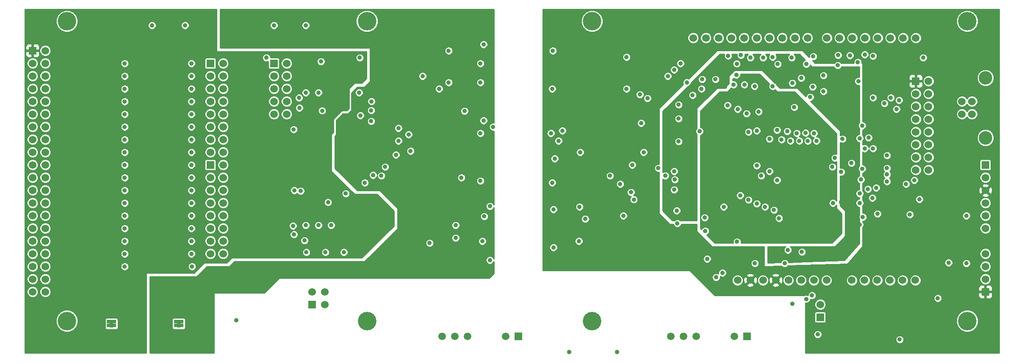
<source format=gbr>
G04 (created by PCBNEW-RS274X (2012-apr-16-27)-stable) date Sat 09 Nov 2013 04:14:01 PM CET*
G01*
G70*
G90*
%MOIN*%
G04 Gerber Fmt 3.4, Leading zero omitted, Abs format*
%FSLAX34Y34*%
G04 APERTURE LIST*
%ADD10C,0.008000*%
%ADD11R,0.059100X0.059100*%
%ADD12C,0.059100*%
%ADD13R,0.060000X0.060000*%
%ADD14C,0.060000*%
%ADD15R,0.031500X0.061800*%
%ADD16R,0.027800X0.031500*%
%ADD17R,0.027600X0.031500*%
%ADD18C,0.106300*%
%ADD19C,0.145700*%
%ADD20C,0.035000*%
%ADD21C,0.024000*%
%ADD22C,0.010000*%
G04 APERTURE END LIST*
G54D10*
G54D11*
X72250Y-45500D03*
G54D12*
X71250Y-45500D03*
X68250Y-45500D03*
X67250Y-45500D03*
X66250Y-45500D03*
G54D13*
X35000Y-24000D03*
G54D14*
X36000Y-24000D03*
X35000Y-25000D03*
X36000Y-25000D03*
X35000Y-26000D03*
X36000Y-26000D03*
X35000Y-27000D03*
X36000Y-27000D03*
X35000Y-28000D03*
X36000Y-28000D03*
X71490Y-41080D03*
X72490Y-41080D03*
X73490Y-41080D03*
X74490Y-41080D03*
X75490Y-41080D03*
X76490Y-41080D03*
X77490Y-41080D03*
X78490Y-41080D03*
X80480Y-41080D03*
X81480Y-41080D03*
X82480Y-41080D03*
X83480Y-41080D03*
X84480Y-41080D03*
X85480Y-41080D03*
X85510Y-30400D03*
X85510Y-31400D03*
X85510Y-32400D03*
X86510Y-32400D03*
X86510Y-31400D03*
X86510Y-30400D03*
X85510Y-22000D03*
X84510Y-22000D03*
X83510Y-22000D03*
X82510Y-22000D03*
X81510Y-22000D03*
X80510Y-22000D03*
X79510Y-22000D03*
X78510Y-22000D03*
X77000Y-22000D03*
X76000Y-22000D03*
X75000Y-22000D03*
X74000Y-22000D03*
X73000Y-22000D03*
X72000Y-22000D03*
X71000Y-22000D03*
X70000Y-22000D03*
X69000Y-22000D03*
X68000Y-22000D03*
G54D15*
X27500Y-44500D03*
G54D16*
X27736Y-44653D03*
G54D17*
X27736Y-44347D03*
X27264Y-44653D03*
X27264Y-44347D03*
G54D15*
X22213Y-44500D03*
G54D16*
X22449Y-44653D03*
G54D17*
X22449Y-44347D03*
X21977Y-44653D03*
X21977Y-44347D03*
G54D13*
X16000Y-23000D03*
G54D14*
X17000Y-23000D03*
X16000Y-28000D03*
X17000Y-24000D03*
X16000Y-29000D03*
X17000Y-25000D03*
X16000Y-30000D03*
X17000Y-26000D03*
X16000Y-31000D03*
X17000Y-27000D03*
X16000Y-32000D03*
X17000Y-28000D03*
X16000Y-33000D03*
X17000Y-29000D03*
X16000Y-34000D03*
X17000Y-30000D03*
X16000Y-35000D03*
X17000Y-31000D03*
X16000Y-36000D03*
X17000Y-32000D03*
X16000Y-37000D03*
X17000Y-33000D03*
X16000Y-38000D03*
X17000Y-34000D03*
X17000Y-35000D03*
X16000Y-39000D03*
X17000Y-36000D03*
X17000Y-38000D03*
X17000Y-39000D03*
X17000Y-40000D03*
X17000Y-41000D03*
X16000Y-40000D03*
X16000Y-41000D03*
X16000Y-24000D03*
X16000Y-25000D03*
X16000Y-26000D03*
X16000Y-27000D03*
X16000Y-42000D03*
X17000Y-42000D03*
X17000Y-37000D03*
G54D13*
X91000Y-42000D03*
G54D14*
X91000Y-41000D03*
X91000Y-40000D03*
X91000Y-39000D03*
G54D13*
X91000Y-32000D03*
G54D14*
X91000Y-33000D03*
X91000Y-34000D03*
X91000Y-35000D03*
X91000Y-36000D03*
X91000Y-37000D03*
G54D11*
X54250Y-45500D03*
G54D12*
X53250Y-45500D03*
X50250Y-45500D03*
X49250Y-45500D03*
X48250Y-45500D03*
G54D13*
X78000Y-44000D03*
G54D14*
X78000Y-43000D03*
G54D13*
X38000Y-43000D03*
G54D14*
X38000Y-42000D03*
X39000Y-43000D03*
X39000Y-42000D03*
X89150Y-27000D03*
X89150Y-28000D03*
X89937Y-28000D03*
X89937Y-27000D03*
G54D18*
X91000Y-25138D03*
X91000Y-29862D03*
G54D13*
X30000Y-32000D03*
G54D14*
X31000Y-32000D03*
X30000Y-33000D03*
X31000Y-33000D03*
X30000Y-34000D03*
X31000Y-34000D03*
X30000Y-35000D03*
X31000Y-35000D03*
X30000Y-36000D03*
X31000Y-36000D03*
X30000Y-37000D03*
X31000Y-37000D03*
X30000Y-38000D03*
X31000Y-38000D03*
X30000Y-39000D03*
X31000Y-39000D03*
G54D13*
X30000Y-24000D03*
G54D14*
X31000Y-24000D03*
X30000Y-25000D03*
X31000Y-25000D03*
X30000Y-26000D03*
X31000Y-26000D03*
X30000Y-27000D03*
X31000Y-27000D03*
X30000Y-28000D03*
X31000Y-28000D03*
X30000Y-29000D03*
X31000Y-29000D03*
X30000Y-30000D03*
X31000Y-30000D03*
X30000Y-31000D03*
X31000Y-31000D03*
G54D13*
X85510Y-25400D03*
G54D14*
X86510Y-25400D03*
X85510Y-26400D03*
X86510Y-26400D03*
X85510Y-27400D03*
X86510Y-27400D03*
X85510Y-28400D03*
X86510Y-28400D03*
X85510Y-29400D03*
X86510Y-29400D03*
G54D19*
X18701Y-20669D03*
X18701Y-44291D03*
X89567Y-20669D03*
X89567Y-44291D03*
X60039Y-44291D03*
X60039Y-20669D03*
X42323Y-44291D03*
X42323Y-20669D03*
G54D20*
X61000Y-23250D03*
X73000Y-22880D03*
X64050Y-29950D03*
X63850Y-28000D03*
X88189Y-37402D03*
X84050Y-33850D03*
X83225Y-23375D03*
X60000Y-33800D03*
X80850Y-46000D03*
X59400Y-28800D03*
X78700Y-23300D03*
X62000Y-39250D03*
X80450Y-31850D03*
X59750Y-27250D03*
X69380Y-23000D03*
X41800Y-28100D03*
X42650Y-28550D03*
X37402Y-37953D03*
X36575Y-37480D03*
X38785Y-27725D03*
X36969Y-26713D03*
X42450Y-26250D03*
X46600Y-26700D03*
X35000Y-22000D03*
X30000Y-41750D03*
X45500Y-38150D03*
X29500Y-41200D03*
X29000Y-41750D03*
X49250Y-28000D03*
X40551Y-23543D03*
X25400Y-22000D03*
X24150Y-41200D03*
X34665Y-38839D03*
X24600Y-41750D03*
X23750Y-41750D03*
X63200Y-32000D03*
X65250Y-32250D03*
X66500Y-24500D03*
X66500Y-32500D03*
X63800Y-26450D03*
X61450Y-32850D03*
X59000Y-38000D03*
X68650Y-26000D03*
X72350Y-29400D03*
X59050Y-35300D03*
X51400Y-38000D03*
X45750Y-30900D03*
X64400Y-26750D03*
X62250Y-33500D03*
X59500Y-36250D03*
X67950Y-26500D03*
X72200Y-27950D03*
X62500Y-36000D03*
X51550Y-36050D03*
X44800Y-30100D03*
X67500Y-25500D03*
X71500Y-27600D03*
X51250Y-25500D03*
X45600Y-29600D03*
X70700Y-27300D03*
X67000Y-24000D03*
X62750Y-26000D03*
X62750Y-23500D03*
X51250Y-24000D03*
X44800Y-29100D03*
X66000Y-25000D03*
X65800Y-32850D03*
X43750Y-32150D03*
X46700Y-25000D03*
X69800Y-40850D03*
X57100Y-31500D03*
X57400Y-30100D03*
X66500Y-33950D03*
X63325Y-34725D03*
X49300Y-37750D03*
X42800Y-32800D03*
X66550Y-33150D03*
X63100Y-34150D03*
X43450Y-32850D03*
X49300Y-36750D03*
X82400Y-33800D03*
X81300Y-28900D03*
X83250Y-31250D03*
X81500Y-30700D03*
X83250Y-32250D03*
X82150Y-30700D03*
X83250Y-33300D03*
X84200Y-26900D03*
X81200Y-33150D03*
X81300Y-32300D03*
X84000Y-27600D03*
X84750Y-33500D03*
X82100Y-34600D03*
X81750Y-33900D03*
X83550Y-26700D03*
X83050Y-27150D03*
X81100Y-34250D03*
X74750Y-36200D03*
X73350Y-32850D03*
X79000Y-35000D03*
X68700Y-25250D03*
X69750Y-25250D03*
X73000Y-35050D03*
X73650Y-35300D03*
X74350Y-35550D03*
X85400Y-33200D03*
X68950Y-37200D03*
X69100Y-39400D03*
X85800Y-34700D03*
X70300Y-40500D03*
X59100Y-31000D03*
X74600Y-29250D03*
X74650Y-24050D03*
X70400Y-35300D03*
X74600Y-33200D03*
X76840Y-29480D03*
X75450Y-38700D03*
X71450Y-38050D03*
X79370Y-24150D03*
X71700Y-34400D03*
X72350Y-34750D03*
X82150Y-26700D03*
X79150Y-31450D03*
X77700Y-30100D03*
X89500Y-36000D03*
X81000Y-25400D03*
X89500Y-39750D03*
X77500Y-29500D03*
X82150Y-23420D03*
X71400Y-24900D03*
X71425Y-24025D03*
X74950Y-30000D03*
X75750Y-23550D03*
X75400Y-29350D03*
X76900Y-24050D03*
X76500Y-25150D03*
X75650Y-30100D03*
X76150Y-29500D03*
X76350Y-30100D03*
X79400Y-23350D03*
X81500Y-23300D03*
X77010Y-30110D03*
X76550Y-38850D03*
X73500Y-23550D03*
X74000Y-29950D03*
X74000Y-32500D03*
X79650Y-32550D03*
X78950Y-32150D03*
X73000Y-29300D03*
X73000Y-32050D03*
X72500Y-23550D03*
X37100Y-34050D03*
X36600Y-34000D03*
X80700Y-24600D03*
X79650Y-34950D03*
X74050Y-39400D03*
X74200Y-25050D03*
X79450Y-25825D03*
X66000Y-35700D03*
X70500Y-25850D03*
X81100Y-36700D03*
X73000Y-25100D03*
X79125Y-36100D03*
X79450Y-37125D03*
X68800Y-35250D03*
X72050Y-25050D03*
X68750Y-27900D03*
X73075Y-38050D03*
X75450Y-26950D03*
X81100Y-35000D03*
X79750Y-29950D03*
X77200Y-26650D03*
X78250Y-24950D03*
X23250Y-27000D03*
X23250Y-33000D03*
X28550Y-40000D03*
X28500Y-25000D03*
X28500Y-36000D03*
X37550Y-38875D03*
X52000Y-39500D03*
X37500Y-36750D03*
X23250Y-36000D03*
X23250Y-31000D03*
X38500Y-36750D03*
X34400Y-23550D03*
X28500Y-29000D03*
X28500Y-32000D03*
X42670Y-26990D03*
X42150Y-33400D03*
X28500Y-38000D03*
X23250Y-37000D03*
X40500Y-38875D03*
X44600Y-31200D03*
X42650Y-27700D03*
X35000Y-21000D03*
X47250Y-38150D03*
X52250Y-29000D03*
X37500Y-21000D03*
X52000Y-35250D03*
X39050Y-38875D03*
X51500Y-22500D03*
X23250Y-29000D03*
X49750Y-33000D03*
X23250Y-28000D03*
X28500Y-30000D03*
X28500Y-37000D03*
X23250Y-26000D03*
X50000Y-27750D03*
X23250Y-34000D03*
X51500Y-28500D03*
X28500Y-31000D03*
X28500Y-34000D03*
X23250Y-30000D03*
X36500Y-36800D03*
X23250Y-25000D03*
X40650Y-34250D03*
X28500Y-27000D03*
X48000Y-26000D03*
X28000Y-21000D03*
X28500Y-24000D03*
X28500Y-35000D03*
X32050Y-44250D03*
X23250Y-32000D03*
X28500Y-39000D03*
X41700Y-26300D03*
X23250Y-38000D03*
X23250Y-35000D03*
X39252Y-34941D03*
X28500Y-28000D03*
X39500Y-36750D03*
X28500Y-26000D03*
X25400Y-21000D03*
X23250Y-24000D03*
X23250Y-39000D03*
X38500Y-26300D03*
X36550Y-29200D03*
X41750Y-23550D03*
X28500Y-33000D03*
X37500Y-26300D03*
X38700Y-23850D03*
X23250Y-40000D03*
X75200Y-39750D03*
X70750Y-23400D03*
X68900Y-36150D03*
X77400Y-25850D03*
X66750Y-36600D03*
X68500Y-29350D03*
X66850Y-28350D03*
X88100Y-39700D03*
X72850Y-39750D03*
X57000Y-38500D03*
X81100Y-29900D03*
X71175Y-25675D03*
X80950Y-23900D03*
X77350Y-42280D03*
X72825Y-25800D03*
X66700Y-35600D03*
X56950Y-23000D03*
X85050Y-35900D03*
X57000Y-35500D03*
X75800Y-42950D03*
X87250Y-42500D03*
X78250Y-26200D03*
X77450Y-23450D03*
X75950Y-27450D03*
X77800Y-45350D03*
X72025Y-25675D03*
X74250Y-23500D03*
X75800Y-25550D03*
X63900Y-28700D03*
X74250Y-25800D03*
X64100Y-31000D03*
X66850Y-27250D03*
X56900Y-26000D03*
X80330Y-23370D03*
X83250Y-32750D03*
X56800Y-29500D03*
X76900Y-42560D03*
X84250Y-45750D03*
X66850Y-30150D03*
X81800Y-29850D03*
X86100Y-23550D03*
X56900Y-33400D03*
X71750Y-23350D03*
X57700Y-29300D03*
X81350Y-36100D03*
X82500Y-35850D03*
X73150Y-27800D03*
X51250Y-29500D03*
X51250Y-33250D03*
X48750Y-23000D03*
X48750Y-25500D03*
X37000Y-27500D03*
X62000Y-46750D03*
X58250Y-46750D03*
G54D21*
X80650Y-36300D02*
X80650Y-38300D01*
X67550Y-36100D02*
X67550Y-28100D01*
X80225Y-34950D02*
X80650Y-35375D01*
X79650Y-39300D02*
X74150Y-39300D01*
X66000Y-35700D02*
X66125Y-35700D01*
X80700Y-24600D02*
X80700Y-25050D01*
X71150Y-24475D02*
X78950Y-24475D01*
X80650Y-32925D02*
X80650Y-35375D01*
X79250Y-24775D02*
X80525Y-24775D01*
X70500Y-25125D02*
X71150Y-24475D01*
X70500Y-25125D02*
X70500Y-25850D01*
X66525Y-36100D02*
X67550Y-36100D01*
X79450Y-25825D02*
X79925Y-25825D01*
X81025Y-36700D02*
X80650Y-36325D01*
X67550Y-28100D02*
X67550Y-28075D01*
X80500Y-31225D02*
X80850Y-31575D01*
X66125Y-35700D02*
X66525Y-36100D01*
X80850Y-32725D02*
X80650Y-32925D01*
X79925Y-25825D02*
X80500Y-25250D01*
X80525Y-24775D02*
X80700Y-24600D01*
X67550Y-28075D02*
X70500Y-25125D01*
X80850Y-31575D02*
X80850Y-32725D01*
X81100Y-36700D02*
X81025Y-36700D01*
X78950Y-24475D02*
X79250Y-24775D01*
X74150Y-39300D02*
X74050Y-39400D01*
X80700Y-25050D02*
X80500Y-25250D01*
X80650Y-36325D02*
X80650Y-36300D01*
X80650Y-38300D02*
X79650Y-39300D01*
X80650Y-35375D02*
X80650Y-36300D01*
X79650Y-34950D02*
X80225Y-34950D01*
X80500Y-25250D02*
X80500Y-31225D01*
X69150Y-35250D02*
X69650Y-34750D01*
X73350Y-27200D02*
X73650Y-27500D01*
X73075Y-38050D02*
X73075Y-37475D01*
X79125Y-36100D02*
X78675Y-36100D01*
X73650Y-28500D02*
X73550Y-28600D01*
X75100Y-28600D02*
X77850Y-28600D01*
X73350Y-25400D02*
X73350Y-27200D01*
X70100Y-28600D02*
X69650Y-29050D01*
X73650Y-27500D02*
X73650Y-28500D01*
X79450Y-37125D02*
X78725Y-37125D01*
X72700Y-27500D02*
X72700Y-28600D01*
X72900Y-37300D02*
X73025Y-37300D01*
X69650Y-29050D02*
X69650Y-34700D01*
X72050Y-25050D02*
X71600Y-25500D01*
X73025Y-37300D02*
X70100Y-37300D01*
X70350Y-28600D02*
X70100Y-28600D01*
X70350Y-28600D02*
X72700Y-28600D01*
X71600Y-26400D02*
X72700Y-27500D01*
X77850Y-28600D02*
X78350Y-29100D01*
X78675Y-36100D02*
X78350Y-35775D01*
X75450Y-26950D02*
X75450Y-28250D01*
X73050Y-25100D02*
X73350Y-25400D01*
X73550Y-28600D02*
X75100Y-28600D01*
X72700Y-28600D02*
X73550Y-28600D01*
X77800Y-37300D02*
X73025Y-37300D01*
X73075Y-37475D02*
X72900Y-37300D01*
X78350Y-29100D02*
X78350Y-35250D01*
X69650Y-34750D02*
X69650Y-34700D01*
X78725Y-37125D02*
X78350Y-36750D01*
X78350Y-35175D02*
X78350Y-35250D01*
X71600Y-25500D02*
X71600Y-26400D01*
X78350Y-35775D02*
X78350Y-36750D01*
X68800Y-35250D02*
X69150Y-35250D01*
X78350Y-35250D02*
X78350Y-35775D01*
X73000Y-25100D02*
X73050Y-25100D01*
X69650Y-34700D02*
X69650Y-36850D01*
X75450Y-28250D02*
X75100Y-28600D01*
X69650Y-36850D02*
X70100Y-37300D01*
G54D10*
G36*
X79674Y-37381D02*
X78916Y-38139D01*
X78025Y-38139D01*
X78025Y-30165D01*
X78025Y-30036D01*
X77976Y-29916D01*
X77885Y-29825D01*
X77765Y-29775D01*
X77685Y-29775D01*
X77775Y-29685D01*
X77825Y-29565D01*
X77825Y-29436D01*
X77776Y-29316D01*
X77685Y-29225D01*
X77565Y-29175D01*
X77436Y-29175D01*
X77316Y-29224D01*
X77225Y-29315D01*
X77175Y-29435D01*
X77175Y-29564D01*
X77224Y-29684D01*
X77315Y-29775D01*
X77435Y-29825D01*
X77515Y-29825D01*
X77425Y-29915D01*
X77375Y-30035D01*
X77375Y-30164D01*
X77424Y-30284D01*
X77515Y-30375D01*
X77635Y-30425D01*
X77764Y-30425D01*
X77884Y-30376D01*
X77975Y-30285D01*
X78025Y-30165D01*
X78025Y-38139D01*
X77335Y-38139D01*
X77335Y-30175D01*
X77335Y-30046D01*
X77286Y-29926D01*
X77195Y-29835D01*
X77075Y-29785D01*
X76952Y-29785D01*
X77024Y-29756D01*
X77115Y-29665D01*
X77165Y-29545D01*
X77165Y-29416D01*
X77116Y-29296D01*
X77025Y-29205D01*
X76905Y-29155D01*
X76776Y-29155D01*
X76656Y-29204D01*
X76565Y-29295D01*
X76515Y-29415D01*
X76515Y-29544D01*
X76564Y-29664D01*
X76655Y-29755D01*
X76775Y-29805D01*
X76897Y-29805D01*
X76826Y-29834D01*
X76735Y-29925D01*
X76685Y-30045D01*
X76685Y-30174D01*
X76734Y-30294D01*
X76825Y-30385D01*
X76945Y-30435D01*
X77074Y-30435D01*
X77194Y-30386D01*
X77285Y-30295D01*
X77335Y-30175D01*
X77335Y-38139D01*
X76675Y-38139D01*
X76675Y-30165D01*
X76675Y-30036D01*
X76626Y-29916D01*
X76535Y-29825D01*
X76415Y-29775D01*
X76335Y-29775D01*
X76425Y-29685D01*
X76475Y-29565D01*
X76475Y-29436D01*
X76426Y-29316D01*
X76335Y-29225D01*
X76275Y-29200D01*
X76275Y-27515D01*
X76275Y-27386D01*
X76226Y-27266D01*
X76135Y-27175D01*
X76015Y-27125D01*
X75886Y-27125D01*
X75766Y-27174D01*
X75675Y-27265D01*
X75625Y-27385D01*
X75625Y-27514D01*
X75674Y-27634D01*
X75765Y-27725D01*
X75885Y-27775D01*
X76014Y-27775D01*
X76134Y-27726D01*
X76225Y-27635D01*
X76275Y-27515D01*
X76275Y-29200D01*
X76215Y-29175D01*
X76086Y-29175D01*
X75966Y-29224D01*
X75875Y-29315D01*
X75825Y-29435D01*
X75825Y-29564D01*
X75874Y-29684D01*
X75965Y-29775D01*
X76085Y-29825D01*
X76165Y-29825D01*
X76075Y-29915D01*
X76025Y-30035D01*
X76025Y-30164D01*
X76074Y-30284D01*
X76165Y-30375D01*
X76285Y-30425D01*
X76414Y-30425D01*
X76534Y-30376D01*
X76625Y-30285D01*
X76675Y-30165D01*
X76675Y-38139D01*
X75975Y-38139D01*
X75975Y-30165D01*
X75975Y-30036D01*
X75926Y-29916D01*
X75835Y-29825D01*
X75725Y-29779D01*
X75725Y-29415D01*
X75725Y-29286D01*
X75676Y-29166D01*
X75585Y-29075D01*
X75465Y-29025D01*
X75336Y-29025D01*
X75216Y-29074D01*
X75125Y-29165D01*
X75075Y-29285D01*
X75075Y-29414D01*
X75124Y-29534D01*
X75215Y-29625D01*
X75335Y-29675D01*
X75464Y-29675D01*
X75584Y-29626D01*
X75675Y-29535D01*
X75725Y-29415D01*
X75725Y-29779D01*
X75715Y-29775D01*
X75586Y-29775D01*
X75466Y-29824D01*
X75375Y-29915D01*
X75325Y-30035D01*
X75325Y-30164D01*
X75374Y-30284D01*
X75465Y-30375D01*
X75585Y-30425D01*
X75714Y-30425D01*
X75834Y-30376D01*
X75925Y-30285D01*
X75975Y-30165D01*
X75975Y-38139D01*
X75275Y-38139D01*
X75275Y-30065D01*
X75275Y-29936D01*
X75226Y-29816D01*
X75135Y-29725D01*
X75015Y-29675D01*
X74925Y-29675D01*
X74925Y-29315D01*
X74925Y-29186D01*
X74876Y-29066D01*
X74785Y-28975D01*
X74665Y-28925D01*
X74536Y-28925D01*
X74416Y-28974D01*
X74325Y-29065D01*
X74275Y-29185D01*
X74275Y-29314D01*
X74324Y-29434D01*
X74415Y-29525D01*
X74535Y-29575D01*
X74664Y-29575D01*
X74784Y-29526D01*
X74875Y-29435D01*
X74925Y-29315D01*
X74925Y-29675D01*
X74886Y-29675D01*
X74766Y-29724D01*
X74675Y-29815D01*
X74625Y-29935D01*
X74625Y-30064D01*
X74674Y-30184D01*
X74765Y-30275D01*
X74885Y-30325D01*
X75014Y-30325D01*
X75134Y-30276D01*
X75225Y-30185D01*
X75275Y-30065D01*
X75275Y-38139D01*
X75075Y-38139D01*
X75075Y-36265D01*
X75075Y-36136D01*
X75026Y-36016D01*
X74935Y-35925D01*
X74925Y-35920D01*
X74925Y-33265D01*
X74925Y-33136D01*
X74876Y-33016D01*
X74785Y-32925D01*
X74665Y-32875D01*
X74536Y-32875D01*
X74416Y-32924D01*
X74325Y-33015D01*
X74325Y-32565D01*
X74325Y-32436D01*
X74325Y-30015D01*
X74325Y-29886D01*
X74276Y-29766D01*
X74185Y-29675D01*
X74065Y-29625D01*
X73936Y-29625D01*
X73816Y-29674D01*
X73725Y-29765D01*
X73675Y-29885D01*
X73675Y-30014D01*
X73724Y-30134D01*
X73815Y-30225D01*
X73935Y-30275D01*
X74064Y-30275D01*
X74184Y-30226D01*
X74275Y-30135D01*
X74325Y-30015D01*
X74325Y-32436D01*
X74276Y-32316D01*
X74185Y-32225D01*
X74065Y-32175D01*
X73936Y-32175D01*
X73816Y-32224D01*
X73725Y-32315D01*
X73675Y-32435D01*
X73675Y-32564D01*
X73724Y-32684D01*
X73815Y-32775D01*
X73935Y-32825D01*
X74064Y-32825D01*
X74184Y-32776D01*
X74275Y-32685D01*
X74325Y-32565D01*
X74325Y-33015D01*
X74275Y-33135D01*
X74275Y-33264D01*
X74324Y-33384D01*
X74415Y-33475D01*
X74535Y-33525D01*
X74664Y-33525D01*
X74784Y-33476D01*
X74875Y-33385D01*
X74925Y-33265D01*
X74925Y-35920D01*
X74815Y-35875D01*
X74686Y-35875D01*
X74675Y-35879D01*
X74675Y-35615D01*
X74675Y-35486D01*
X74626Y-35366D01*
X74535Y-35275D01*
X74415Y-35225D01*
X74286Y-35225D01*
X74166Y-35274D01*
X74075Y-35365D01*
X74025Y-35485D01*
X74025Y-35614D01*
X74074Y-35734D01*
X74165Y-35825D01*
X74285Y-35875D01*
X74414Y-35875D01*
X74534Y-35826D01*
X74625Y-35735D01*
X74675Y-35615D01*
X74675Y-35879D01*
X74566Y-35924D01*
X74475Y-36015D01*
X74425Y-36135D01*
X74425Y-36264D01*
X74474Y-36384D01*
X74565Y-36475D01*
X74685Y-36525D01*
X74814Y-36525D01*
X74934Y-36476D01*
X75025Y-36385D01*
X75075Y-36265D01*
X75075Y-38139D01*
X73975Y-38139D01*
X73975Y-35365D01*
X73975Y-35236D01*
X73926Y-35116D01*
X73835Y-35025D01*
X73715Y-34975D01*
X73675Y-34975D01*
X73675Y-32915D01*
X73675Y-32786D01*
X73626Y-32666D01*
X73535Y-32575D01*
X73475Y-32550D01*
X73475Y-27865D01*
X73475Y-27736D01*
X73426Y-27616D01*
X73335Y-27525D01*
X73215Y-27475D01*
X73150Y-27475D01*
X73150Y-25865D01*
X73150Y-25736D01*
X73101Y-25616D01*
X73010Y-25525D01*
X72890Y-25475D01*
X72761Y-25475D01*
X72641Y-25524D01*
X72550Y-25615D01*
X72500Y-25735D01*
X72500Y-25864D01*
X72549Y-25984D01*
X72640Y-26075D01*
X72760Y-26125D01*
X72889Y-26125D01*
X73009Y-26076D01*
X73100Y-25985D01*
X73150Y-25865D01*
X73150Y-27475D01*
X73086Y-27475D01*
X72966Y-27524D01*
X72875Y-27615D01*
X72825Y-27735D01*
X72825Y-27864D01*
X72874Y-27984D01*
X72965Y-28075D01*
X73085Y-28125D01*
X73214Y-28125D01*
X73334Y-28076D01*
X73425Y-27985D01*
X73475Y-27865D01*
X73475Y-32550D01*
X73415Y-32525D01*
X73325Y-32525D01*
X73325Y-32115D01*
X73325Y-31986D01*
X73325Y-29365D01*
X73325Y-29236D01*
X73276Y-29116D01*
X73185Y-29025D01*
X73065Y-28975D01*
X72936Y-28975D01*
X72816Y-29024D01*
X72725Y-29115D01*
X72675Y-29235D01*
X72675Y-29336D01*
X72626Y-29216D01*
X72535Y-29125D01*
X72525Y-29120D01*
X72525Y-28015D01*
X72525Y-27886D01*
X72476Y-27766D01*
X72385Y-27675D01*
X72350Y-27660D01*
X72350Y-25740D01*
X72350Y-25611D01*
X72301Y-25491D01*
X72210Y-25400D01*
X72090Y-25350D01*
X71961Y-25350D01*
X71841Y-25399D01*
X71750Y-25490D01*
X71700Y-25610D01*
X71700Y-25739D01*
X71749Y-25859D01*
X71840Y-25950D01*
X71960Y-26000D01*
X72089Y-26000D01*
X72209Y-25951D01*
X72300Y-25860D01*
X72350Y-25740D01*
X72350Y-27660D01*
X72265Y-27625D01*
X72136Y-27625D01*
X72016Y-27674D01*
X71925Y-27765D01*
X71875Y-27885D01*
X71875Y-28014D01*
X71924Y-28134D01*
X72015Y-28225D01*
X72135Y-28275D01*
X72264Y-28275D01*
X72384Y-28226D01*
X72475Y-28135D01*
X72525Y-28015D01*
X72525Y-29120D01*
X72415Y-29075D01*
X72286Y-29075D01*
X72166Y-29124D01*
X72075Y-29215D01*
X72025Y-29335D01*
X72025Y-29464D01*
X72074Y-29584D01*
X72165Y-29675D01*
X72285Y-29725D01*
X72414Y-29725D01*
X72534Y-29676D01*
X72625Y-29585D01*
X72675Y-29465D01*
X72675Y-29364D01*
X72724Y-29484D01*
X72815Y-29575D01*
X72935Y-29625D01*
X73064Y-29625D01*
X73184Y-29576D01*
X73275Y-29485D01*
X73325Y-29365D01*
X73325Y-31986D01*
X73276Y-31866D01*
X73185Y-31775D01*
X73065Y-31725D01*
X72936Y-31725D01*
X72816Y-31774D01*
X72725Y-31865D01*
X72675Y-31985D01*
X72675Y-32114D01*
X72724Y-32234D01*
X72815Y-32325D01*
X72935Y-32375D01*
X73064Y-32375D01*
X73184Y-32326D01*
X73275Y-32235D01*
X73325Y-32115D01*
X73325Y-32525D01*
X73286Y-32525D01*
X73166Y-32574D01*
X73075Y-32665D01*
X73025Y-32785D01*
X73025Y-32914D01*
X73074Y-33034D01*
X73165Y-33125D01*
X73285Y-33175D01*
X73414Y-33175D01*
X73534Y-33126D01*
X73625Y-33035D01*
X73675Y-32915D01*
X73675Y-34975D01*
X73586Y-34975D01*
X73466Y-35024D01*
X73375Y-35115D01*
X73325Y-35235D01*
X73325Y-35115D01*
X73325Y-34986D01*
X73276Y-34866D01*
X73185Y-34775D01*
X73065Y-34725D01*
X72936Y-34725D01*
X72816Y-34774D01*
X72725Y-34865D01*
X72675Y-34985D01*
X72675Y-34815D01*
X72675Y-34686D01*
X72626Y-34566D01*
X72535Y-34475D01*
X72415Y-34425D01*
X72286Y-34425D01*
X72166Y-34474D01*
X72075Y-34565D01*
X72025Y-34685D01*
X72025Y-34465D01*
X72025Y-34336D01*
X71976Y-34216D01*
X71885Y-34125D01*
X71825Y-34100D01*
X71825Y-27665D01*
X71825Y-27536D01*
X71776Y-27416D01*
X71685Y-27325D01*
X71565Y-27275D01*
X71436Y-27275D01*
X71316Y-27324D01*
X71225Y-27415D01*
X71175Y-27535D01*
X71175Y-27664D01*
X71224Y-27784D01*
X71315Y-27875D01*
X71435Y-27925D01*
X71564Y-27925D01*
X71684Y-27876D01*
X71775Y-27785D01*
X71825Y-27665D01*
X71825Y-34100D01*
X71765Y-34075D01*
X71636Y-34075D01*
X71516Y-34124D01*
X71425Y-34215D01*
X71375Y-34335D01*
X71375Y-34464D01*
X71424Y-34584D01*
X71515Y-34675D01*
X71635Y-34725D01*
X71764Y-34725D01*
X71884Y-34676D01*
X71975Y-34585D01*
X72025Y-34465D01*
X72025Y-34685D01*
X72025Y-34814D01*
X72074Y-34934D01*
X72165Y-35025D01*
X72285Y-35075D01*
X72414Y-35075D01*
X72534Y-35026D01*
X72625Y-34935D01*
X72675Y-34815D01*
X72675Y-34985D01*
X72675Y-35114D01*
X72724Y-35234D01*
X72815Y-35325D01*
X72935Y-35375D01*
X73064Y-35375D01*
X73184Y-35326D01*
X73275Y-35235D01*
X73325Y-35115D01*
X73325Y-35235D01*
X73325Y-35364D01*
X73374Y-35484D01*
X73465Y-35575D01*
X73585Y-35625D01*
X73714Y-35625D01*
X73834Y-35576D01*
X73925Y-35485D01*
X73975Y-35365D01*
X73975Y-38139D01*
X71765Y-38139D01*
X71775Y-38115D01*
X71775Y-37986D01*
X71726Y-37866D01*
X71635Y-37775D01*
X71515Y-37725D01*
X71386Y-37725D01*
X71266Y-37774D01*
X71175Y-37865D01*
X71125Y-37985D01*
X71125Y-38114D01*
X71135Y-38139D01*
X71025Y-38139D01*
X71025Y-27365D01*
X71025Y-27236D01*
X70976Y-27116D01*
X70885Y-27025D01*
X70765Y-26975D01*
X70636Y-26975D01*
X70516Y-27024D01*
X70425Y-27115D01*
X70375Y-27235D01*
X70375Y-27364D01*
X70424Y-27484D01*
X70515Y-27575D01*
X70635Y-27625D01*
X70764Y-27625D01*
X70884Y-27576D01*
X70975Y-27485D01*
X71025Y-27365D01*
X71025Y-38139D01*
X70725Y-38139D01*
X70725Y-35365D01*
X70725Y-35236D01*
X70676Y-35116D01*
X70585Y-35025D01*
X70465Y-34975D01*
X70336Y-34975D01*
X70216Y-35024D01*
X70125Y-35115D01*
X70075Y-35235D01*
X70075Y-35364D01*
X70124Y-35484D01*
X70215Y-35575D01*
X70335Y-35625D01*
X70464Y-35625D01*
X70584Y-35576D01*
X70675Y-35485D01*
X70725Y-35365D01*
X70725Y-38139D01*
X69706Y-38139D01*
X69069Y-37502D01*
X69134Y-37476D01*
X69225Y-37385D01*
X69275Y-37265D01*
X69275Y-37136D01*
X69226Y-37016D01*
X69225Y-37015D01*
X69225Y-36215D01*
X69225Y-36086D01*
X69176Y-35966D01*
X69085Y-35875D01*
X68965Y-35825D01*
X68836Y-35825D01*
X68716Y-35874D01*
X68625Y-35965D01*
X68575Y-36085D01*
X68575Y-36214D01*
X68624Y-36334D01*
X68715Y-36425D01*
X68835Y-36475D01*
X68964Y-36475D01*
X69084Y-36426D01*
X69175Y-36335D01*
X69225Y-36215D01*
X69225Y-37015D01*
X69135Y-36925D01*
X69015Y-36875D01*
X68886Y-36875D01*
X68766Y-36924D01*
X68675Y-37015D01*
X68647Y-37080D01*
X68554Y-36987D01*
X68554Y-29675D01*
X68564Y-29675D01*
X68684Y-29626D01*
X68775Y-29535D01*
X68825Y-29415D01*
X68825Y-29286D01*
X68776Y-29166D01*
X68685Y-29075D01*
X68565Y-29025D01*
X68554Y-29025D01*
X68554Y-27777D01*
X70100Y-26231D01*
X70690Y-26231D01*
X70980Y-25940D01*
X70990Y-25950D01*
X71110Y-26000D01*
X71239Y-26000D01*
X71359Y-25951D01*
X71450Y-25860D01*
X71500Y-25740D01*
X71500Y-25611D01*
X71451Y-25491D01*
X71360Y-25400D01*
X71240Y-25350D01*
X71113Y-25350D01*
X71113Y-25224D01*
X71203Y-25163D01*
X71215Y-25175D01*
X71335Y-25225D01*
X71464Y-25225D01*
X71584Y-25176D01*
X71675Y-25085D01*
X71725Y-24965D01*
X71725Y-24853D01*
X73207Y-24853D01*
X73973Y-25619D01*
X73925Y-25735D01*
X73925Y-25864D01*
X73974Y-25984D01*
X74065Y-26075D01*
X74185Y-26125D01*
X74314Y-26125D01*
X74431Y-26077D01*
X74585Y-26231D01*
X75963Y-26231D01*
X79281Y-29549D01*
X79281Y-31152D01*
X79215Y-31125D01*
X79086Y-31125D01*
X78966Y-31174D01*
X78875Y-31265D01*
X78825Y-31385D01*
X78825Y-31514D01*
X78874Y-31634D01*
X78965Y-31725D01*
X79085Y-31775D01*
X79214Y-31775D01*
X79281Y-31747D01*
X79281Y-34828D01*
X79276Y-34816D01*
X79275Y-34815D01*
X79275Y-32215D01*
X79275Y-32086D01*
X79226Y-31966D01*
X79135Y-31875D01*
X79015Y-31825D01*
X78886Y-31825D01*
X78766Y-31874D01*
X78675Y-31965D01*
X78625Y-32085D01*
X78625Y-32214D01*
X78674Y-32334D01*
X78765Y-32425D01*
X78885Y-32475D01*
X79014Y-32475D01*
X79134Y-32426D01*
X79225Y-32335D01*
X79275Y-32215D01*
X79275Y-34815D01*
X79185Y-34725D01*
X79065Y-34675D01*
X78936Y-34675D01*
X78816Y-34724D01*
X78725Y-34815D01*
X78675Y-34935D01*
X78675Y-35064D01*
X78724Y-35184D01*
X78815Y-35275D01*
X78935Y-35325D01*
X79064Y-35325D01*
X79184Y-35276D01*
X79275Y-35185D01*
X79281Y-35170D01*
X79281Y-35454D01*
X79674Y-35848D01*
X79674Y-37381D01*
X79674Y-37381D01*
G37*
G54D22*
X79674Y-37381D02*
X78916Y-38139D01*
X78025Y-38139D01*
X78025Y-30165D01*
X78025Y-30036D01*
X77976Y-29916D01*
X77885Y-29825D01*
X77765Y-29775D01*
X77685Y-29775D01*
X77775Y-29685D01*
X77825Y-29565D01*
X77825Y-29436D01*
X77776Y-29316D01*
X77685Y-29225D01*
X77565Y-29175D01*
X77436Y-29175D01*
X77316Y-29224D01*
X77225Y-29315D01*
X77175Y-29435D01*
X77175Y-29564D01*
X77224Y-29684D01*
X77315Y-29775D01*
X77435Y-29825D01*
X77515Y-29825D01*
X77425Y-29915D01*
X77375Y-30035D01*
X77375Y-30164D01*
X77424Y-30284D01*
X77515Y-30375D01*
X77635Y-30425D01*
X77764Y-30425D01*
X77884Y-30376D01*
X77975Y-30285D01*
X78025Y-30165D01*
X78025Y-38139D01*
X77335Y-38139D01*
X77335Y-30175D01*
X77335Y-30046D01*
X77286Y-29926D01*
X77195Y-29835D01*
X77075Y-29785D01*
X76952Y-29785D01*
X77024Y-29756D01*
X77115Y-29665D01*
X77165Y-29545D01*
X77165Y-29416D01*
X77116Y-29296D01*
X77025Y-29205D01*
X76905Y-29155D01*
X76776Y-29155D01*
X76656Y-29204D01*
X76565Y-29295D01*
X76515Y-29415D01*
X76515Y-29544D01*
X76564Y-29664D01*
X76655Y-29755D01*
X76775Y-29805D01*
X76897Y-29805D01*
X76826Y-29834D01*
X76735Y-29925D01*
X76685Y-30045D01*
X76685Y-30174D01*
X76734Y-30294D01*
X76825Y-30385D01*
X76945Y-30435D01*
X77074Y-30435D01*
X77194Y-30386D01*
X77285Y-30295D01*
X77335Y-30175D01*
X77335Y-38139D01*
X76675Y-38139D01*
X76675Y-30165D01*
X76675Y-30036D01*
X76626Y-29916D01*
X76535Y-29825D01*
X76415Y-29775D01*
X76335Y-29775D01*
X76425Y-29685D01*
X76475Y-29565D01*
X76475Y-29436D01*
X76426Y-29316D01*
X76335Y-29225D01*
X76275Y-29200D01*
X76275Y-27515D01*
X76275Y-27386D01*
X76226Y-27266D01*
X76135Y-27175D01*
X76015Y-27125D01*
X75886Y-27125D01*
X75766Y-27174D01*
X75675Y-27265D01*
X75625Y-27385D01*
X75625Y-27514D01*
X75674Y-27634D01*
X75765Y-27725D01*
X75885Y-27775D01*
X76014Y-27775D01*
X76134Y-27726D01*
X76225Y-27635D01*
X76275Y-27515D01*
X76275Y-29200D01*
X76215Y-29175D01*
X76086Y-29175D01*
X75966Y-29224D01*
X75875Y-29315D01*
X75825Y-29435D01*
X75825Y-29564D01*
X75874Y-29684D01*
X75965Y-29775D01*
X76085Y-29825D01*
X76165Y-29825D01*
X76075Y-29915D01*
X76025Y-30035D01*
X76025Y-30164D01*
X76074Y-30284D01*
X76165Y-30375D01*
X76285Y-30425D01*
X76414Y-30425D01*
X76534Y-30376D01*
X76625Y-30285D01*
X76675Y-30165D01*
X76675Y-38139D01*
X75975Y-38139D01*
X75975Y-30165D01*
X75975Y-30036D01*
X75926Y-29916D01*
X75835Y-29825D01*
X75725Y-29779D01*
X75725Y-29415D01*
X75725Y-29286D01*
X75676Y-29166D01*
X75585Y-29075D01*
X75465Y-29025D01*
X75336Y-29025D01*
X75216Y-29074D01*
X75125Y-29165D01*
X75075Y-29285D01*
X75075Y-29414D01*
X75124Y-29534D01*
X75215Y-29625D01*
X75335Y-29675D01*
X75464Y-29675D01*
X75584Y-29626D01*
X75675Y-29535D01*
X75725Y-29415D01*
X75725Y-29779D01*
X75715Y-29775D01*
X75586Y-29775D01*
X75466Y-29824D01*
X75375Y-29915D01*
X75325Y-30035D01*
X75325Y-30164D01*
X75374Y-30284D01*
X75465Y-30375D01*
X75585Y-30425D01*
X75714Y-30425D01*
X75834Y-30376D01*
X75925Y-30285D01*
X75975Y-30165D01*
X75975Y-38139D01*
X75275Y-38139D01*
X75275Y-30065D01*
X75275Y-29936D01*
X75226Y-29816D01*
X75135Y-29725D01*
X75015Y-29675D01*
X74925Y-29675D01*
X74925Y-29315D01*
X74925Y-29186D01*
X74876Y-29066D01*
X74785Y-28975D01*
X74665Y-28925D01*
X74536Y-28925D01*
X74416Y-28974D01*
X74325Y-29065D01*
X74275Y-29185D01*
X74275Y-29314D01*
X74324Y-29434D01*
X74415Y-29525D01*
X74535Y-29575D01*
X74664Y-29575D01*
X74784Y-29526D01*
X74875Y-29435D01*
X74925Y-29315D01*
X74925Y-29675D01*
X74886Y-29675D01*
X74766Y-29724D01*
X74675Y-29815D01*
X74625Y-29935D01*
X74625Y-30064D01*
X74674Y-30184D01*
X74765Y-30275D01*
X74885Y-30325D01*
X75014Y-30325D01*
X75134Y-30276D01*
X75225Y-30185D01*
X75275Y-30065D01*
X75275Y-38139D01*
X75075Y-38139D01*
X75075Y-36265D01*
X75075Y-36136D01*
X75026Y-36016D01*
X74935Y-35925D01*
X74925Y-35920D01*
X74925Y-33265D01*
X74925Y-33136D01*
X74876Y-33016D01*
X74785Y-32925D01*
X74665Y-32875D01*
X74536Y-32875D01*
X74416Y-32924D01*
X74325Y-33015D01*
X74325Y-32565D01*
X74325Y-32436D01*
X74325Y-30015D01*
X74325Y-29886D01*
X74276Y-29766D01*
X74185Y-29675D01*
X74065Y-29625D01*
X73936Y-29625D01*
X73816Y-29674D01*
X73725Y-29765D01*
X73675Y-29885D01*
X73675Y-30014D01*
X73724Y-30134D01*
X73815Y-30225D01*
X73935Y-30275D01*
X74064Y-30275D01*
X74184Y-30226D01*
X74275Y-30135D01*
X74325Y-30015D01*
X74325Y-32436D01*
X74276Y-32316D01*
X74185Y-32225D01*
X74065Y-32175D01*
X73936Y-32175D01*
X73816Y-32224D01*
X73725Y-32315D01*
X73675Y-32435D01*
X73675Y-32564D01*
X73724Y-32684D01*
X73815Y-32775D01*
X73935Y-32825D01*
X74064Y-32825D01*
X74184Y-32776D01*
X74275Y-32685D01*
X74325Y-32565D01*
X74325Y-33015D01*
X74275Y-33135D01*
X74275Y-33264D01*
X74324Y-33384D01*
X74415Y-33475D01*
X74535Y-33525D01*
X74664Y-33525D01*
X74784Y-33476D01*
X74875Y-33385D01*
X74925Y-33265D01*
X74925Y-35920D01*
X74815Y-35875D01*
X74686Y-35875D01*
X74675Y-35879D01*
X74675Y-35615D01*
X74675Y-35486D01*
X74626Y-35366D01*
X74535Y-35275D01*
X74415Y-35225D01*
X74286Y-35225D01*
X74166Y-35274D01*
X74075Y-35365D01*
X74025Y-35485D01*
X74025Y-35614D01*
X74074Y-35734D01*
X74165Y-35825D01*
X74285Y-35875D01*
X74414Y-35875D01*
X74534Y-35826D01*
X74625Y-35735D01*
X74675Y-35615D01*
X74675Y-35879D01*
X74566Y-35924D01*
X74475Y-36015D01*
X74425Y-36135D01*
X74425Y-36264D01*
X74474Y-36384D01*
X74565Y-36475D01*
X74685Y-36525D01*
X74814Y-36525D01*
X74934Y-36476D01*
X75025Y-36385D01*
X75075Y-36265D01*
X75075Y-38139D01*
X73975Y-38139D01*
X73975Y-35365D01*
X73975Y-35236D01*
X73926Y-35116D01*
X73835Y-35025D01*
X73715Y-34975D01*
X73675Y-34975D01*
X73675Y-32915D01*
X73675Y-32786D01*
X73626Y-32666D01*
X73535Y-32575D01*
X73475Y-32550D01*
X73475Y-27865D01*
X73475Y-27736D01*
X73426Y-27616D01*
X73335Y-27525D01*
X73215Y-27475D01*
X73150Y-27475D01*
X73150Y-25865D01*
X73150Y-25736D01*
X73101Y-25616D01*
X73010Y-25525D01*
X72890Y-25475D01*
X72761Y-25475D01*
X72641Y-25524D01*
X72550Y-25615D01*
X72500Y-25735D01*
X72500Y-25864D01*
X72549Y-25984D01*
X72640Y-26075D01*
X72760Y-26125D01*
X72889Y-26125D01*
X73009Y-26076D01*
X73100Y-25985D01*
X73150Y-25865D01*
X73150Y-27475D01*
X73086Y-27475D01*
X72966Y-27524D01*
X72875Y-27615D01*
X72825Y-27735D01*
X72825Y-27864D01*
X72874Y-27984D01*
X72965Y-28075D01*
X73085Y-28125D01*
X73214Y-28125D01*
X73334Y-28076D01*
X73425Y-27985D01*
X73475Y-27865D01*
X73475Y-32550D01*
X73415Y-32525D01*
X73325Y-32525D01*
X73325Y-32115D01*
X73325Y-31986D01*
X73325Y-29365D01*
X73325Y-29236D01*
X73276Y-29116D01*
X73185Y-29025D01*
X73065Y-28975D01*
X72936Y-28975D01*
X72816Y-29024D01*
X72725Y-29115D01*
X72675Y-29235D01*
X72675Y-29336D01*
X72626Y-29216D01*
X72535Y-29125D01*
X72525Y-29120D01*
X72525Y-28015D01*
X72525Y-27886D01*
X72476Y-27766D01*
X72385Y-27675D01*
X72350Y-27660D01*
X72350Y-25740D01*
X72350Y-25611D01*
X72301Y-25491D01*
X72210Y-25400D01*
X72090Y-25350D01*
X71961Y-25350D01*
X71841Y-25399D01*
X71750Y-25490D01*
X71700Y-25610D01*
X71700Y-25739D01*
X71749Y-25859D01*
X71840Y-25950D01*
X71960Y-26000D01*
X72089Y-26000D01*
X72209Y-25951D01*
X72300Y-25860D01*
X72350Y-25740D01*
X72350Y-27660D01*
X72265Y-27625D01*
X72136Y-27625D01*
X72016Y-27674D01*
X71925Y-27765D01*
X71875Y-27885D01*
X71875Y-28014D01*
X71924Y-28134D01*
X72015Y-28225D01*
X72135Y-28275D01*
X72264Y-28275D01*
X72384Y-28226D01*
X72475Y-28135D01*
X72525Y-28015D01*
X72525Y-29120D01*
X72415Y-29075D01*
X72286Y-29075D01*
X72166Y-29124D01*
X72075Y-29215D01*
X72025Y-29335D01*
X72025Y-29464D01*
X72074Y-29584D01*
X72165Y-29675D01*
X72285Y-29725D01*
X72414Y-29725D01*
X72534Y-29676D01*
X72625Y-29585D01*
X72675Y-29465D01*
X72675Y-29364D01*
X72724Y-29484D01*
X72815Y-29575D01*
X72935Y-29625D01*
X73064Y-29625D01*
X73184Y-29576D01*
X73275Y-29485D01*
X73325Y-29365D01*
X73325Y-31986D01*
X73276Y-31866D01*
X73185Y-31775D01*
X73065Y-31725D01*
X72936Y-31725D01*
X72816Y-31774D01*
X72725Y-31865D01*
X72675Y-31985D01*
X72675Y-32114D01*
X72724Y-32234D01*
X72815Y-32325D01*
X72935Y-32375D01*
X73064Y-32375D01*
X73184Y-32326D01*
X73275Y-32235D01*
X73325Y-32115D01*
X73325Y-32525D01*
X73286Y-32525D01*
X73166Y-32574D01*
X73075Y-32665D01*
X73025Y-32785D01*
X73025Y-32914D01*
X73074Y-33034D01*
X73165Y-33125D01*
X73285Y-33175D01*
X73414Y-33175D01*
X73534Y-33126D01*
X73625Y-33035D01*
X73675Y-32915D01*
X73675Y-34975D01*
X73586Y-34975D01*
X73466Y-35024D01*
X73375Y-35115D01*
X73325Y-35235D01*
X73325Y-35115D01*
X73325Y-34986D01*
X73276Y-34866D01*
X73185Y-34775D01*
X73065Y-34725D01*
X72936Y-34725D01*
X72816Y-34774D01*
X72725Y-34865D01*
X72675Y-34985D01*
X72675Y-34815D01*
X72675Y-34686D01*
X72626Y-34566D01*
X72535Y-34475D01*
X72415Y-34425D01*
X72286Y-34425D01*
X72166Y-34474D01*
X72075Y-34565D01*
X72025Y-34685D01*
X72025Y-34465D01*
X72025Y-34336D01*
X71976Y-34216D01*
X71885Y-34125D01*
X71825Y-34100D01*
X71825Y-27665D01*
X71825Y-27536D01*
X71776Y-27416D01*
X71685Y-27325D01*
X71565Y-27275D01*
X71436Y-27275D01*
X71316Y-27324D01*
X71225Y-27415D01*
X71175Y-27535D01*
X71175Y-27664D01*
X71224Y-27784D01*
X71315Y-27875D01*
X71435Y-27925D01*
X71564Y-27925D01*
X71684Y-27876D01*
X71775Y-27785D01*
X71825Y-27665D01*
X71825Y-34100D01*
X71765Y-34075D01*
X71636Y-34075D01*
X71516Y-34124D01*
X71425Y-34215D01*
X71375Y-34335D01*
X71375Y-34464D01*
X71424Y-34584D01*
X71515Y-34675D01*
X71635Y-34725D01*
X71764Y-34725D01*
X71884Y-34676D01*
X71975Y-34585D01*
X72025Y-34465D01*
X72025Y-34685D01*
X72025Y-34814D01*
X72074Y-34934D01*
X72165Y-35025D01*
X72285Y-35075D01*
X72414Y-35075D01*
X72534Y-35026D01*
X72625Y-34935D01*
X72675Y-34815D01*
X72675Y-34985D01*
X72675Y-35114D01*
X72724Y-35234D01*
X72815Y-35325D01*
X72935Y-35375D01*
X73064Y-35375D01*
X73184Y-35326D01*
X73275Y-35235D01*
X73325Y-35115D01*
X73325Y-35235D01*
X73325Y-35364D01*
X73374Y-35484D01*
X73465Y-35575D01*
X73585Y-35625D01*
X73714Y-35625D01*
X73834Y-35576D01*
X73925Y-35485D01*
X73975Y-35365D01*
X73975Y-38139D01*
X71765Y-38139D01*
X71775Y-38115D01*
X71775Y-37986D01*
X71726Y-37866D01*
X71635Y-37775D01*
X71515Y-37725D01*
X71386Y-37725D01*
X71266Y-37774D01*
X71175Y-37865D01*
X71125Y-37985D01*
X71125Y-38114D01*
X71135Y-38139D01*
X71025Y-38139D01*
X71025Y-27365D01*
X71025Y-27236D01*
X70976Y-27116D01*
X70885Y-27025D01*
X70765Y-26975D01*
X70636Y-26975D01*
X70516Y-27024D01*
X70425Y-27115D01*
X70375Y-27235D01*
X70375Y-27364D01*
X70424Y-27484D01*
X70515Y-27575D01*
X70635Y-27625D01*
X70764Y-27625D01*
X70884Y-27576D01*
X70975Y-27485D01*
X71025Y-27365D01*
X71025Y-38139D01*
X70725Y-38139D01*
X70725Y-35365D01*
X70725Y-35236D01*
X70676Y-35116D01*
X70585Y-35025D01*
X70465Y-34975D01*
X70336Y-34975D01*
X70216Y-35024D01*
X70125Y-35115D01*
X70075Y-35235D01*
X70075Y-35364D01*
X70124Y-35484D01*
X70215Y-35575D01*
X70335Y-35625D01*
X70464Y-35625D01*
X70584Y-35576D01*
X70675Y-35485D01*
X70725Y-35365D01*
X70725Y-38139D01*
X69706Y-38139D01*
X69069Y-37502D01*
X69134Y-37476D01*
X69225Y-37385D01*
X69275Y-37265D01*
X69275Y-37136D01*
X69226Y-37016D01*
X69225Y-37015D01*
X69225Y-36215D01*
X69225Y-36086D01*
X69176Y-35966D01*
X69085Y-35875D01*
X68965Y-35825D01*
X68836Y-35825D01*
X68716Y-35874D01*
X68625Y-35965D01*
X68575Y-36085D01*
X68575Y-36214D01*
X68624Y-36334D01*
X68715Y-36425D01*
X68835Y-36475D01*
X68964Y-36475D01*
X69084Y-36426D01*
X69175Y-36335D01*
X69225Y-36215D01*
X69225Y-37015D01*
X69135Y-36925D01*
X69015Y-36875D01*
X68886Y-36875D01*
X68766Y-36924D01*
X68675Y-37015D01*
X68647Y-37080D01*
X68554Y-36987D01*
X68554Y-29675D01*
X68564Y-29675D01*
X68684Y-29626D01*
X68775Y-29535D01*
X68825Y-29415D01*
X68825Y-29286D01*
X68776Y-29166D01*
X68685Y-29075D01*
X68565Y-29025D01*
X68554Y-29025D01*
X68554Y-27777D01*
X70100Y-26231D01*
X70690Y-26231D01*
X70980Y-25940D01*
X70990Y-25950D01*
X71110Y-26000D01*
X71239Y-26000D01*
X71359Y-25951D01*
X71450Y-25860D01*
X71500Y-25740D01*
X71500Y-25611D01*
X71451Y-25491D01*
X71360Y-25400D01*
X71240Y-25350D01*
X71113Y-25350D01*
X71113Y-25224D01*
X71203Y-25163D01*
X71215Y-25175D01*
X71335Y-25225D01*
X71464Y-25225D01*
X71584Y-25176D01*
X71675Y-25085D01*
X71725Y-24965D01*
X71725Y-24853D01*
X73207Y-24853D01*
X73973Y-25619D01*
X73925Y-25735D01*
X73925Y-25864D01*
X73974Y-25984D01*
X74065Y-26075D01*
X74185Y-26125D01*
X74314Y-26125D01*
X74431Y-26077D01*
X74585Y-26231D01*
X75963Y-26231D01*
X79281Y-29549D01*
X79281Y-31152D01*
X79215Y-31125D01*
X79086Y-31125D01*
X78966Y-31174D01*
X78875Y-31265D01*
X78825Y-31385D01*
X78825Y-31514D01*
X78874Y-31634D01*
X78965Y-31725D01*
X79085Y-31775D01*
X79214Y-31775D01*
X79281Y-31747D01*
X79281Y-34828D01*
X79276Y-34816D01*
X79275Y-34815D01*
X79275Y-32215D01*
X79275Y-32086D01*
X79226Y-31966D01*
X79135Y-31875D01*
X79015Y-31825D01*
X78886Y-31825D01*
X78766Y-31874D01*
X78675Y-31965D01*
X78625Y-32085D01*
X78625Y-32214D01*
X78674Y-32334D01*
X78765Y-32425D01*
X78885Y-32475D01*
X79014Y-32475D01*
X79134Y-32426D01*
X79225Y-32335D01*
X79275Y-32215D01*
X79275Y-34815D01*
X79185Y-34725D01*
X79065Y-34675D01*
X78936Y-34675D01*
X78816Y-34724D01*
X78725Y-34815D01*
X78675Y-34935D01*
X78675Y-35064D01*
X78724Y-35184D01*
X78815Y-35275D01*
X78935Y-35325D01*
X79064Y-35325D01*
X79184Y-35276D01*
X79275Y-35185D01*
X79281Y-35170D01*
X79281Y-35454D01*
X79674Y-35848D01*
X79674Y-37381D01*
G54D10*
G36*
X81052Y-38171D02*
X79897Y-39518D01*
X76875Y-39615D01*
X76875Y-38915D01*
X76875Y-38786D01*
X76826Y-38666D01*
X76735Y-38575D01*
X76615Y-38525D01*
X76486Y-38525D01*
X76366Y-38574D01*
X76275Y-38665D01*
X76225Y-38785D01*
X76225Y-38914D01*
X76274Y-39034D01*
X76365Y-39125D01*
X76485Y-39175D01*
X76614Y-39175D01*
X76734Y-39126D01*
X76825Y-39035D01*
X76875Y-38915D01*
X76875Y-39615D01*
X75513Y-39659D01*
X75476Y-39566D01*
X75385Y-39475D01*
X75265Y-39425D01*
X75136Y-39425D01*
X75016Y-39474D01*
X74925Y-39565D01*
X74877Y-39679D01*
X73869Y-39712D01*
X73869Y-38436D01*
X75254Y-38436D01*
X75175Y-38515D01*
X75125Y-38635D01*
X75125Y-38764D01*
X75174Y-38884D01*
X75265Y-38975D01*
X75385Y-39025D01*
X75514Y-39025D01*
X75634Y-38976D01*
X75725Y-38885D01*
X75775Y-38765D01*
X75775Y-38636D01*
X75726Y-38516D01*
X75646Y-38436D01*
X79155Y-38436D01*
X79971Y-37619D01*
X79971Y-35609D01*
X79578Y-35215D01*
X79578Y-32872D01*
X79585Y-32875D01*
X79714Y-32875D01*
X79834Y-32826D01*
X79925Y-32735D01*
X79975Y-32615D01*
X79975Y-32486D01*
X79926Y-32366D01*
X79835Y-32275D01*
X79715Y-32225D01*
X79586Y-32225D01*
X79578Y-32228D01*
X79578Y-30230D01*
X79685Y-30275D01*
X79814Y-30275D01*
X79934Y-30226D01*
X80025Y-30135D01*
X80075Y-30015D01*
X80075Y-29886D01*
X80026Y-29766D01*
X79935Y-29675D01*
X79815Y-29625D01*
X79686Y-29625D01*
X79578Y-29669D01*
X79578Y-29310D01*
X78575Y-28307D01*
X78575Y-26265D01*
X78575Y-26136D01*
X78575Y-25015D01*
X78575Y-24886D01*
X78526Y-24766D01*
X78435Y-24675D01*
X78315Y-24625D01*
X78186Y-24625D01*
X78066Y-24674D01*
X77975Y-24765D01*
X77925Y-24885D01*
X77925Y-25014D01*
X77974Y-25134D01*
X78065Y-25225D01*
X78185Y-25275D01*
X78314Y-25275D01*
X78434Y-25226D01*
X78525Y-25135D01*
X78575Y-25015D01*
X78575Y-26136D01*
X78526Y-26016D01*
X78435Y-25925D01*
X78315Y-25875D01*
X78186Y-25875D01*
X78066Y-25924D01*
X77975Y-26015D01*
X77925Y-26135D01*
X77925Y-26264D01*
X77974Y-26384D01*
X78065Y-26475D01*
X78185Y-26525D01*
X78314Y-26525D01*
X78434Y-26476D01*
X78525Y-26385D01*
X78575Y-26265D01*
X78575Y-28307D01*
X77725Y-27457D01*
X77725Y-25915D01*
X77725Y-25786D01*
X77676Y-25666D01*
X77585Y-25575D01*
X77465Y-25525D01*
X77336Y-25525D01*
X77216Y-25574D01*
X77125Y-25665D01*
X77075Y-25785D01*
X77075Y-25914D01*
X77124Y-26034D01*
X77215Y-26125D01*
X77335Y-26175D01*
X77464Y-26175D01*
X77584Y-26126D01*
X77675Y-26035D01*
X77725Y-25915D01*
X77725Y-27457D01*
X77243Y-26975D01*
X77264Y-26975D01*
X77384Y-26926D01*
X77475Y-26835D01*
X77525Y-26715D01*
X77525Y-26586D01*
X77476Y-26466D01*
X77385Y-26375D01*
X77265Y-26325D01*
X77136Y-26325D01*
X77016Y-26374D01*
X76925Y-26465D01*
X76875Y-26585D01*
X76875Y-26607D01*
X76825Y-26557D01*
X76825Y-25215D01*
X76825Y-25086D01*
X76776Y-24966D01*
X76685Y-24875D01*
X76565Y-24825D01*
X76436Y-24825D01*
X76316Y-24874D01*
X76225Y-24965D01*
X76175Y-25085D01*
X76175Y-25214D01*
X76224Y-25334D01*
X76315Y-25425D01*
X76435Y-25475D01*
X76564Y-25475D01*
X76684Y-25426D01*
X76775Y-25335D01*
X76825Y-25215D01*
X76825Y-26557D01*
X76202Y-25934D01*
X76125Y-25934D01*
X76125Y-25615D01*
X76125Y-25486D01*
X76076Y-25366D01*
X75985Y-25275D01*
X75865Y-25225D01*
X75736Y-25225D01*
X75616Y-25274D01*
X75525Y-25365D01*
X75475Y-25485D01*
X75475Y-25614D01*
X75524Y-25734D01*
X75615Y-25825D01*
X75735Y-25875D01*
X75864Y-25875D01*
X75984Y-25826D01*
X76075Y-25735D01*
X76125Y-25615D01*
X76125Y-25934D01*
X74975Y-25934D01*
X74975Y-24115D01*
X74975Y-23986D01*
X74926Y-23866D01*
X74835Y-23775D01*
X74715Y-23725D01*
X74586Y-23725D01*
X74466Y-23774D01*
X74375Y-23865D01*
X74325Y-23985D01*
X74325Y-24114D01*
X74374Y-24234D01*
X74465Y-24325D01*
X74585Y-24375D01*
X74714Y-24375D01*
X74834Y-24326D01*
X74925Y-24235D01*
X74975Y-24115D01*
X74975Y-25934D01*
X74824Y-25934D01*
X74539Y-25649D01*
X74526Y-25616D01*
X74435Y-25525D01*
X74400Y-25510D01*
X73446Y-24556D01*
X71750Y-24556D01*
X71750Y-24090D01*
X71750Y-23961D01*
X71701Y-23841D01*
X71610Y-23750D01*
X71490Y-23700D01*
X71361Y-23700D01*
X71241Y-23749D01*
X71150Y-23840D01*
X71100Y-23960D01*
X71100Y-24089D01*
X71149Y-24209D01*
X71240Y-24300D01*
X71360Y-24350D01*
X71489Y-24350D01*
X71609Y-24301D01*
X71700Y-24210D01*
X71750Y-24090D01*
X71750Y-24556D01*
X71239Y-24556D01*
X70816Y-24979D01*
X70816Y-25570D01*
X70451Y-25934D01*
X70075Y-25934D01*
X70075Y-25315D01*
X70075Y-25186D01*
X70026Y-25066D01*
X69935Y-24975D01*
X69815Y-24925D01*
X69686Y-24925D01*
X69566Y-24974D01*
X69475Y-25065D01*
X69425Y-25185D01*
X69425Y-25314D01*
X69474Y-25434D01*
X69565Y-25525D01*
X69685Y-25575D01*
X69814Y-25575D01*
X69934Y-25526D01*
X70025Y-25435D01*
X70075Y-25315D01*
X70075Y-25934D01*
X69861Y-25934D01*
X69025Y-26770D01*
X69025Y-25315D01*
X69025Y-25186D01*
X68976Y-25066D01*
X68885Y-24975D01*
X68765Y-24925D01*
X68636Y-24925D01*
X68516Y-24974D01*
X68425Y-25065D01*
X68375Y-25185D01*
X68375Y-25314D01*
X68424Y-25434D01*
X68515Y-25525D01*
X68635Y-25575D01*
X68764Y-25575D01*
X68884Y-25526D01*
X68975Y-25435D01*
X69025Y-25315D01*
X69025Y-26770D01*
X68975Y-26820D01*
X68975Y-26065D01*
X68975Y-25936D01*
X68926Y-25816D01*
X68835Y-25725D01*
X68715Y-25675D01*
X68586Y-25675D01*
X68466Y-25724D01*
X68375Y-25815D01*
X68325Y-25935D01*
X68325Y-26064D01*
X68374Y-26184D01*
X68465Y-26275D01*
X68585Y-26325D01*
X68714Y-26325D01*
X68834Y-26276D01*
X68925Y-26185D01*
X68975Y-26065D01*
X68975Y-26820D01*
X68275Y-27520D01*
X68275Y-26565D01*
X68275Y-26436D01*
X68226Y-26316D01*
X68135Y-26225D01*
X68015Y-26175D01*
X67886Y-26175D01*
X67766Y-26224D01*
X67675Y-26315D01*
X67625Y-26435D01*
X67625Y-26564D01*
X67674Y-26684D01*
X67765Y-26775D01*
X67885Y-26825D01*
X68014Y-26825D01*
X68134Y-26776D01*
X68225Y-26685D01*
X68275Y-26565D01*
X68275Y-27520D01*
X68257Y-27538D01*
X68257Y-29133D01*
X68225Y-29165D01*
X68175Y-29285D01*
X68175Y-29414D01*
X68224Y-29534D01*
X68257Y-29567D01*
X68257Y-36367D01*
X67175Y-36367D01*
X67175Y-30215D01*
X67175Y-30086D01*
X67175Y-28415D01*
X67175Y-28286D01*
X67175Y-27315D01*
X67175Y-27186D01*
X67126Y-27066D01*
X67035Y-26975D01*
X66915Y-26925D01*
X66786Y-26925D01*
X66666Y-26974D01*
X66575Y-27065D01*
X66525Y-27185D01*
X66525Y-27314D01*
X66574Y-27434D01*
X66665Y-27525D01*
X66785Y-27575D01*
X66914Y-27575D01*
X67034Y-27526D01*
X67125Y-27435D01*
X67175Y-27315D01*
X67175Y-28286D01*
X67126Y-28166D01*
X67035Y-28075D01*
X66915Y-28025D01*
X66786Y-28025D01*
X66666Y-28074D01*
X66575Y-28165D01*
X66525Y-28285D01*
X66525Y-28414D01*
X66574Y-28534D01*
X66665Y-28625D01*
X66785Y-28675D01*
X66914Y-28675D01*
X67034Y-28626D01*
X67125Y-28535D01*
X67175Y-28415D01*
X67175Y-30086D01*
X67126Y-29966D01*
X67035Y-29875D01*
X66915Y-29825D01*
X66786Y-29825D01*
X66666Y-29874D01*
X66575Y-29965D01*
X66525Y-30085D01*
X66525Y-30214D01*
X66574Y-30334D01*
X66665Y-30425D01*
X66785Y-30475D01*
X66914Y-30475D01*
X67034Y-30426D01*
X67125Y-30335D01*
X67175Y-30215D01*
X67175Y-36367D01*
X67025Y-36367D01*
X67025Y-35665D01*
X67025Y-35536D01*
X66976Y-35416D01*
X66885Y-35325D01*
X66875Y-35320D01*
X66875Y-33215D01*
X66875Y-33086D01*
X66826Y-32966D01*
X66735Y-32875D01*
X66615Y-32825D01*
X66564Y-32825D01*
X66684Y-32776D01*
X66775Y-32685D01*
X66825Y-32565D01*
X66825Y-32436D01*
X66776Y-32316D01*
X66685Y-32225D01*
X66565Y-32175D01*
X66436Y-32175D01*
X66316Y-32224D01*
X66225Y-32315D01*
X66175Y-32435D01*
X66175Y-32564D01*
X66224Y-32684D01*
X66315Y-32775D01*
X66435Y-32825D01*
X66486Y-32825D01*
X66366Y-32874D01*
X66275Y-32965D01*
X66225Y-33085D01*
X66225Y-33214D01*
X66274Y-33334D01*
X66365Y-33425D01*
X66485Y-33475D01*
X66614Y-33475D01*
X66734Y-33426D01*
X66825Y-33335D01*
X66875Y-33215D01*
X66875Y-35320D01*
X66825Y-35300D01*
X66825Y-34015D01*
X66825Y-33886D01*
X66776Y-33766D01*
X66685Y-33675D01*
X66565Y-33625D01*
X66436Y-33625D01*
X66316Y-33674D01*
X66225Y-33765D01*
X66175Y-33885D01*
X66175Y-34014D01*
X66224Y-34134D01*
X66315Y-34225D01*
X66435Y-34275D01*
X66564Y-34275D01*
X66684Y-34226D01*
X66775Y-34135D01*
X66825Y-34015D01*
X66825Y-35300D01*
X66765Y-35275D01*
X66636Y-35275D01*
X66516Y-35324D01*
X66425Y-35415D01*
X66375Y-35535D01*
X66375Y-35664D01*
X66424Y-35784D01*
X66515Y-35875D01*
X66635Y-35925D01*
X66764Y-35925D01*
X66884Y-35876D01*
X66975Y-35785D01*
X67025Y-35665D01*
X67025Y-36367D01*
X66977Y-36367D01*
X66935Y-36325D01*
X66815Y-36275D01*
X66686Y-36275D01*
X66566Y-36324D01*
X66523Y-36367D01*
X66360Y-36367D01*
X65601Y-35609D01*
X65601Y-33111D01*
X65615Y-33125D01*
X65735Y-33175D01*
X65864Y-33175D01*
X65984Y-33126D01*
X66075Y-33035D01*
X66125Y-32915D01*
X66125Y-32786D01*
X66076Y-32666D01*
X65985Y-32575D01*
X65865Y-32525D01*
X65736Y-32525D01*
X65616Y-32574D01*
X65601Y-32589D01*
X65601Y-27777D01*
X67553Y-25825D01*
X67564Y-25825D01*
X67684Y-25776D01*
X67775Y-25685D01*
X67825Y-25565D01*
X67825Y-25553D01*
X70100Y-23278D01*
X70448Y-23278D01*
X70425Y-23335D01*
X70425Y-23464D01*
X70474Y-23584D01*
X70565Y-23675D01*
X70685Y-23725D01*
X70814Y-23725D01*
X70934Y-23676D01*
X71025Y-23585D01*
X71075Y-23465D01*
X71075Y-23336D01*
X71051Y-23278D01*
X71427Y-23278D01*
X71425Y-23285D01*
X71425Y-23414D01*
X71474Y-23534D01*
X71565Y-23625D01*
X71685Y-23675D01*
X71814Y-23675D01*
X71934Y-23626D01*
X72025Y-23535D01*
X72075Y-23415D01*
X72075Y-23286D01*
X72071Y-23278D01*
X72312Y-23278D01*
X72225Y-23365D01*
X72175Y-23485D01*
X72175Y-23614D01*
X72224Y-23734D01*
X72315Y-23825D01*
X72435Y-23875D01*
X72564Y-23875D01*
X72684Y-23826D01*
X72775Y-23735D01*
X72825Y-23615D01*
X72825Y-23486D01*
X72776Y-23366D01*
X72688Y-23278D01*
X73312Y-23278D01*
X73225Y-23365D01*
X73175Y-23485D01*
X73175Y-23614D01*
X73224Y-23734D01*
X73315Y-23825D01*
X73435Y-23875D01*
X73564Y-23875D01*
X73684Y-23826D01*
X73775Y-23735D01*
X73825Y-23615D01*
X73825Y-23486D01*
X73776Y-23366D01*
X73688Y-23278D01*
X74012Y-23278D01*
X73975Y-23315D01*
X73925Y-23435D01*
X73925Y-23564D01*
X73974Y-23684D01*
X74065Y-23775D01*
X74185Y-23825D01*
X74314Y-23825D01*
X74434Y-23776D01*
X74525Y-23685D01*
X74575Y-23565D01*
X74575Y-23436D01*
X74526Y-23316D01*
X74488Y-23278D01*
X75562Y-23278D01*
X75475Y-23365D01*
X75425Y-23485D01*
X75425Y-23614D01*
X75474Y-23734D01*
X75565Y-23825D01*
X75685Y-23875D01*
X75814Y-23875D01*
X75934Y-23826D01*
X76025Y-23735D01*
X76075Y-23615D01*
X76075Y-23486D01*
X76026Y-23366D01*
X75938Y-23278D01*
X76357Y-23278D01*
X76812Y-23734D01*
X76716Y-23774D01*
X76625Y-23865D01*
X76575Y-23985D01*
X76575Y-24114D01*
X76624Y-24234D01*
X76715Y-24325D01*
X76835Y-24375D01*
X76964Y-24375D01*
X77084Y-24326D01*
X77175Y-24235D01*
X77215Y-24137D01*
X77341Y-24263D01*
X79065Y-24263D01*
X79094Y-24334D01*
X79185Y-24425D01*
X79305Y-24475D01*
X79434Y-24475D01*
X79554Y-24426D01*
X79645Y-24335D01*
X79675Y-24263D01*
X81052Y-24263D01*
X81052Y-25075D01*
X80936Y-25075D01*
X80816Y-25124D01*
X80725Y-25215D01*
X80675Y-25335D01*
X80675Y-25464D01*
X80724Y-25584D01*
X80815Y-25675D01*
X80935Y-25725D01*
X81052Y-25725D01*
X81052Y-28688D01*
X81025Y-28715D01*
X80975Y-28835D01*
X80975Y-28964D01*
X81024Y-29084D01*
X81052Y-29112D01*
X81052Y-29575D01*
X81036Y-29575D01*
X80916Y-29624D01*
X80825Y-29715D01*
X80775Y-29835D01*
X80775Y-29964D01*
X80824Y-30084D01*
X80915Y-30175D01*
X81035Y-30225D01*
X81052Y-30225D01*
X81052Y-32088D01*
X81025Y-32115D01*
X80975Y-32235D01*
X80975Y-32364D01*
X81024Y-32484D01*
X81052Y-32512D01*
X81052Y-32859D01*
X81016Y-32874D01*
X80925Y-32965D01*
X80875Y-33085D01*
X80875Y-33214D01*
X80924Y-33334D01*
X81015Y-33425D01*
X81052Y-33440D01*
X81052Y-33925D01*
X81036Y-33925D01*
X80916Y-33974D01*
X80825Y-34065D01*
X80775Y-34185D01*
X80775Y-31915D01*
X80775Y-31786D01*
X80726Y-31666D01*
X80635Y-31575D01*
X80515Y-31525D01*
X80386Y-31525D01*
X80266Y-31574D01*
X80175Y-31665D01*
X80125Y-31785D01*
X80125Y-31914D01*
X80174Y-32034D01*
X80265Y-32125D01*
X80385Y-32175D01*
X80514Y-32175D01*
X80634Y-32126D01*
X80725Y-32035D01*
X80775Y-31915D01*
X80775Y-34185D01*
X80775Y-34314D01*
X80824Y-34434D01*
X80915Y-34525D01*
X81035Y-34575D01*
X81052Y-34575D01*
X81052Y-34675D01*
X81036Y-34675D01*
X80916Y-34724D01*
X80825Y-34815D01*
X80775Y-34935D01*
X80775Y-35064D01*
X80824Y-35184D01*
X80915Y-35275D01*
X81035Y-35325D01*
X81052Y-35325D01*
X81052Y-35970D01*
X81025Y-36035D01*
X81025Y-36164D01*
X81052Y-36230D01*
X81052Y-38171D01*
X81052Y-38171D01*
G37*
G54D22*
X81052Y-38171D02*
X79897Y-39518D01*
X76875Y-39615D01*
X76875Y-38915D01*
X76875Y-38786D01*
X76826Y-38666D01*
X76735Y-38575D01*
X76615Y-38525D01*
X76486Y-38525D01*
X76366Y-38574D01*
X76275Y-38665D01*
X76225Y-38785D01*
X76225Y-38914D01*
X76274Y-39034D01*
X76365Y-39125D01*
X76485Y-39175D01*
X76614Y-39175D01*
X76734Y-39126D01*
X76825Y-39035D01*
X76875Y-38915D01*
X76875Y-39615D01*
X75513Y-39659D01*
X75476Y-39566D01*
X75385Y-39475D01*
X75265Y-39425D01*
X75136Y-39425D01*
X75016Y-39474D01*
X74925Y-39565D01*
X74877Y-39679D01*
X73869Y-39712D01*
X73869Y-38436D01*
X75254Y-38436D01*
X75175Y-38515D01*
X75125Y-38635D01*
X75125Y-38764D01*
X75174Y-38884D01*
X75265Y-38975D01*
X75385Y-39025D01*
X75514Y-39025D01*
X75634Y-38976D01*
X75725Y-38885D01*
X75775Y-38765D01*
X75775Y-38636D01*
X75726Y-38516D01*
X75646Y-38436D01*
X79155Y-38436D01*
X79971Y-37619D01*
X79971Y-35609D01*
X79578Y-35215D01*
X79578Y-32872D01*
X79585Y-32875D01*
X79714Y-32875D01*
X79834Y-32826D01*
X79925Y-32735D01*
X79975Y-32615D01*
X79975Y-32486D01*
X79926Y-32366D01*
X79835Y-32275D01*
X79715Y-32225D01*
X79586Y-32225D01*
X79578Y-32228D01*
X79578Y-30230D01*
X79685Y-30275D01*
X79814Y-30275D01*
X79934Y-30226D01*
X80025Y-30135D01*
X80075Y-30015D01*
X80075Y-29886D01*
X80026Y-29766D01*
X79935Y-29675D01*
X79815Y-29625D01*
X79686Y-29625D01*
X79578Y-29669D01*
X79578Y-29310D01*
X78575Y-28307D01*
X78575Y-26265D01*
X78575Y-26136D01*
X78575Y-25015D01*
X78575Y-24886D01*
X78526Y-24766D01*
X78435Y-24675D01*
X78315Y-24625D01*
X78186Y-24625D01*
X78066Y-24674D01*
X77975Y-24765D01*
X77925Y-24885D01*
X77925Y-25014D01*
X77974Y-25134D01*
X78065Y-25225D01*
X78185Y-25275D01*
X78314Y-25275D01*
X78434Y-25226D01*
X78525Y-25135D01*
X78575Y-25015D01*
X78575Y-26136D01*
X78526Y-26016D01*
X78435Y-25925D01*
X78315Y-25875D01*
X78186Y-25875D01*
X78066Y-25924D01*
X77975Y-26015D01*
X77925Y-26135D01*
X77925Y-26264D01*
X77974Y-26384D01*
X78065Y-26475D01*
X78185Y-26525D01*
X78314Y-26525D01*
X78434Y-26476D01*
X78525Y-26385D01*
X78575Y-26265D01*
X78575Y-28307D01*
X77725Y-27457D01*
X77725Y-25915D01*
X77725Y-25786D01*
X77676Y-25666D01*
X77585Y-25575D01*
X77465Y-25525D01*
X77336Y-25525D01*
X77216Y-25574D01*
X77125Y-25665D01*
X77075Y-25785D01*
X77075Y-25914D01*
X77124Y-26034D01*
X77215Y-26125D01*
X77335Y-26175D01*
X77464Y-26175D01*
X77584Y-26126D01*
X77675Y-26035D01*
X77725Y-25915D01*
X77725Y-27457D01*
X77243Y-26975D01*
X77264Y-26975D01*
X77384Y-26926D01*
X77475Y-26835D01*
X77525Y-26715D01*
X77525Y-26586D01*
X77476Y-26466D01*
X77385Y-26375D01*
X77265Y-26325D01*
X77136Y-26325D01*
X77016Y-26374D01*
X76925Y-26465D01*
X76875Y-26585D01*
X76875Y-26607D01*
X76825Y-26557D01*
X76825Y-25215D01*
X76825Y-25086D01*
X76776Y-24966D01*
X76685Y-24875D01*
X76565Y-24825D01*
X76436Y-24825D01*
X76316Y-24874D01*
X76225Y-24965D01*
X76175Y-25085D01*
X76175Y-25214D01*
X76224Y-25334D01*
X76315Y-25425D01*
X76435Y-25475D01*
X76564Y-25475D01*
X76684Y-25426D01*
X76775Y-25335D01*
X76825Y-25215D01*
X76825Y-26557D01*
X76202Y-25934D01*
X76125Y-25934D01*
X76125Y-25615D01*
X76125Y-25486D01*
X76076Y-25366D01*
X75985Y-25275D01*
X75865Y-25225D01*
X75736Y-25225D01*
X75616Y-25274D01*
X75525Y-25365D01*
X75475Y-25485D01*
X75475Y-25614D01*
X75524Y-25734D01*
X75615Y-25825D01*
X75735Y-25875D01*
X75864Y-25875D01*
X75984Y-25826D01*
X76075Y-25735D01*
X76125Y-25615D01*
X76125Y-25934D01*
X74975Y-25934D01*
X74975Y-24115D01*
X74975Y-23986D01*
X74926Y-23866D01*
X74835Y-23775D01*
X74715Y-23725D01*
X74586Y-23725D01*
X74466Y-23774D01*
X74375Y-23865D01*
X74325Y-23985D01*
X74325Y-24114D01*
X74374Y-24234D01*
X74465Y-24325D01*
X74585Y-24375D01*
X74714Y-24375D01*
X74834Y-24326D01*
X74925Y-24235D01*
X74975Y-24115D01*
X74975Y-25934D01*
X74824Y-25934D01*
X74539Y-25649D01*
X74526Y-25616D01*
X74435Y-25525D01*
X74400Y-25510D01*
X73446Y-24556D01*
X71750Y-24556D01*
X71750Y-24090D01*
X71750Y-23961D01*
X71701Y-23841D01*
X71610Y-23750D01*
X71490Y-23700D01*
X71361Y-23700D01*
X71241Y-23749D01*
X71150Y-23840D01*
X71100Y-23960D01*
X71100Y-24089D01*
X71149Y-24209D01*
X71240Y-24300D01*
X71360Y-24350D01*
X71489Y-24350D01*
X71609Y-24301D01*
X71700Y-24210D01*
X71750Y-24090D01*
X71750Y-24556D01*
X71239Y-24556D01*
X70816Y-24979D01*
X70816Y-25570D01*
X70451Y-25934D01*
X70075Y-25934D01*
X70075Y-25315D01*
X70075Y-25186D01*
X70026Y-25066D01*
X69935Y-24975D01*
X69815Y-24925D01*
X69686Y-24925D01*
X69566Y-24974D01*
X69475Y-25065D01*
X69425Y-25185D01*
X69425Y-25314D01*
X69474Y-25434D01*
X69565Y-25525D01*
X69685Y-25575D01*
X69814Y-25575D01*
X69934Y-25526D01*
X70025Y-25435D01*
X70075Y-25315D01*
X70075Y-25934D01*
X69861Y-25934D01*
X69025Y-26770D01*
X69025Y-25315D01*
X69025Y-25186D01*
X68976Y-25066D01*
X68885Y-24975D01*
X68765Y-24925D01*
X68636Y-24925D01*
X68516Y-24974D01*
X68425Y-25065D01*
X68375Y-25185D01*
X68375Y-25314D01*
X68424Y-25434D01*
X68515Y-25525D01*
X68635Y-25575D01*
X68764Y-25575D01*
X68884Y-25526D01*
X68975Y-25435D01*
X69025Y-25315D01*
X69025Y-26770D01*
X68975Y-26820D01*
X68975Y-26065D01*
X68975Y-25936D01*
X68926Y-25816D01*
X68835Y-25725D01*
X68715Y-25675D01*
X68586Y-25675D01*
X68466Y-25724D01*
X68375Y-25815D01*
X68325Y-25935D01*
X68325Y-26064D01*
X68374Y-26184D01*
X68465Y-26275D01*
X68585Y-26325D01*
X68714Y-26325D01*
X68834Y-26276D01*
X68925Y-26185D01*
X68975Y-26065D01*
X68975Y-26820D01*
X68275Y-27520D01*
X68275Y-26565D01*
X68275Y-26436D01*
X68226Y-26316D01*
X68135Y-26225D01*
X68015Y-26175D01*
X67886Y-26175D01*
X67766Y-26224D01*
X67675Y-26315D01*
X67625Y-26435D01*
X67625Y-26564D01*
X67674Y-26684D01*
X67765Y-26775D01*
X67885Y-26825D01*
X68014Y-26825D01*
X68134Y-26776D01*
X68225Y-26685D01*
X68275Y-26565D01*
X68275Y-27520D01*
X68257Y-27538D01*
X68257Y-29133D01*
X68225Y-29165D01*
X68175Y-29285D01*
X68175Y-29414D01*
X68224Y-29534D01*
X68257Y-29567D01*
X68257Y-36367D01*
X67175Y-36367D01*
X67175Y-30215D01*
X67175Y-30086D01*
X67175Y-28415D01*
X67175Y-28286D01*
X67175Y-27315D01*
X67175Y-27186D01*
X67126Y-27066D01*
X67035Y-26975D01*
X66915Y-26925D01*
X66786Y-26925D01*
X66666Y-26974D01*
X66575Y-27065D01*
X66525Y-27185D01*
X66525Y-27314D01*
X66574Y-27434D01*
X66665Y-27525D01*
X66785Y-27575D01*
X66914Y-27575D01*
X67034Y-27526D01*
X67125Y-27435D01*
X67175Y-27315D01*
X67175Y-28286D01*
X67126Y-28166D01*
X67035Y-28075D01*
X66915Y-28025D01*
X66786Y-28025D01*
X66666Y-28074D01*
X66575Y-28165D01*
X66525Y-28285D01*
X66525Y-28414D01*
X66574Y-28534D01*
X66665Y-28625D01*
X66785Y-28675D01*
X66914Y-28675D01*
X67034Y-28626D01*
X67125Y-28535D01*
X67175Y-28415D01*
X67175Y-30086D01*
X67126Y-29966D01*
X67035Y-29875D01*
X66915Y-29825D01*
X66786Y-29825D01*
X66666Y-29874D01*
X66575Y-29965D01*
X66525Y-30085D01*
X66525Y-30214D01*
X66574Y-30334D01*
X66665Y-30425D01*
X66785Y-30475D01*
X66914Y-30475D01*
X67034Y-30426D01*
X67125Y-30335D01*
X67175Y-30215D01*
X67175Y-36367D01*
X67025Y-36367D01*
X67025Y-35665D01*
X67025Y-35536D01*
X66976Y-35416D01*
X66885Y-35325D01*
X66875Y-35320D01*
X66875Y-33215D01*
X66875Y-33086D01*
X66826Y-32966D01*
X66735Y-32875D01*
X66615Y-32825D01*
X66564Y-32825D01*
X66684Y-32776D01*
X66775Y-32685D01*
X66825Y-32565D01*
X66825Y-32436D01*
X66776Y-32316D01*
X66685Y-32225D01*
X66565Y-32175D01*
X66436Y-32175D01*
X66316Y-32224D01*
X66225Y-32315D01*
X66175Y-32435D01*
X66175Y-32564D01*
X66224Y-32684D01*
X66315Y-32775D01*
X66435Y-32825D01*
X66486Y-32825D01*
X66366Y-32874D01*
X66275Y-32965D01*
X66225Y-33085D01*
X66225Y-33214D01*
X66274Y-33334D01*
X66365Y-33425D01*
X66485Y-33475D01*
X66614Y-33475D01*
X66734Y-33426D01*
X66825Y-33335D01*
X66875Y-33215D01*
X66875Y-35320D01*
X66825Y-35300D01*
X66825Y-34015D01*
X66825Y-33886D01*
X66776Y-33766D01*
X66685Y-33675D01*
X66565Y-33625D01*
X66436Y-33625D01*
X66316Y-33674D01*
X66225Y-33765D01*
X66175Y-33885D01*
X66175Y-34014D01*
X66224Y-34134D01*
X66315Y-34225D01*
X66435Y-34275D01*
X66564Y-34275D01*
X66684Y-34226D01*
X66775Y-34135D01*
X66825Y-34015D01*
X66825Y-35300D01*
X66765Y-35275D01*
X66636Y-35275D01*
X66516Y-35324D01*
X66425Y-35415D01*
X66375Y-35535D01*
X66375Y-35664D01*
X66424Y-35784D01*
X66515Y-35875D01*
X66635Y-35925D01*
X66764Y-35925D01*
X66884Y-35876D01*
X66975Y-35785D01*
X67025Y-35665D01*
X67025Y-36367D01*
X66977Y-36367D01*
X66935Y-36325D01*
X66815Y-36275D01*
X66686Y-36275D01*
X66566Y-36324D01*
X66523Y-36367D01*
X66360Y-36367D01*
X65601Y-35609D01*
X65601Y-33111D01*
X65615Y-33125D01*
X65735Y-33175D01*
X65864Y-33175D01*
X65984Y-33126D01*
X66075Y-33035D01*
X66125Y-32915D01*
X66125Y-32786D01*
X66076Y-32666D01*
X65985Y-32575D01*
X65865Y-32525D01*
X65736Y-32525D01*
X65616Y-32574D01*
X65601Y-32589D01*
X65601Y-27777D01*
X67553Y-25825D01*
X67564Y-25825D01*
X67684Y-25776D01*
X67775Y-25685D01*
X67825Y-25565D01*
X67825Y-25553D01*
X70100Y-23278D01*
X70448Y-23278D01*
X70425Y-23335D01*
X70425Y-23464D01*
X70474Y-23584D01*
X70565Y-23675D01*
X70685Y-23725D01*
X70814Y-23725D01*
X70934Y-23676D01*
X71025Y-23585D01*
X71075Y-23465D01*
X71075Y-23336D01*
X71051Y-23278D01*
X71427Y-23278D01*
X71425Y-23285D01*
X71425Y-23414D01*
X71474Y-23534D01*
X71565Y-23625D01*
X71685Y-23675D01*
X71814Y-23675D01*
X71934Y-23626D01*
X72025Y-23535D01*
X72075Y-23415D01*
X72075Y-23286D01*
X72071Y-23278D01*
X72312Y-23278D01*
X72225Y-23365D01*
X72175Y-23485D01*
X72175Y-23614D01*
X72224Y-23734D01*
X72315Y-23825D01*
X72435Y-23875D01*
X72564Y-23875D01*
X72684Y-23826D01*
X72775Y-23735D01*
X72825Y-23615D01*
X72825Y-23486D01*
X72776Y-23366D01*
X72688Y-23278D01*
X73312Y-23278D01*
X73225Y-23365D01*
X73175Y-23485D01*
X73175Y-23614D01*
X73224Y-23734D01*
X73315Y-23825D01*
X73435Y-23875D01*
X73564Y-23875D01*
X73684Y-23826D01*
X73775Y-23735D01*
X73825Y-23615D01*
X73825Y-23486D01*
X73776Y-23366D01*
X73688Y-23278D01*
X74012Y-23278D01*
X73975Y-23315D01*
X73925Y-23435D01*
X73925Y-23564D01*
X73974Y-23684D01*
X74065Y-23775D01*
X74185Y-23825D01*
X74314Y-23825D01*
X74434Y-23776D01*
X74525Y-23685D01*
X74575Y-23565D01*
X74575Y-23436D01*
X74526Y-23316D01*
X74488Y-23278D01*
X75562Y-23278D01*
X75475Y-23365D01*
X75425Y-23485D01*
X75425Y-23614D01*
X75474Y-23734D01*
X75565Y-23825D01*
X75685Y-23875D01*
X75814Y-23875D01*
X75934Y-23826D01*
X76025Y-23735D01*
X76075Y-23615D01*
X76075Y-23486D01*
X76026Y-23366D01*
X75938Y-23278D01*
X76357Y-23278D01*
X76812Y-23734D01*
X76716Y-23774D01*
X76625Y-23865D01*
X76575Y-23985D01*
X76575Y-24114D01*
X76624Y-24234D01*
X76715Y-24325D01*
X76835Y-24375D01*
X76964Y-24375D01*
X77084Y-24326D01*
X77175Y-24235D01*
X77215Y-24137D01*
X77341Y-24263D01*
X79065Y-24263D01*
X79094Y-24334D01*
X79185Y-24425D01*
X79305Y-24475D01*
X79434Y-24475D01*
X79554Y-24426D01*
X79645Y-24335D01*
X79675Y-24263D01*
X81052Y-24263D01*
X81052Y-25075D01*
X80936Y-25075D01*
X80816Y-25124D01*
X80725Y-25215D01*
X80675Y-25335D01*
X80675Y-25464D01*
X80724Y-25584D01*
X80815Y-25675D01*
X80935Y-25725D01*
X81052Y-25725D01*
X81052Y-28688D01*
X81025Y-28715D01*
X80975Y-28835D01*
X80975Y-28964D01*
X81024Y-29084D01*
X81052Y-29112D01*
X81052Y-29575D01*
X81036Y-29575D01*
X80916Y-29624D01*
X80825Y-29715D01*
X80775Y-29835D01*
X80775Y-29964D01*
X80824Y-30084D01*
X80915Y-30175D01*
X81035Y-30225D01*
X81052Y-30225D01*
X81052Y-32088D01*
X81025Y-32115D01*
X80975Y-32235D01*
X80975Y-32364D01*
X81024Y-32484D01*
X81052Y-32512D01*
X81052Y-32859D01*
X81016Y-32874D01*
X80925Y-32965D01*
X80875Y-33085D01*
X80875Y-33214D01*
X80924Y-33334D01*
X81015Y-33425D01*
X81052Y-33440D01*
X81052Y-33925D01*
X81036Y-33925D01*
X80916Y-33974D01*
X80825Y-34065D01*
X80775Y-34185D01*
X80775Y-31915D01*
X80775Y-31786D01*
X80726Y-31666D01*
X80635Y-31575D01*
X80515Y-31525D01*
X80386Y-31525D01*
X80266Y-31574D01*
X80175Y-31665D01*
X80125Y-31785D01*
X80125Y-31914D01*
X80174Y-32034D01*
X80265Y-32125D01*
X80385Y-32175D01*
X80514Y-32175D01*
X80634Y-32126D01*
X80725Y-32035D01*
X80775Y-31915D01*
X80775Y-34185D01*
X80775Y-34314D01*
X80824Y-34434D01*
X80915Y-34525D01*
X81035Y-34575D01*
X81052Y-34575D01*
X81052Y-34675D01*
X81036Y-34675D01*
X80916Y-34724D01*
X80825Y-34815D01*
X80775Y-34935D01*
X80775Y-35064D01*
X80824Y-35184D01*
X80915Y-35275D01*
X81035Y-35325D01*
X81052Y-35325D01*
X81052Y-35970D01*
X81025Y-36035D01*
X81025Y-36164D01*
X81052Y-36230D01*
X81052Y-38171D01*
G54D10*
G36*
X92076Y-46800D02*
X91681Y-46800D01*
X91681Y-29998D01*
X91681Y-29727D01*
X91681Y-25274D01*
X91681Y-25003D01*
X91577Y-24753D01*
X91386Y-24561D01*
X91136Y-24457D01*
X90865Y-24457D01*
X90615Y-24561D01*
X90445Y-24730D01*
X90445Y-20844D01*
X90445Y-20495D01*
X90312Y-20172D01*
X90065Y-19925D01*
X89742Y-19791D01*
X89393Y-19791D01*
X89070Y-19924D01*
X88823Y-20171D01*
X88689Y-20494D01*
X88689Y-20843D01*
X88822Y-21166D01*
X89069Y-21413D01*
X89392Y-21547D01*
X89741Y-21547D01*
X90064Y-21414D01*
X90311Y-21167D01*
X90445Y-20844D01*
X90445Y-24730D01*
X90423Y-24752D01*
X90319Y-25002D01*
X90319Y-25273D01*
X90423Y-25523D01*
X90614Y-25715D01*
X90864Y-25819D01*
X91135Y-25819D01*
X91385Y-25715D01*
X91577Y-25524D01*
X91681Y-25274D01*
X91681Y-29727D01*
X91577Y-29477D01*
X91386Y-29285D01*
X91136Y-29181D01*
X90865Y-29181D01*
X90615Y-29285D01*
X90423Y-29476D01*
X90386Y-29564D01*
X90386Y-28090D01*
X90386Y-27911D01*
X90386Y-27090D01*
X90386Y-26911D01*
X90318Y-26746D01*
X90192Y-26620D01*
X90027Y-26551D01*
X89848Y-26551D01*
X89683Y-26619D01*
X89557Y-26745D01*
X89543Y-26776D01*
X89531Y-26746D01*
X89405Y-26620D01*
X89240Y-26551D01*
X89061Y-26551D01*
X88896Y-26619D01*
X88770Y-26745D01*
X88701Y-26910D01*
X88701Y-27089D01*
X88769Y-27254D01*
X88895Y-27380D01*
X89060Y-27449D01*
X89239Y-27449D01*
X89404Y-27381D01*
X89530Y-27255D01*
X89543Y-27223D01*
X89556Y-27254D01*
X89682Y-27380D01*
X89847Y-27449D01*
X90026Y-27449D01*
X90191Y-27381D01*
X90317Y-27255D01*
X90386Y-27090D01*
X90386Y-27911D01*
X90318Y-27746D01*
X90192Y-27620D01*
X90027Y-27551D01*
X89848Y-27551D01*
X89683Y-27619D01*
X89557Y-27745D01*
X89543Y-27776D01*
X89531Y-27746D01*
X89405Y-27620D01*
X89240Y-27551D01*
X89061Y-27551D01*
X88896Y-27619D01*
X88770Y-27745D01*
X88701Y-27910D01*
X88701Y-28089D01*
X88769Y-28254D01*
X88895Y-28380D01*
X89060Y-28449D01*
X89239Y-28449D01*
X89404Y-28381D01*
X89530Y-28255D01*
X89543Y-28223D01*
X89556Y-28254D01*
X89682Y-28380D01*
X89847Y-28449D01*
X90026Y-28449D01*
X90191Y-28381D01*
X90317Y-28255D01*
X90386Y-28090D01*
X90386Y-29564D01*
X90319Y-29726D01*
X90319Y-29997D01*
X90423Y-30247D01*
X90614Y-30439D01*
X90864Y-30543D01*
X91135Y-30543D01*
X91385Y-30439D01*
X91577Y-30248D01*
X91681Y-29998D01*
X91681Y-46800D01*
X91550Y-46800D01*
X91550Y-42112D01*
X91550Y-41888D01*
X91549Y-41651D01*
X91543Y-41636D01*
X91543Y-34079D01*
X91532Y-33866D01*
X91472Y-33719D01*
X91449Y-33712D01*
X91449Y-33090D01*
X91449Y-32911D01*
X91449Y-32329D01*
X91449Y-32270D01*
X91449Y-31670D01*
X91426Y-31615D01*
X91384Y-31573D01*
X91329Y-31551D01*
X91270Y-31551D01*
X90670Y-31551D01*
X90615Y-31574D01*
X90573Y-31616D01*
X90551Y-31671D01*
X90551Y-31730D01*
X90551Y-32330D01*
X90574Y-32385D01*
X90616Y-32427D01*
X90671Y-32449D01*
X90730Y-32449D01*
X91330Y-32449D01*
X91385Y-32426D01*
X91427Y-32384D01*
X91449Y-32329D01*
X91449Y-32911D01*
X91381Y-32746D01*
X91255Y-32620D01*
X91090Y-32551D01*
X90911Y-32551D01*
X90746Y-32619D01*
X90620Y-32745D01*
X90551Y-32910D01*
X90551Y-33089D01*
X90619Y-33254D01*
X90745Y-33380D01*
X90910Y-33449D01*
X91089Y-33449D01*
X91254Y-33381D01*
X91380Y-33255D01*
X91449Y-33090D01*
X91449Y-33712D01*
X91378Y-33692D01*
X91308Y-33762D01*
X91308Y-33622D01*
X91281Y-33528D01*
X91079Y-33457D01*
X90866Y-33468D01*
X90719Y-33528D01*
X90692Y-33622D01*
X91000Y-33929D01*
X91308Y-33622D01*
X91308Y-33762D01*
X91071Y-34000D01*
X91378Y-34308D01*
X91472Y-34281D01*
X91543Y-34079D01*
X91543Y-41636D01*
X91511Y-41559D01*
X91449Y-41497D01*
X91449Y-41090D01*
X91449Y-40911D01*
X91449Y-40090D01*
X91449Y-39911D01*
X91449Y-39090D01*
X91449Y-38911D01*
X91449Y-37090D01*
X91449Y-36911D01*
X91449Y-36090D01*
X91449Y-35911D01*
X91449Y-35090D01*
X91449Y-34911D01*
X91381Y-34746D01*
X91308Y-34673D01*
X91308Y-34378D01*
X91000Y-34071D01*
X90929Y-34141D01*
X90929Y-34000D01*
X90622Y-33692D01*
X90528Y-33719D01*
X90457Y-33921D01*
X90468Y-34134D01*
X90528Y-34281D01*
X90622Y-34308D01*
X90929Y-34000D01*
X90929Y-34141D01*
X90692Y-34378D01*
X90719Y-34472D01*
X90921Y-34543D01*
X91134Y-34532D01*
X91281Y-34472D01*
X91308Y-34378D01*
X91308Y-34673D01*
X91255Y-34620D01*
X91090Y-34551D01*
X90911Y-34551D01*
X90746Y-34619D01*
X90620Y-34745D01*
X90551Y-34910D01*
X90551Y-35089D01*
X90619Y-35254D01*
X90745Y-35380D01*
X90910Y-35449D01*
X91089Y-35449D01*
X91254Y-35381D01*
X91380Y-35255D01*
X91449Y-35090D01*
X91449Y-35911D01*
X91381Y-35746D01*
X91255Y-35620D01*
X91090Y-35551D01*
X90911Y-35551D01*
X90746Y-35619D01*
X90620Y-35745D01*
X90551Y-35910D01*
X90551Y-36089D01*
X90619Y-36254D01*
X90745Y-36380D01*
X90910Y-36449D01*
X91089Y-36449D01*
X91254Y-36381D01*
X91380Y-36255D01*
X91449Y-36090D01*
X91449Y-36911D01*
X91381Y-36746D01*
X91255Y-36620D01*
X91090Y-36551D01*
X90911Y-36551D01*
X90746Y-36619D01*
X90620Y-36745D01*
X90551Y-36910D01*
X90551Y-37089D01*
X90619Y-37254D01*
X90745Y-37380D01*
X90910Y-37449D01*
X91089Y-37449D01*
X91254Y-37381D01*
X91380Y-37255D01*
X91449Y-37090D01*
X91449Y-38911D01*
X91381Y-38746D01*
X91255Y-38620D01*
X91090Y-38551D01*
X90911Y-38551D01*
X90746Y-38619D01*
X90620Y-38745D01*
X90551Y-38910D01*
X90551Y-39089D01*
X90619Y-39254D01*
X90745Y-39380D01*
X90910Y-39449D01*
X91089Y-39449D01*
X91254Y-39381D01*
X91380Y-39255D01*
X91449Y-39090D01*
X91449Y-39911D01*
X91381Y-39746D01*
X91255Y-39620D01*
X91090Y-39551D01*
X90911Y-39551D01*
X90746Y-39619D01*
X90620Y-39745D01*
X90551Y-39910D01*
X90551Y-40089D01*
X90619Y-40254D01*
X90745Y-40380D01*
X90910Y-40449D01*
X91089Y-40449D01*
X91254Y-40381D01*
X91380Y-40255D01*
X91449Y-40090D01*
X91449Y-40911D01*
X91381Y-40746D01*
X91255Y-40620D01*
X91090Y-40551D01*
X90911Y-40551D01*
X90746Y-40619D01*
X90620Y-40745D01*
X90551Y-40910D01*
X90551Y-41089D01*
X90619Y-41254D01*
X90745Y-41380D01*
X90910Y-41449D01*
X91089Y-41449D01*
X91254Y-41381D01*
X91380Y-41255D01*
X91449Y-41090D01*
X91449Y-41497D01*
X91441Y-41489D01*
X91350Y-41451D01*
X91251Y-41451D01*
X91112Y-41450D01*
X91050Y-41512D01*
X91050Y-41950D01*
X91488Y-41950D01*
X91550Y-41888D01*
X91550Y-42112D01*
X91488Y-42050D01*
X91050Y-42050D01*
X91050Y-42488D01*
X91112Y-42550D01*
X91251Y-42549D01*
X91350Y-42549D01*
X91441Y-42511D01*
X91511Y-42441D01*
X91549Y-42349D01*
X91550Y-42112D01*
X91550Y-46800D01*
X90950Y-46800D01*
X90950Y-42488D01*
X90950Y-42050D01*
X90950Y-41950D01*
X90950Y-41512D01*
X90888Y-41450D01*
X90749Y-41451D01*
X90650Y-41451D01*
X90559Y-41489D01*
X90489Y-41559D01*
X90451Y-41651D01*
X90450Y-41888D01*
X90512Y-41950D01*
X90950Y-41950D01*
X90950Y-42050D01*
X90512Y-42050D01*
X90450Y-42112D01*
X90451Y-42349D01*
X90489Y-42441D01*
X90559Y-42511D01*
X90650Y-42549D01*
X90749Y-42549D01*
X90888Y-42550D01*
X90950Y-42488D01*
X90950Y-46800D01*
X90445Y-46800D01*
X90445Y-44466D01*
X90445Y-44117D01*
X90312Y-43794D01*
X90065Y-43547D01*
X89825Y-43447D01*
X89825Y-39815D01*
X89825Y-39686D01*
X89825Y-36065D01*
X89825Y-35936D01*
X89776Y-35816D01*
X89685Y-35725D01*
X89565Y-35675D01*
X89436Y-35675D01*
X89316Y-35724D01*
X89225Y-35815D01*
X89175Y-35935D01*
X89175Y-36064D01*
X89224Y-36184D01*
X89315Y-36275D01*
X89435Y-36325D01*
X89564Y-36325D01*
X89684Y-36276D01*
X89775Y-36185D01*
X89825Y-36065D01*
X89825Y-39686D01*
X89776Y-39566D01*
X89685Y-39475D01*
X89565Y-39425D01*
X89436Y-39425D01*
X89316Y-39474D01*
X89225Y-39565D01*
X89175Y-39685D01*
X89175Y-39814D01*
X89224Y-39934D01*
X89315Y-40025D01*
X89435Y-40075D01*
X89564Y-40075D01*
X89684Y-40026D01*
X89775Y-39935D01*
X89825Y-39815D01*
X89825Y-43447D01*
X89742Y-43413D01*
X89393Y-43413D01*
X89070Y-43546D01*
X88823Y-43793D01*
X88689Y-44116D01*
X88689Y-44465D01*
X88822Y-44788D01*
X89069Y-45035D01*
X89392Y-45169D01*
X89741Y-45169D01*
X90064Y-45036D01*
X90311Y-44789D01*
X90445Y-44466D01*
X90445Y-46800D01*
X88425Y-46800D01*
X88425Y-39765D01*
X88425Y-39636D01*
X88376Y-39516D01*
X88285Y-39425D01*
X88165Y-39375D01*
X88036Y-39375D01*
X87916Y-39424D01*
X87825Y-39515D01*
X87775Y-39635D01*
X87775Y-39764D01*
X87824Y-39884D01*
X87915Y-39975D01*
X88035Y-40025D01*
X88164Y-40025D01*
X88284Y-39976D01*
X88375Y-39885D01*
X88425Y-39765D01*
X88425Y-46800D01*
X87575Y-46800D01*
X87575Y-42565D01*
X87575Y-42436D01*
X87526Y-42316D01*
X87435Y-42225D01*
X87315Y-42175D01*
X87186Y-42175D01*
X87066Y-42224D01*
X86975Y-42315D01*
X86959Y-42353D01*
X86959Y-32490D01*
X86959Y-32311D01*
X86959Y-31490D01*
X86959Y-31311D01*
X86959Y-30490D01*
X86959Y-30311D01*
X86959Y-29490D01*
X86959Y-29311D01*
X86959Y-28490D01*
X86959Y-28311D01*
X86959Y-27490D01*
X86959Y-27311D01*
X86959Y-26490D01*
X86959Y-26311D01*
X86959Y-25490D01*
X86959Y-25311D01*
X86891Y-25146D01*
X86765Y-25020D01*
X86600Y-24951D01*
X86425Y-24951D01*
X86425Y-23615D01*
X86425Y-23486D01*
X86376Y-23366D01*
X86285Y-23275D01*
X86165Y-23225D01*
X86036Y-23225D01*
X85959Y-23256D01*
X85959Y-22090D01*
X85959Y-21911D01*
X85891Y-21746D01*
X85765Y-21620D01*
X85600Y-21551D01*
X85421Y-21551D01*
X85256Y-21619D01*
X85130Y-21745D01*
X85061Y-21910D01*
X85061Y-22089D01*
X85129Y-22254D01*
X85255Y-22380D01*
X85420Y-22449D01*
X85599Y-22449D01*
X85764Y-22381D01*
X85890Y-22255D01*
X85959Y-22090D01*
X85959Y-23256D01*
X85916Y-23274D01*
X85825Y-23365D01*
X85775Y-23485D01*
X85775Y-23614D01*
X85824Y-23734D01*
X85915Y-23825D01*
X86035Y-23875D01*
X86164Y-23875D01*
X86284Y-23826D01*
X86375Y-23735D01*
X86425Y-23615D01*
X86425Y-24951D01*
X86421Y-24951D01*
X86256Y-25019D01*
X86130Y-25145D01*
X86061Y-25310D01*
X86061Y-25489D01*
X86129Y-25654D01*
X86255Y-25780D01*
X86420Y-25849D01*
X86599Y-25849D01*
X86764Y-25781D01*
X86890Y-25655D01*
X86959Y-25490D01*
X86959Y-26311D01*
X86891Y-26146D01*
X86765Y-26020D01*
X86600Y-25951D01*
X86421Y-25951D01*
X86256Y-26019D01*
X86130Y-26145D01*
X86061Y-26310D01*
X86061Y-26489D01*
X86129Y-26654D01*
X86255Y-26780D01*
X86420Y-26849D01*
X86599Y-26849D01*
X86764Y-26781D01*
X86890Y-26655D01*
X86959Y-26490D01*
X86959Y-27311D01*
X86891Y-27146D01*
X86765Y-27020D01*
X86600Y-26951D01*
X86421Y-26951D01*
X86256Y-27019D01*
X86130Y-27145D01*
X86061Y-27310D01*
X86061Y-27489D01*
X86129Y-27654D01*
X86255Y-27780D01*
X86420Y-27849D01*
X86599Y-27849D01*
X86764Y-27781D01*
X86890Y-27655D01*
X86959Y-27490D01*
X86959Y-28311D01*
X86891Y-28146D01*
X86765Y-28020D01*
X86600Y-27951D01*
X86421Y-27951D01*
X86256Y-28019D01*
X86130Y-28145D01*
X86061Y-28310D01*
X86061Y-28489D01*
X86129Y-28654D01*
X86255Y-28780D01*
X86420Y-28849D01*
X86599Y-28849D01*
X86764Y-28781D01*
X86890Y-28655D01*
X86959Y-28490D01*
X86959Y-29311D01*
X86891Y-29146D01*
X86765Y-29020D01*
X86600Y-28951D01*
X86421Y-28951D01*
X86256Y-29019D01*
X86130Y-29145D01*
X86061Y-29310D01*
X86061Y-29489D01*
X86129Y-29654D01*
X86255Y-29780D01*
X86420Y-29849D01*
X86599Y-29849D01*
X86764Y-29781D01*
X86890Y-29655D01*
X86959Y-29490D01*
X86959Y-30311D01*
X86891Y-30146D01*
X86765Y-30020D01*
X86600Y-29951D01*
X86421Y-29951D01*
X86256Y-30019D01*
X86130Y-30145D01*
X86061Y-30310D01*
X86061Y-30489D01*
X86129Y-30654D01*
X86255Y-30780D01*
X86420Y-30849D01*
X86599Y-30849D01*
X86764Y-30781D01*
X86890Y-30655D01*
X86959Y-30490D01*
X86959Y-31311D01*
X86891Y-31146D01*
X86765Y-31020D01*
X86600Y-30951D01*
X86421Y-30951D01*
X86256Y-31019D01*
X86130Y-31145D01*
X86061Y-31310D01*
X86061Y-31489D01*
X86129Y-31654D01*
X86255Y-31780D01*
X86420Y-31849D01*
X86599Y-31849D01*
X86764Y-31781D01*
X86890Y-31655D01*
X86959Y-31490D01*
X86959Y-32311D01*
X86891Y-32146D01*
X86765Y-32020D01*
X86600Y-31951D01*
X86421Y-31951D01*
X86256Y-32019D01*
X86130Y-32145D01*
X86061Y-32310D01*
X86061Y-32489D01*
X86129Y-32654D01*
X86255Y-32780D01*
X86420Y-32849D01*
X86599Y-32849D01*
X86764Y-32781D01*
X86890Y-32655D01*
X86959Y-32490D01*
X86959Y-42353D01*
X86925Y-42435D01*
X86925Y-42564D01*
X86974Y-42684D01*
X87065Y-42775D01*
X87185Y-42825D01*
X87314Y-42825D01*
X87434Y-42776D01*
X87525Y-42685D01*
X87575Y-42565D01*
X87575Y-46800D01*
X86125Y-46800D01*
X86125Y-34765D01*
X86125Y-34636D01*
X86076Y-34516D01*
X86060Y-34500D01*
X86060Y-25512D01*
X86060Y-25288D01*
X86059Y-25051D01*
X86021Y-24959D01*
X85951Y-24889D01*
X85860Y-24851D01*
X85761Y-24851D01*
X85622Y-24850D01*
X85560Y-24912D01*
X85560Y-25350D01*
X85998Y-25350D01*
X86060Y-25288D01*
X86060Y-25512D01*
X85998Y-25450D01*
X85560Y-25450D01*
X85560Y-25888D01*
X85622Y-25950D01*
X85761Y-25949D01*
X85860Y-25949D01*
X85951Y-25911D01*
X86021Y-25841D01*
X86059Y-25749D01*
X86060Y-25512D01*
X86060Y-34500D01*
X85985Y-34425D01*
X85959Y-34414D01*
X85959Y-32490D01*
X85959Y-32311D01*
X85959Y-31490D01*
X85959Y-31311D01*
X85959Y-30490D01*
X85959Y-30311D01*
X85959Y-29490D01*
X85959Y-29311D01*
X85959Y-28490D01*
X85959Y-28311D01*
X85959Y-27490D01*
X85959Y-27311D01*
X85959Y-26490D01*
X85959Y-26311D01*
X85891Y-26146D01*
X85765Y-26020D01*
X85600Y-25951D01*
X85460Y-25951D01*
X85460Y-25888D01*
X85460Y-25450D01*
X85460Y-25350D01*
X85460Y-24912D01*
X85398Y-24850D01*
X85259Y-24851D01*
X85160Y-24851D01*
X85069Y-24889D01*
X84999Y-24959D01*
X84961Y-25051D01*
X84960Y-25288D01*
X85022Y-25350D01*
X85460Y-25350D01*
X85460Y-25450D01*
X85022Y-25450D01*
X84960Y-25512D01*
X84961Y-25749D01*
X84999Y-25841D01*
X85069Y-25911D01*
X85160Y-25949D01*
X85259Y-25949D01*
X85398Y-25950D01*
X85460Y-25888D01*
X85460Y-25951D01*
X85421Y-25951D01*
X85256Y-26019D01*
X85130Y-26145D01*
X85061Y-26310D01*
X85061Y-26489D01*
X85129Y-26654D01*
X85255Y-26780D01*
X85420Y-26849D01*
X85599Y-26849D01*
X85764Y-26781D01*
X85890Y-26655D01*
X85959Y-26490D01*
X85959Y-27311D01*
X85891Y-27146D01*
X85765Y-27020D01*
X85600Y-26951D01*
X85421Y-26951D01*
X85256Y-27019D01*
X85130Y-27145D01*
X85061Y-27310D01*
X85061Y-27489D01*
X85129Y-27654D01*
X85255Y-27780D01*
X85420Y-27849D01*
X85599Y-27849D01*
X85764Y-27781D01*
X85890Y-27655D01*
X85959Y-27490D01*
X85959Y-28311D01*
X85891Y-28146D01*
X85765Y-28020D01*
X85600Y-27951D01*
X85421Y-27951D01*
X85256Y-28019D01*
X85130Y-28145D01*
X85061Y-28310D01*
X85061Y-28489D01*
X85129Y-28654D01*
X85255Y-28780D01*
X85420Y-28849D01*
X85599Y-28849D01*
X85764Y-28781D01*
X85890Y-28655D01*
X85959Y-28490D01*
X85959Y-29311D01*
X85891Y-29146D01*
X85765Y-29020D01*
X85600Y-28951D01*
X85421Y-28951D01*
X85256Y-29019D01*
X85130Y-29145D01*
X85061Y-29310D01*
X85061Y-29489D01*
X85129Y-29654D01*
X85255Y-29780D01*
X85420Y-29849D01*
X85599Y-29849D01*
X85764Y-29781D01*
X85890Y-29655D01*
X85959Y-29490D01*
X85959Y-30311D01*
X85891Y-30146D01*
X85765Y-30020D01*
X85600Y-29951D01*
X85421Y-29951D01*
X85256Y-30019D01*
X85130Y-30145D01*
X85061Y-30310D01*
X85061Y-30489D01*
X85129Y-30654D01*
X85255Y-30780D01*
X85420Y-30849D01*
X85599Y-30849D01*
X85764Y-30781D01*
X85890Y-30655D01*
X85959Y-30490D01*
X85959Y-31311D01*
X85891Y-31146D01*
X85765Y-31020D01*
X85600Y-30951D01*
X85421Y-30951D01*
X85256Y-31019D01*
X85130Y-31145D01*
X85061Y-31310D01*
X85061Y-31489D01*
X85129Y-31654D01*
X85255Y-31780D01*
X85420Y-31849D01*
X85599Y-31849D01*
X85764Y-31781D01*
X85890Y-31655D01*
X85959Y-31490D01*
X85959Y-32311D01*
X85891Y-32146D01*
X85765Y-32020D01*
X85600Y-31951D01*
X85421Y-31951D01*
X85256Y-32019D01*
X85130Y-32145D01*
X85061Y-32310D01*
X85061Y-32489D01*
X85129Y-32654D01*
X85255Y-32780D01*
X85420Y-32849D01*
X85599Y-32849D01*
X85764Y-32781D01*
X85890Y-32655D01*
X85959Y-32490D01*
X85959Y-34414D01*
X85865Y-34375D01*
X85736Y-34375D01*
X85725Y-34379D01*
X85725Y-33265D01*
X85725Y-33136D01*
X85676Y-33016D01*
X85585Y-32925D01*
X85465Y-32875D01*
X85336Y-32875D01*
X85216Y-32924D01*
X85125Y-33015D01*
X85075Y-33135D01*
X85075Y-33264D01*
X85124Y-33384D01*
X85215Y-33475D01*
X85335Y-33525D01*
X85464Y-33525D01*
X85584Y-33476D01*
X85675Y-33385D01*
X85725Y-33265D01*
X85725Y-34379D01*
X85616Y-34424D01*
X85525Y-34515D01*
X85475Y-34635D01*
X85475Y-34764D01*
X85524Y-34884D01*
X85615Y-34975D01*
X85735Y-35025D01*
X85864Y-35025D01*
X85984Y-34976D01*
X86075Y-34885D01*
X86125Y-34765D01*
X86125Y-46800D01*
X85929Y-46800D01*
X85929Y-41170D01*
X85929Y-40991D01*
X85861Y-40826D01*
X85735Y-40700D01*
X85570Y-40631D01*
X85391Y-40631D01*
X85375Y-40637D01*
X85375Y-35965D01*
X85375Y-35836D01*
X85326Y-35716D01*
X85235Y-35625D01*
X85115Y-35575D01*
X85075Y-35575D01*
X85075Y-33565D01*
X85075Y-33436D01*
X85026Y-33316D01*
X84959Y-33249D01*
X84959Y-22090D01*
X84959Y-21911D01*
X84891Y-21746D01*
X84765Y-21620D01*
X84600Y-21551D01*
X84421Y-21551D01*
X84256Y-21619D01*
X84130Y-21745D01*
X84061Y-21910D01*
X84061Y-22089D01*
X84129Y-22254D01*
X84255Y-22380D01*
X84420Y-22449D01*
X84599Y-22449D01*
X84764Y-22381D01*
X84890Y-22255D01*
X84959Y-22090D01*
X84959Y-33249D01*
X84935Y-33225D01*
X84815Y-33175D01*
X84686Y-33175D01*
X84566Y-33224D01*
X84525Y-33265D01*
X84525Y-26965D01*
X84525Y-26836D01*
X84476Y-26716D01*
X84385Y-26625D01*
X84265Y-26575D01*
X84136Y-26575D01*
X84016Y-26624D01*
X83959Y-26681D01*
X83959Y-22090D01*
X83959Y-21911D01*
X83891Y-21746D01*
X83765Y-21620D01*
X83600Y-21551D01*
X83421Y-21551D01*
X83256Y-21619D01*
X83130Y-21745D01*
X83061Y-21910D01*
X83061Y-22089D01*
X83129Y-22254D01*
X83255Y-22380D01*
X83420Y-22449D01*
X83599Y-22449D01*
X83764Y-22381D01*
X83890Y-22255D01*
X83959Y-22090D01*
X83959Y-26681D01*
X83925Y-26715D01*
X83875Y-26835D01*
X83875Y-26765D01*
X83875Y-26636D01*
X83826Y-26516D01*
X83735Y-26425D01*
X83615Y-26375D01*
X83486Y-26375D01*
X83366Y-26424D01*
X83275Y-26515D01*
X83225Y-26635D01*
X83225Y-26764D01*
X83274Y-26884D01*
X83365Y-26975D01*
X83485Y-27025D01*
X83614Y-27025D01*
X83734Y-26976D01*
X83825Y-26885D01*
X83875Y-26765D01*
X83875Y-26835D01*
X83875Y-26964D01*
X83924Y-27084D01*
X84015Y-27175D01*
X84135Y-27225D01*
X84264Y-27225D01*
X84384Y-27176D01*
X84475Y-27085D01*
X84525Y-26965D01*
X84525Y-33265D01*
X84475Y-33315D01*
X84425Y-33435D01*
X84425Y-33564D01*
X84474Y-33684D01*
X84565Y-33775D01*
X84685Y-33825D01*
X84814Y-33825D01*
X84934Y-33776D01*
X85025Y-33685D01*
X85075Y-33565D01*
X85075Y-35575D01*
X84986Y-35575D01*
X84866Y-35624D01*
X84775Y-35715D01*
X84725Y-35835D01*
X84725Y-35964D01*
X84774Y-36084D01*
X84865Y-36175D01*
X84985Y-36225D01*
X85114Y-36225D01*
X85234Y-36176D01*
X85325Y-36085D01*
X85375Y-35965D01*
X85375Y-40637D01*
X85226Y-40699D01*
X85100Y-40825D01*
X85031Y-40990D01*
X85031Y-41169D01*
X85099Y-41334D01*
X85225Y-41460D01*
X85390Y-41529D01*
X85569Y-41529D01*
X85734Y-41461D01*
X85860Y-41335D01*
X85929Y-41170D01*
X85929Y-46800D01*
X84929Y-46800D01*
X84929Y-41170D01*
X84929Y-40991D01*
X84861Y-40826D01*
X84735Y-40700D01*
X84570Y-40631D01*
X84391Y-40631D01*
X84325Y-40658D01*
X84325Y-27665D01*
X84325Y-27536D01*
X84276Y-27416D01*
X84185Y-27325D01*
X84065Y-27275D01*
X83936Y-27275D01*
X83816Y-27324D01*
X83725Y-27415D01*
X83675Y-27535D01*
X83675Y-27664D01*
X83724Y-27784D01*
X83815Y-27875D01*
X83935Y-27925D01*
X84064Y-27925D01*
X84184Y-27876D01*
X84275Y-27785D01*
X84325Y-27665D01*
X84325Y-40658D01*
X84226Y-40699D01*
X84100Y-40825D01*
X84031Y-40990D01*
X84031Y-41169D01*
X84099Y-41334D01*
X84225Y-41460D01*
X84390Y-41529D01*
X84569Y-41529D01*
X84734Y-41461D01*
X84860Y-41335D01*
X84929Y-41170D01*
X84929Y-46800D01*
X84575Y-46800D01*
X84575Y-45815D01*
X84575Y-45686D01*
X84526Y-45566D01*
X84435Y-45475D01*
X84315Y-45425D01*
X84186Y-45425D01*
X84066Y-45474D01*
X83975Y-45565D01*
X83929Y-45675D01*
X83929Y-41170D01*
X83929Y-40991D01*
X83861Y-40826D01*
X83735Y-40700D01*
X83575Y-40633D01*
X83575Y-33365D01*
X83575Y-33236D01*
X83526Y-33116D01*
X83435Y-33025D01*
X83525Y-32935D01*
X83575Y-32815D01*
X83575Y-32686D01*
X83526Y-32566D01*
X83460Y-32500D01*
X83525Y-32435D01*
X83575Y-32315D01*
X83575Y-32186D01*
X83575Y-31315D01*
X83575Y-31186D01*
X83526Y-31066D01*
X83435Y-30975D01*
X83375Y-30950D01*
X83375Y-27215D01*
X83375Y-27086D01*
X83326Y-26966D01*
X83235Y-26875D01*
X83115Y-26825D01*
X82986Y-26825D01*
X82959Y-26836D01*
X82959Y-22090D01*
X82959Y-21911D01*
X82891Y-21746D01*
X82765Y-21620D01*
X82600Y-21551D01*
X82421Y-21551D01*
X82256Y-21619D01*
X82130Y-21745D01*
X82061Y-21910D01*
X82061Y-22089D01*
X82129Y-22254D01*
X82255Y-22380D01*
X82420Y-22449D01*
X82599Y-22449D01*
X82764Y-22381D01*
X82890Y-22255D01*
X82959Y-22090D01*
X82959Y-26836D01*
X82866Y-26874D01*
X82775Y-26965D01*
X82725Y-27085D01*
X82725Y-27214D01*
X82774Y-27334D01*
X82865Y-27425D01*
X82985Y-27475D01*
X83114Y-27475D01*
X83234Y-27426D01*
X83325Y-27335D01*
X83375Y-27215D01*
X83375Y-30950D01*
X83315Y-30925D01*
X83186Y-30925D01*
X83066Y-30974D01*
X82975Y-31065D01*
X82925Y-31185D01*
X82925Y-31314D01*
X82974Y-31434D01*
X83065Y-31525D01*
X83185Y-31575D01*
X83314Y-31575D01*
X83434Y-31526D01*
X83525Y-31435D01*
X83575Y-31315D01*
X83575Y-32186D01*
X83526Y-32066D01*
X83435Y-31975D01*
X83315Y-31925D01*
X83186Y-31925D01*
X83066Y-31974D01*
X82975Y-32065D01*
X82925Y-32185D01*
X82925Y-32314D01*
X82974Y-32434D01*
X83040Y-32500D01*
X82975Y-32565D01*
X82925Y-32685D01*
X82925Y-32814D01*
X82974Y-32934D01*
X83065Y-33025D01*
X82975Y-33115D01*
X82925Y-33235D01*
X82925Y-33364D01*
X82974Y-33484D01*
X83065Y-33575D01*
X83185Y-33625D01*
X83314Y-33625D01*
X83434Y-33576D01*
X83525Y-33485D01*
X83575Y-33365D01*
X83575Y-40633D01*
X83570Y-40631D01*
X83391Y-40631D01*
X83226Y-40699D01*
X83100Y-40825D01*
X83031Y-40990D01*
X83031Y-41169D01*
X83099Y-41334D01*
X83225Y-41460D01*
X83390Y-41529D01*
X83569Y-41529D01*
X83734Y-41461D01*
X83860Y-41335D01*
X83929Y-41170D01*
X83929Y-45675D01*
X83925Y-45685D01*
X83925Y-45814D01*
X83974Y-45934D01*
X84065Y-46025D01*
X84185Y-46075D01*
X84314Y-46075D01*
X84434Y-46026D01*
X84525Y-45935D01*
X84575Y-45815D01*
X84575Y-46800D01*
X82929Y-46800D01*
X82929Y-41170D01*
X82929Y-40991D01*
X82861Y-40826D01*
X82825Y-40790D01*
X82825Y-35915D01*
X82825Y-35786D01*
X82776Y-35666D01*
X82725Y-35615D01*
X82725Y-33865D01*
X82725Y-33736D01*
X82676Y-33616D01*
X82585Y-33525D01*
X82475Y-33479D01*
X82475Y-30765D01*
X82475Y-30636D01*
X82475Y-26765D01*
X82475Y-26636D01*
X82475Y-23485D01*
X82475Y-23356D01*
X82426Y-23236D01*
X82335Y-23145D01*
X82215Y-23095D01*
X82086Y-23095D01*
X81966Y-23144D01*
X81959Y-23151D01*
X81959Y-22090D01*
X81959Y-21911D01*
X81891Y-21746D01*
X81765Y-21620D01*
X81600Y-21551D01*
X81421Y-21551D01*
X81256Y-21619D01*
X81130Y-21745D01*
X81061Y-21910D01*
X81061Y-22089D01*
X81129Y-22254D01*
X81255Y-22380D01*
X81420Y-22449D01*
X81599Y-22449D01*
X81764Y-22381D01*
X81890Y-22255D01*
X81959Y-22090D01*
X81959Y-23151D01*
X81875Y-23235D01*
X81825Y-23355D01*
X81825Y-23236D01*
X81776Y-23116D01*
X81685Y-23025D01*
X81565Y-22975D01*
X81436Y-22975D01*
X81316Y-23024D01*
X81225Y-23115D01*
X81175Y-23235D01*
X81175Y-23364D01*
X81224Y-23484D01*
X81315Y-23575D01*
X81435Y-23625D01*
X81564Y-23625D01*
X81684Y-23576D01*
X81775Y-23485D01*
X81825Y-23365D01*
X81825Y-23484D01*
X81874Y-23604D01*
X81965Y-23695D01*
X82085Y-23745D01*
X82214Y-23745D01*
X82334Y-23696D01*
X82425Y-23605D01*
X82475Y-23485D01*
X82475Y-26636D01*
X82426Y-26516D01*
X82335Y-26425D01*
X82215Y-26375D01*
X82086Y-26375D01*
X81966Y-26424D01*
X81875Y-26515D01*
X81825Y-26635D01*
X81825Y-26764D01*
X81874Y-26884D01*
X81965Y-26975D01*
X82085Y-27025D01*
X82214Y-27025D01*
X82334Y-26976D01*
X82425Y-26885D01*
X82475Y-26765D01*
X82475Y-30636D01*
X82426Y-30516D01*
X82335Y-30425D01*
X82215Y-30375D01*
X82125Y-30375D01*
X82125Y-29915D01*
X82125Y-29786D01*
X82076Y-29666D01*
X81985Y-29575D01*
X81865Y-29525D01*
X81736Y-29525D01*
X81616Y-29574D01*
X81525Y-29665D01*
X81475Y-29785D01*
X81475Y-29914D01*
X81524Y-30034D01*
X81615Y-30125D01*
X81735Y-30175D01*
X81864Y-30175D01*
X81984Y-30126D01*
X82075Y-30035D01*
X82125Y-29915D01*
X82125Y-30375D01*
X82086Y-30375D01*
X81966Y-30424D01*
X81875Y-30515D01*
X81825Y-30635D01*
X81825Y-30636D01*
X81776Y-30516D01*
X81685Y-30425D01*
X81565Y-30375D01*
X81436Y-30375D01*
X81349Y-30410D01*
X81349Y-30111D01*
X81375Y-30085D01*
X81425Y-29965D01*
X81425Y-29836D01*
X81376Y-29716D01*
X81349Y-29689D01*
X81349Y-29225D01*
X81364Y-29225D01*
X81484Y-29176D01*
X81575Y-29085D01*
X81625Y-28965D01*
X81625Y-28836D01*
X81576Y-28716D01*
X81485Y-28625D01*
X81365Y-28575D01*
X81349Y-28575D01*
X81349Y-23966D01*
X81274Y-23966D01*
X81275Y-23965D01*
X81275Y-23836D01*
X81226Y-23716D01*
X81135Y-23625D01*
X81015Y-23575D01*
X80959Y-23575D01*
X80959Y-22090D01*
X80959Y-21911D01*
X80891Y-21746D01*
X80765Y-21620D01*
X80600Y-21551D01*
X80421Y-21551D01*
X80256Y-21619D01*
X80130Y-21745D01*
X80061Y-21910D01*
X80061Y-22089D01*
X80129Y-22254D01*
X80255Y-22380D01*
X80420Y-22449D01*
X80599Y-22449D01*
X80764Y-22381D01*
X80890Y-22255D01*
X80959Y-22090D01*
X80959Y-23575D01*
X80886Y-23575D01*
X80766Y-23624D01*
X80675Y-23715D01*
X80655Y-23763D01*
X80655Y-23435D01*
X80655Y-23306D01*
X80606Y-23186D01*
X80515Y-23095D01*
X80395Y-23045D01*
X80266Y-23045D01*
X80146Y-23094D01*
X80055Y-23185D01*
X80005Y-23305D01*
X80005Y-23434D01*
X80054Y-23554D01*
X80145Y-23645D01*
X80265Y-23695D01*
X80394Y-23695D01*
X80514Y-23646D01*
X80605Y-23555D01*
X80655Y-23435D01*
X80655Y-23763D01*
X80625Y-23835D01*
X80625Y-23964D01*
X80625Y-23966D01*
X79959Y-23966D01*
X79959Y-22090D01*
X79959Y-21911D01*
X79891Y-21746D01*
X79765Y-21620D01*
X79600Y-21551D01*
X79421Y-21551D01*
X79256Y-21619D01*
X79130Y-21745D01*
X79061Y-21910D01*
X79061Y-22089D01*
X79129Y-22254D01*
X79255Y-22380D01*
X79420Y-22449D01*
X79599Y-22449D01*
X79764Y-22381D01*
X79890Y-22255D01*
X79959Y-22090D01*
X79959Y-23966D01*
X79725Y-23966D01*
X79725Y-23415D01*
X79725Y-23286D01*
X79676Y-23166D01*
X79585Y-23075D01*
X79465Y-23025D01*
X79336Y-23025D01*
X79216Y-23074D01*
X79125Y-23165D01*
X79075Y-23285D01*
X79075Y-23414D01*
X79124Y-23534D01*
X79215Y-23625D01*
X79335Y-23675D01*
X79464Y-23675D01*
X79584Y-23626D01*
X79675Y-23535D01*
X79725Y-23415D01*
X79725Y-23966D01*
X79646Y-23966D01*
X79555Y-23875D01*
X79435Y-23825D01*
X79306Y-23825D01*
X79186Y-23874D01*
X79095Y-23965D01*
X79094Y-23966D01*
X78959Y-23966D01*
X78959Y-22090D01*
X78959Y-21911D01*
X78891Y-21746D01*
X78765Y-21620D01*
X78600Y-21551D01*
X78421Y-21551D01*
X78256Y-21619D01*
X78130Y-21745D01*
X78061Y-21910D01*
X78061Y-22089D01*
X78129Y-22254D01*
X78255Y-22380D01*
X78420Y-22449D01*
X78599Y-22449D01*
X78764Y-22381D01*
X78890Y-22255D01*
X78959Y-22090D01*
X78959Y-23966D01*
X77580Y-23966D01*
X77389Y-23775D01*
X77514Y-23775D01*
X77634Y-23726D01*
X77725Y-23635D01*
X77775Y-23515D01*
X77775Y-23386D01*
X77726Y-23266D01*
X77635Y-23175D01*
X77515Y-23125D01*
X77449Y-23125D01*
X77449Y-22090D01*
X77449Y-21911D01*
X77381Y-21746D01*
X77255Y-21620D01*
X77090Y-21551D01*
X76911Y-21551D01*
X76746Y-21619D01*
X76620Y-21745D01*
X76551Y-21910D01*
X76551Y-22089D01*
X76619Y-22254D01*
X76745Y-22380D01*
X76910Y-22449D01*
X77089Y-22449D01*
X77254Y-22381D01*
X77380Y-22255D01*
X77449Y-22090D01*
X77449Y-23125D01*
X77386Y-23125D01*
X77266Y-23174D01*
X77175Y-23265D01*
X77125Y-23385D01*
X77125Y-23510D01*
X76596Y-22981D01*
X76449Y-22981D01*
X76449Y-22090D01*
X76449Y-21911D01*
X76381Y-21746D01*
X76255Y-21620D01*
X76090Y-21551D01*
X75911Y-21551D01*
X75746Y-21619D01*
X75620Y-21745D01*
X75551Y-21910D01*
X75551Y-22089D01*
X75619Y-22254D01*
X75745Y-22380D01*
X75910Y-22449D01*
X76089Y-22449D01*
X76254Y-22381D01*
X76380Y-22255D01*
X76449Y-22090D01*
X76449Y-22981D01*
X75449Y-22981D01*
X75449Y-22090D01*
X75449Y-21911D01*
X75381Y-21746D01*
X75255Y-21620D01*
X75090Y-21551D01*
X74911Y-21551D01*
X74746Y-21619D01*
X74620Y-21745D01*
X74551Y-21910D01*
X74551Y-22089D01*
X74619Y-22254D01*
X74745Y-22380D01*
X74910Y-22449D01*
X75089Y-22449D01*
X75254Y-22381D01*
X75380Y-22255D01*
X75449Y-22090D01*
X75449Y-22981D01*
X74449Y-22981D01*
X74449Y-22090D01*
X74449Y-21911D01*
X74381Y-21746D01*
X74255Y-21620D01*
X74090Y-21551D01*
X73911Y-21551D01*
X73746Y-21619D01*
X73620Y-21745D01*
X73551Y-21910D01*
X73551Y-22089D01*
X73619Y-22254D01*
X73745Y-22380D01*
X73910Y-22449D01*
X74089Y-22449D01*
X74254Y-22381D01*
X74380Y-22255D01*
X74449Y-22090D01*
X74449Y-22981D01*
X73449Y-22981D01*
X73449Y-22090D01*
X73449Y-21911D01*
X73381Y-21746D01*
X73255Y-21620D01*
X73090Y-21551D01*
X72911Y-21551D01*
X72746Y-21619D01*
X72620Y-21745D01*
X72551Y-21910D01*
X72551Y-22089D01*
X72619Y-22254D01*
X72745Y-22380D01*
X72910Y-22449D01*
X73089Y-22449D01*
X73254Y-22381D01*
X73380Y-22255D01*
X73449Y-22090D01*
X73449Y-22981D01*
X72449Y-22981D01*
X72449Y-22090D01*
X72449Y-21911D01*
X72381Y-21746D01*
X72255Y-21620D01*
X72090Y-21551D01*
X71911Y-21551D01*
X71746Y-21619D01*
X71620Y-21745D01*
X71551Y-21910D01*
X71551Y-22089D01*
X71619Y-22254D01*
X71745Y-22380D01*
X71910Y-22449D01*
X72089Y-22449D01*
X72254Y-22381D01*
X72380Y-22255D01*
X72449Y-22090D01*
X72449Y-22981D01*
X71449Y-22981D01*
X71449Y-22090D01*
X71449Y-21911D01*
X71381Y-21746D01*
X71255Y-21620D01*
X71090Y-21551D01*
X70911Y-21551D01*
X70746Y-21619D01*
X70620Y-21745D01*
X70551Y-21910D01*
X70551Y-22089D01*
X70619Y-22254D01*
X70745Y-22380D01*
X70910Y-22449D01*
X71089Y-22449D01*
X71254Y-22381D01*
X71380Y-22255D01*
X71449Y-22090D01*
X71449Y-22981D01*
X70449Y-22981D01*
X70449Y-22090D01*
X70449Y-21911D01*
X70381Y-21746D01*
X70255Y-21620D01*
X70090Y-21551D01*
X69911Y-21551D01*
X69746Y-21619D01*
X69620Y-21745D01*
X69551Y-21910D01*
X69551Y-22089D01*
X69619Y-22254D01*
X69745Y-22380D01*
X69910Y-22449D01*
X70089Y-22449D01*
X70254Y-22381D01*
X70380Y-22255D01*
X70449Y-22090D01*
X70449Y-22981D01*
X69861Y-22981D01*
X69449Y-23393D01*
X69449Y-22090D01*
X69449Y-21911D01*
X69381Y-21746D01*
X69255Y-21620D01*
X69090Y-21551D01*
X68911Y-21551D01*
X68746Y-21619D01*
X68620Y-21745D01*
X68551Y-21910D01*
X68551Y-22089D01*
X68619Y-22254D01*
X68745Y-22380D01*
X68910Y-22449D01*
X69089Y-22449D01*
X69254Y-22381D01*
X69380Y-22255D01*
X69449Y-22090D01*
X69449Y-23393D01*
X68449Y-24393D01*
X68449Y-22090D01*
X68449Y-21911D01*
X68381Y-21746D01*
X68255Y-21620D01*
X68090Y-21551D01*
X67911Y-21551D01*
X67746Y-21619D01*
X67620Y-21745D01*
X67551Y-21910D01*
X67551Y-22089D01*
X67619Y-22254D01*
X67745Y-22380D01*
X67910Y-22449D01*
X68089Y-22449D01*
X68254Y-22381D01*
X68380Y-22255D01*
X68449Y-22090D01*
X68449Y-24393D01*
X67637Y-25205D01*
X67565Y-25175D01*
X67436Y-25175D01*
X67325Y-25220D01*
X67325Y-24065D01*
X67325Y-23936D01*
X67276Y-23816D01*
X67185Y-23725D01*
X67065Y-23675D01*
X66936Y-23675D01*
X66816Y-23724D01*
X66725Y-23815D01*
X66675Y-23935D01*
X66675Y-24064D01*
X66724Y-24184D01*
X66815Y-24275D01*
X66935Y-24325D01*
X67064Y-24325D01*
X67184Y-24276D01*
X67275Y-24185D01*
X67325Y-24065D01*
X67325Y-25220D01*
X67316Y-25224D01*
X67225Y-25315D01*
X67175Y-25435D01*
X67175Y-25564D01*
X67204Y-25637D01*
X66825Y-26016D01*
X66825Y-24565D01*
X66825Y-24436D01*
X66776Y-24316D01*
X66685Y-24225D01*
X66565Y-24175D01*
X66436Y-24175D01*
X66316Y-24224D01*
X66225Y-24315D01*
X66175Y-24435D01*
X66175Y-24564D01*
X66224Y-24684D01*
X66315Y-24775D01*
X66435Y-24825D01*
X66564Y-24825D01*
X66684Y-24776D01*
X66775Y-24685D01*
X66825Y-24565D01*
X66825Y-26016D01*
X66325Y-26516D01*
X66325Y-25065D01*
X66325Y-24936D01*
X66276Y-24816D01*
X66185Y-24725D01*
X66065Y-24675D01*
X65936Y-24675D01*
X65816Y-24724D01*
X65725Y-24815D01*
X65675Y-24935D01*
X65675Y-25064D01*
X65724Y-25184D01*
X65815Y-25275D01*
X65935Y-25325D01*
X66064Y-25325D01*
X66184Y-25276D01*
X66275Y-25185D01*
X66325Y-25065D01*
X66325Y-26516D01*
X65304Y-27538D01*
X65304Y-31925D01*
X65186Y-31925D01*
X65066Y-31974D01*
X64975Y-32065D01*
X64925Y-32185D01*
X64925Y-32314D01*
X64974Y-32434D01*
X65065Y-32525D01*
X65185Y-32575D01*
X65304Y-32575D01*
X65304Y-35848D01*
X66121Y-36664D01*
X66425Y-36664D01*
X66474Y-36784D01*
X66565Y-36875D01*
X66685Y-36925D01*
X66814Y-36925D01*
X66934Y-36876D01*
X67025Y-36785D01*
X67075Y-36665D01*
X67075Y-36664D01*
X68257Y-36664D01*
X68257Y-37226D01*
X69467Y-38436D01*
X73572Y-38436D01*
X73572Y-40013D01*
X74960Y-39970D01*
X75015Y-40025D01*
X75135Y-40075D01*
X75264Y-40075D01*
X75384Y-40026D01*
X75454Y-39955D01*
X80142Y-39813D01*
X81349Y-38404D01*
X81349Y-36911D01*
X81375Y-36885D01*
X81425Y-36765D01*
X81425Y-36636D01*
X81376Y-36516D01*
X81349Y-36489D01*
X81349Y-36425D01*
X81414Y-36425D01*
X81534Y-36376D01*
X81625Y-36285D01*
X81675Y-36165D01*
X81675Y-36036D01*
X81626Y-35916D01*
X81535Y-35825D01*
X81415Y-35775D01*
X81349Y-35775D01*
X81349Y-35211D01*
X81375Y-35185D01*
X81425Y-35065D01*
X81425Y-34936D01*
X81376Y-34816D01*
X81349Y-34789D01*
X81349Y-34461D01*
X81375Y-34435D01*
X81425Y-34315D01*
X81425Y-34186D01*
X81376Y-34066D01*
X81349Y-34039D01*
X81349Y-33440D01*
X81384Y-33426D01*
X81475Y-33335D01*
X81525Y-33215D01*
X81525Y-33086D01*
X81476Y-32966D01*
X81385Y-32875D01*
X81349Y-32860D01*
X81349Y-32625D01*
X81364Y-32625D01*
X81484Y-32576D01*
X81575Y-32485D01*
X81625Y-32365D01*
X81625Y-32236D01*
X81576Y-32116D01*
X81485Y-32025D01*
X81365Y-31975D01*
X81349Y-31975D01*
X81349Y-30989D01*
X81435Y-31025D01*
X81564Y-31025D01*
X81684Y-30976D01*
X81775Y-30885D01*
X81825Y-30765D01*
X81874Y-30884D01*
X81965Y-30975D01*
X82085Y-31025D01*
X82214Y-31025D01*
X82334Y-30976D01*
X82425Y-30885D01*
X82475Y-30765D01*
X82475Y-33479D01*
X82465Y-33475D01*
X82336Y-33475D01*
X82216Y-33524D01*
X82125Y-33615D01*
X82075Y-33735D01*
X82075Y-33836D01*
X82026Y-33716D01*
X81935Y-33625D01*
X81815Y-33575D01*
X81686Y-33575D01*
X81566Y-33624D01*
X81475Y-33715D01*
X81425Y-33835D01*
X81425Y-33964D01*
X81474Y-34084D01*
X81565Y-34175D01*
X81685Y-34225D01*
X81814Y-34225D01*
X81934Y-34176D01*
X82025Y-34085D01*
X82075Y-33965D01*
X82075Y-33864D01*
X82124Y-33984D01*
X82215Y-34075D01*
X82335Y-34125D01*
X82464Y-34125D01*
X82584Y-34076D01*
X82675Y-33985D01*
X82725Y-33865D01*
X82725Y-35615D01*
X82685Y-35575D01*
X82565Y-35525D01*
X82436Y-35525D01*
X82425Y-35529D01*
X82425Y-34665D01*
X82425Y-34536D01*
X82376Y-34416D01*
X82285Y-34325D01*
X82165Y-34275D01*
X82036Y-34275D01*
X81916Y-34324D01*
X81825Y-34415D01*
X81775Y-34535D01*
X81775Y-34664D01*
X81824Y-34784D01*
X81915Y-34875D01*
X82035Y-34925D01*
X82164Y-34925D01*
X82284Y-34876D01*
X82375Y-34785D01*
X82425Y-34665D01*
X82425Y-35529D01*
X82316Y-35574D01*
X82225Y-35665D01*
X82175Y-35785D01*
X82175Y-35914D01*
X82224Y-36034D01*
X82315Y-36125D01*
X82435Y-36175D01*
X82564Y-36175D01*
X82684Y-36126D01*
X82775Y-36035D01*
X82825Y-35915D01*
X82825Y-40790D01*
X82735Y-40700D01*
X82570Y-40631D01*
X82391Y-40631D01*
X82226Y-40699D01*
X82100Y-40825D01*
X82031Y-40990D01*
X82031Y-41169D01*
X82099Y-41334D01*
X82225Y-41460D01*
X82390Y-41529D01*
X82569Y-41529D01*
X82734Y-41461D01*
X82860Y-41335D01*
X82929Y-41170D01*
X82929Y-46800D01*
X81929Y-46800D01*
X81929Y-41170D01*
X81929Y-40991D01*
X81861Y-40826D01*
X81735Y-40700D01*
X81570Y-40631D01*
X81391Y-40631D01*
X81349Y-40648D01*
X81226Y-40699D01*
X81100Y-40825D01*
X81031Y-40990D01*
X81031Y-41169D01*
X81099Y-41334D01*
X81225Y-41460D01*
X81349Y-41511D01*
X81390Y-41529D01*
X81569Y-41529D01*
X81734Y-41461D01*
X81860Y-41335D01*
X81929Y-41170D01*
X81929Y-46800D01*
X81349Y-46800D01*
X80929Y-46800D01*
X80929Y-41170D01*
X80929Y-40991D01*
X80861Y-40826D01*
X80735Y-40700D01*
X80570Y-40631D01*
X80391Y-40631D01*
X80226Y-40699D01*
X80100Y-40825D01*
X80031Y-40990D01*
X80031Y-41169D01*
X80099Y-41334D01*
X80225Y-41460D01*
X80390Y-41529D01*
X80569Y-41529D01*
X80734Y-41461D01*
X80860Y-41335D01*
X80929Y-41170D01*
X80929Y-46800D01*
X78939Y-46800D01*
X78939Y-41170D01*
X78939Y-40991D01*
X78871Y-40826D01*
X78745Y-40700D01*
X78580Y-40631D01*
X78401Y-40631D01*
X78236Y-40699D01*
X78110Y-40825D01*
X78041Y-40990D01*
X78041Y-41169D01*
X78109Y-41334D01*
X78235Y-41460D01*
X78400Y-41529D01*
X78579Y-41529D01*
X78744Y-41461D01*
X78870Y-41335D01*
X78939Y-41170D01*
X78939Y-46800D01*
X78449Y-46800D01*
X78449Y-44329D01*
X78449Y-44270D01*
X78449Y-43670D01*
X78449Y-43090D01*
X78449Y-42911D01*
X78381Y-42746D01*
X78255Y-42620D01*
X78090Y-42551D01*
X77939Y-42551D01*
X77939Y-41170D01*
X77939Y-40991D01*
X77871Y-40826D01*
X77745Y-40700D01*
X77580Y-40631D01*
X77401Y-40631D01*
X77236Y-40699D01*
X77110Y-40825D01*
X77041Y-40990D01*
X77041Y-41169D01*
X77109Y-41334D01*
X77235Y-41460D01*
X77400Y-41529D01*
X77579Y-41529D01*
X77744Y-41461D01*
X77870Y-41335D01*
X77939Y-41170D01*
X77939Y-42551D01*
X77911Y-42551D01*
X77746Y-42619D01*
X77620Y-42745D01*
X77551Y-42910D01*
X77551Y-43089D01*
X77619Y-43254D01*
X77745Y-43380D01*
X77910Y-43449D01*
X78089Y-43449D01*
X78254Y-43381D01*
X78380Y-43255D01*
X78449Y-43090D01*
X78449Y-43670D01*
X78426Y-43615D01*
X78384Y-43573D01*
X78329Y-43551D01*
X78270Y-43551D01*
X77670Y-43551D01*
X77615Y-43574D01*
X77573Y-43616D01*
X77551Y-43671D01*
X77551Y-43730D01*
X77551Y-44330D01*
X77574Y-44385D01*
X77616Y-44427D01*
X77671Y-44449D01*
X77730Y-44449D01*
X78330Y-44449D01*
X78385Y-44426D01*
X78427Y-44384D01*
X78449Y-44329D01*
X78449Y-46800D01*
X78125Y-46800D01*
X78125Y-45415D01*
X78125Y-45286D01*
X78076Y-45166D01*
X77985Y-45075D01*
X77865Y-45025D01*
X77736Y-45025D01*
X77616Y-45074D01*
X77525Y-45165D01*
X77475Y-45285D01*
X77475Y-45414D01*
X77524Y-45534D01*
X77615Y-45625D01*
X77735Y-45675D01*
X77864Y-45675D01*
X77984Y-45626D01*
X78075Y-45535D01*
X78125Y-45415D01*
X78125Y-46800D01*
X76822Y-46800D01*
X76822Y-42879D01*
X76835Y-42885D01*
X76964Y-42885D01*
X77084Y-42836D01*
X77175Y-42745D01*
X77225Y-42625D01*
X77225Y-42580D01*
X77285Y-42605D01*
X77414Y-42605D01*
X77534Y-42556D01*
X77625Y-42465D01*
X77675Y-42345D01*
X77675Y-42216D01*
X77626Y-42096D01*
X77535Y-42005D01*
X77415Y-41955D01*
X77286Y-41955D01*
X77166Y-42004D01*
X77075Y-42095D01*
X77025Y-42215D01*
X77025Y-42260D01*
X76965Y-42235D01*
X76939Y-42235D01*
X76939Y-41170D01*
X76939Y-40991D01*
X76871Y-40826D01*
X76745Y-40700D01*
X76580Y-40631D01*
X76401Y-40631D01*
X76236Y-40699D01*
X76110Y-40825D01*
X76041Y-40990D01*
X76041Y-41169D01*
X76109Y-41334D01*
X76235Y-41460D01*
X76400Y-41529D01*
X76579Y-41529D01*
X76744Y-41461D01*
X76870Y-41335D01*
X76939Y-41170D01*
X76939Y-42235D01*
X76836Y-42235D01*
X76742Y-42273D01*
X75939Y-42273D01*
X75939Y-41170D01*
X75939Y-40991D01*
X75871Y-40826D01*
X75745Y-40700D01*
X75580Y-40631D01*
X75401Y-40631D01*
X75236Y-40699D01*
X75110Y-40825D01*
X75041Y-40990D01*
X75041Y-41169D01*
X75109Y-41334D01*
X75235Y-41460D01*
X75400Y-41529D01*
X75579Y-41529D01*
X75744Y-41461D01*
X75870Y-41335D01*
X75939Y-41170D01*
X75939Y-42273D01*
X75033Y-42273D01*
X75033Y-41159D01*
X75022Y-40946D01*
X74962Y-40799D01*
X74868Y-40772D01*
X74798Y-40842D01*
X74798Y-40702D01*
X74771Y-40608D01*
X74569Y-40537D01*
X74356Y-40548D01*
X74209Y-40608D01*
X74182Y-40702D01*
X74490Y-41009D01*
X74798Y-40702D01*
X74798Y-40842D01*
X74561Y-41080D01*
X74868Y-41388D01*
X74962Y-41361D01*
X75033Y-41159D01*
X75033Y-42273D01*
X74798Y-42273D01*
X74798Y-41458D01*
X74490Y-41151D01*
X74419Y-41221D01*
X74419Y-41080D01*
X74112Y-40772D01*
X74018Y-40799D01*
X73947Y-41001D01*
X73958Y-41214D01*
X74018Y-41361D01*
X74112Y-41388D01*
X74419Y-41080D01*
X74419Y-41221D01*
X74182Y-41458D01*
X74209Y-41552D01*
X74411Y-41623D01*
X74624Y-41612D01*
X74771Y-41552D01*
X74798Y-41458D01*
X74798Y-42273D01*
X73939Y-42273D01*
X73939Y-41170D01*
X73939Y-40991D01*
X73871Y-40826D01*
X73745Y-40700D01*
X73580Y-40631D01*
X73401Y-40631D01*
X73236Y-40699D01*
X73175Y-40760D01*
X73175Y-39815D01*
X73175Y-39686D01*
X73126Y-39566D01*
X73035Y-39475D01*
X72915Y-39425D01*
X72786Y-39425D01*
X72666Y-39474D01*
X72575Y-39565D01*
X72525Y-39685D01*
X72525Y-39814D01*
X72574Y-39934D01*
X72665Y-40025D01*
X72785Y-40075D01*
X72914Y-40075D01*
X73034Y-40026D01*
X73125Y-39935D01*
X73175Y-39815D01*
X73175Y-40760D01*
X73110Y-40825D01*
X73041Y-40990D01*
X73041Y-41169D01*
X73109Y-41334D01*
X73235Y-41460D01*
X73400Y-41529D01*
X73579Y-41529D01*
X73744Y-41461D01*
X73870Y-41335D01*
X73939Y-41170D01*
X73939Y-42273D01*
X73622Y-42273D01*
X73033Y-42273D01*
X73033Y-41159D01*
X73022Y-40946D01*
X72962Y-40799D01*
X72868Y-40772D01*
X72798Y-40842D01*
X72798Y-40702D01*
X72771Y-40608D01*
X72569Y-40537D01*
X72356Y-40548D01*
X72209Y-40608D01*
X72182Y-40702D01*
X72490Y-41009D01*
X72798Y-40702D01*
X72798Y-40842D01*
X72561Y-41080D01*
X72868Y-41388D01*
X72962Y-41361D01*
X73033Y-41159D01*
X73033Y-42273D01*
X72798Y-42273D01*
X72798Y-41458D01*
X72490Y-41151D01*
X72419Y-41221D01*
X72419Y-41080D01*
X72112Y-40772D01*
X72018Y-40799D01*
X71947Y-41001D01*
X71958Y-41214D01*
X72018Y-41361D01*
X72112Y-41388D01*
X72419Y-41080D01*
X72419Y-41221D01*
X72182Y-41458D01*
X72209Y-41552D01*
X72411Y-41623D01*
X72624Y-41612D01*
X72771Y-41552D01*
X72798Y-41458D01*
X72798Y-42273D01*
X71939Y-42273D01*
X71939Y-41170D01*
X71939Y-40991D01*
X71871Y-40826D01*
X71745Y-40700D01*
X71580Y-40631D01*
X71401Y-40631D01*
X71236Y-40699D01*
X71110Y-40825D01*
X71041Y-40990D01*
X71041Y-41169D01*
X71109Y-41334D01*
X71235Y-41460D01*
X71400Y-41529D01*
X71579Y-41529D01*
X71744Y-41461D01*
X71870Y-41335D01*
X71939Y-41170D01*
X71939Y-42273D01*
X70625Y-42273D01*
X70625Y-40565D01*
X70625Y-40436D01*
X70576Y-40316D01*
X70485Y-40225D01*
X70365Y-40175D01*
X70236Y-40175D01*
X70116Y-40224D01*
X70025Y-40315D01*
X69975Y-40435D01*
X69975Y-40564D01*
X69978Y-40572D01*
X69865Y-40525D01*
X69736Y-40525D01*
X69616Y-40574D01*
X69525Y-40665D01*
X69475Y-40785D01*
X69475Y-40914D01*
X69524Y-41034D01*
X69615Y-41125D01*
X69735Y-41175D01*
X69864Y-41175D01*
X69984Y-41126D01*
X70075Y-41035D01*
X70125Y-40915D01*
X70125Y-40786D01*
X70121Y-40777D01*
X70235Y-40825D01*
X70364Y-40825D01*
X70484Y-40776D01*
X70575Y-40685D01*
X70625Y-40565D01*
X70625Y-42273D01*
X69706Y-42273D01*
X69425Y-41991D01*
X69425Y-39465D01*
X69425Y-39336D01*
X69376Y-39216D01*
X69285Y-39125D01*
X69165Y-39075D01*
X69036Y-39075D01*
X68916Y-39124D01*
X68825Y-39215D01*
X68775Y-39335D01*
X68775Y-39464D01*
X68824Y-39584D01*
X68915Y-39675D01*
X69035Y-39725D01*
X69164Y-39725D01*
X69284Y-39676D01*
X69375Y-39585D01*
X69425Y-39465D01*
X69425Y-41991D01*
X67738Y-40304D01*
X64725Y-40304D01*
X64725Y-26815D01*
X64725Y-26686D01*
X64676Y-26566D01*
X64585Y-26475D01*
X64465Y-26425D01*
X64336Y-26425D01*
X64216Y-26474D01*
X64125Y-26565D01*
X64125Y-26515D01*
X64125Y-26386D01*
X64076Y-26266D01*
X63985Y-26175D01*
X63865Y-26125D01*
X63736Y-26125D01*
X63616Y-26174D01*
X63525Y-26265D01*
X63475Y-26385D01*
X63475Y-26514D01*
X63524Y-26634D01*
X63615Y-26725D01*
X63735Y-26775D01*
X63864Y-26775D01*
X63984Y-26726D01*
X64075Y-26635D01*
X64125Y-26515D01*
X64125Y-26565D01*
X64075Y-26685D01*
X64075Y-26814D01*
X64124Y-26934D01*
X64215Y-27025D01*
X64335Y-27075D01*
X64464Y-27075D01*
X64584Y-27026D01*
X64675Y-26935D01*
X64725Y-26815D01*
X64725Y-40304D01*
X64425Y-40304D01*
X64425Y-31065D01*
X64425Y-30936D01*
X64376Y-30816D01*
X64285Y-30725D01*
X64225Y-30700D01*
X64225Y-28765D01*
X64225Y-28636D01*
X64176Y-28516D01*
X64085Y-28425D01*
X63965Y-28375D01*
X63836Y-28375D01*
X63716Y-28424D01*
X63625Y-28515D01*
X63575Y-28635D01*
X63575Y-28764D01*
X63624Y-28884D01*
X63715Y-28975D01*
X63835Y-29025D01*
X63964Y-29025D01*
X64084Y-28976D01*
X64175Y-28885D01*
X64225Y-28765D01*
X64225Y-30700D01*
X64165Y-30675D01*
X64036Y-30675D01*
X63916Y-30724D01*
X63825Y-30815D01*
X63775Y-30935D01*
X63775Y-31064D01*
X63824Y-31184D01*
X63915Y-31275D01*
X64035Y-31325D01*
X64164Y-31325D01*
X64284Y-31276D01*
X64375Y-31185D01*
X64425Y-31065D01*
X64425Y-40304D01*
X63650Y-40304D01*
X63650Y-34790D01*
X63650Y-34661D01*
X63601Y-34541D01*
X63525Y-34465D01*
X63525Y-32065D01*
X63525Y-31936D01*
X63476Y-31816D01*
X63385Y-31725D01*
X63265Y-31675D01*
X63136Y-31675D01*
X63075Y-31699D01*
X63075Y-26065D01*
X63075Y-25936D01*
X63075Y-23565D01*
X63075Y-23436D01*
X63026Y-23316D01*
X62935Y-23225D01*
X62815Y-23175D01*
X62686Y-23175D01*
X62566Y-23224D01*
X62475Y-23315D01*
X62425Y-23435D01*
X62425Y-23564D01*
X62474Y-23684D01*
X62565Y-23775D01*
X62685Y-23825D01*
X62814Y-23825D01*
X62934Y-23776D01*
X63025Y-23685D01*
X63075Y-23565D01*
X63075Y-25936D01*
X63026Y-25816D01*
X62935Y-25725D01*
X62815Y-25675D01*
X62686Y-25675D01*
X62566Y-25724D01*
X62475Y-25815D01*
X62425Y-25935D01*
X62425Y-26064D01*
X62474Y-26184D01*
X62565Y-26275D01*
X62685Y-26325D01*
X62814Y-26325D01*
X62934Y-26276D01*
X63025Y-26185D01*
X63075Y-26065D01*
X63075Y-31699D01*
X63016Y-31724D01*
X62925Y-31815D01*
X62875Y-31935D01*
X62875Y-32064D01*
X62924Y-32184D01*
X63015Y-32275D01*
X63135Y-32325D01*
X63264Y-32325D01*
X63384Y-32276D01*
X63475Y-32185D01*
X63525Y-32065D01*
X63525Y-34465D01*
X63510Y-34450D01*
X63390Y-34400D01*
X63310Y-34400D01*
X63375Y-34335D01*
X63425Y-34215D01*
X63425Y-34086D01*
X63376Y-33966D01*
X63285Y-33875D01*
X63165Y-33825D01*
X63036Y-33825D01*
X62916Y-33874D01*
X62825Y-33965D01*
X62775Y-34085D01*
X62775Y-34214D01*
X62824Y-34334D01*
X62915Y-34425D01*
X63035Y-34475D01*
X63115Y-34475D01*
X63050Y-34540D01*
X63000Y-34660D01*
X63000Y-34789D01*
X63049Y-34909D01*
X63140Y-35000D01*
X63260Y-35050D01*
X63389Y-35050D01*
X63509Y-35001D01*
X63600Y-34910D01*
X63650Y-34790D01*
X63650Y-40304D01*
X62825Y-40304D01*
X62825Y-36065D01*
X62825Y-35936D01*
X62776Y-35816D01*
X62685Y-35725D01*
X62575Y-35679D01*
X62575Y-33565D01*
X62575Y-33436D01*
X62526Y-33316D01*
X62435Y-33225D01*
X62315Y-33175D01*
X62186Y-33175D01*
X62066Y-33224D01*
X61975Y-33315D01*
X61925Y-33435D01*
X61925Y-33564D01*
X61974Y-33684D01*
X62065Y-33775D01*
X62185Y-33825D01*
X62314Y-33825D01*
X62434Y-33776D01*
X62525Y-33685D01*
X62575Y-33565D01*
X62575Y-35679D01*
X62565Y-35675D01*
X62436Y-35675D01*
X62316Y-35724D01*
X62225Y-35815D01*
X62175Y-35935D01*
X62175Y-36064D01*
X62224Y-36184D01*
X62315Y-36275D01*
X62435Y-36325D01*
X62564Y-36325D01*
X62684Y-36276D01*
X62775Y-36185D01*
X62825Y-36065D01*
X62825Y-40304D01*
X61775Y-40304D01*
X61775Y-32915D01*
X61775Y-32786D01*
X61726Y-32666D01*
X61635Y-32575D01*
X61515Y-32525D01*
X61386Y-32525D01*
X61266Y-32574D01*
X61175Y-32665D01*
X61125Y-32785D01*
X61125Y-32914D01*
X61174Y-33034D01*
X61265Y-33125D01*
X61385Y-33175D01*
X61514Y-33175D01*
X61634Y-33126D01*
X61725Y-33035D01*
X61775Y-32915D01*
X61775Y-40304D01*
X60917Y-40304D01*
X60917Y-20844D01*
X60917Y-20495D01*
X60784Y-20172D01*
X60537Y-19925D01*
X60214Y-19791D01*
X59865Y-19791D01*
X59542Y-19924D01*
X59295Y-20171D01*
X59161Y-20494D01*
X59161Y-20843D01*
X59294Y-21166D01*
X59541Y-21413D01*
X59864Y-21547D01*
X60213Y-21547D01*
X60536Y-21414D01*
X60783Y-21167D01*
X60917Y-20844D01*
X60917Y-40304D01*
X59825Y-40304D01*
X59825Y-36315D01*
X59825Y-36186D01*
X59776Y-36066D01*
X59685Y-35975D01*
X59565Y-35925D01*
X59436Y-35925D01*
X59425Y-35929D01*
X59425Y-31065D01*
X59425Y-30936D01*
X59376Y-30816D01*
X59285Y-30725D01*
X59165Y-30675D01*
X59036Y-30675D01*
X58916Y-30724D01*
X58825Y-30815D01*
X58775Y-30935D01*
X58775Y-31064D01*
X58824Y-31184D01*
X58915Y-31275D01*
X59035Y-31325D01*
X59164Y-31325D01*
X59284Y-31276D01*
X59375Y-31185D01*
X59425Y-31065D01*
X59425Y-35929D01*
X59375Y-35949D01*
X59375Y-35365D01*
X59375Y-35236D01*
X59326Y-35116D01*
X59235Y-35025D01*
X59115Y-34975D01*
X58986Y-34975D01*
X58866Y-35024D01*
X58775Y-35115D01*
X58725Y-35235D01*
X58725Y-35364D01*
X58774Y-35484D01*
X58865Y-35575D01*
X58985Y-35625D01*
X59114Y-35625D01*
X59234Y-35576D01*
X59325Y-35485D01*
X59375Y-35365D01*
X59375Y-35949D01*
X59316Y-35974D01*
X59225Y-36065D01*
X59175Y-36185D01*
X59175Y-36314D01*
X59224Y-36434D01*
X59315Y-36525D01*
X59435Y-36575D01*
X59564Y-36575D01*
X59684Y-36526D01*
X59775Y-36435D01*
X59825Y-36315D01*
X59825Y-40304D01*
X59325Y-40304D01*
X59325Y-38065D01*
X59325Y-37936D01*
X59276Y-37816D01*
X59185Y-37725D01*
X59065Y-37675D01*
X58936Y-37675D01*
X58816Y-37724D01*
X58725Y-37815D01*
X58675Y-37935D01*
X58675Y-38064D01*
X58724Y-38184D01*
X58815Y-38275D01*
X58935Y-38325D01*
X59064Y-38325D01*
X59184Y-38276D01*
X59275Y-38185D01*
X59325Y-38065D01*
X59325Y-40304D01*
X58025Y-40304D01*
X58025Y-29365D01*
X58025Y-29236D01*
X57976Y-29116D01*
X57885Y-29025D01*
X57765Y-28975D01*
X57636Y-28975D01*
X57516Y-29024D01*
X57425Y-29115D01*
X57375Y-29235D01*
X57375Y-29364D01*
X57424Y-29484D01*
X57515Y-29575D01*
X57635Y-29625D01*
X57764Y-29625D01*
X57884Y-29576D01*
X57975Y-29485D01*
X58025Y-29365D01*
X58025Y-40304D01*
X57725Y-40304D01*
X57725Y-30165D01*
X57725Y-30036D01*
X57676Y-29916D01*
X57585Y-29825D01*
X57465Y-29775D01*
X57336Y-29775D01*
X57275Y-29799D01*
X57275Y-23065D01*
X57275Y-22936D01*
X57226Y-22816D01*
X57135Y-22725D01*
X57015Y-22675D01*
X56886Y-22675D01*
X56766Y-22724D01*
X56675Y-22815D01*
X56625Y-22935D01*
X56625Y-23064D01*
X56674Y-23184D01*
X56765Y-23275D01*
X56885Y-23325D01*
X57014Y-23325D01*
X57134Y-23276D01*
X57225Y-23185D01*
X57275Y-23065D01*
X57275Y-29799D01*
X57225Y-29820D01*
X57225Y-26065D01*
X57225Y-25936D01*
X57176Y-25816D01*
X57085Y-25725D01*
X56965Y-25675D01*
X56836Y-25675D01*
X56716Y-25724D01*
X56625Y-25815D01*
X56575Y-25935D01*
X56575Y-26064D01*
X56624Y-26184D01*
X56715Y-26275D01*
X56835Y-26325D01*
X56964Y-26325D01*
X57084Y-26276D01*
X57175Y-26185D01*
X57225Y-26065D01*
X57225Y-29820D01*
X57216Y-29824D01*
X57125Y-29915D01*
X57125Y-29565D01*
X57125Y-29436D01*
X57076Y-29316D01*
X56985Y-29225D01*
X56865Y-29175D01*
X56736Y-29175D01*
X56616Y-29224D01*
X56525Y-29315D01*
X56475Y-29435D01*
X56475Y-29564D01*
X56524Y-29684D01*
X56615Y-29775D01*
X56735Y-29825D01*
X56864Y-29825D01*
X56984Y-29776D01*
X57075Y-29685D01*
X57125Y-29565D01*
X57125Y-29915D01*
X57075Y-30035D01*
X57075Y-30164D01*
X57124Y-30284D01*
X57215Y-30375D01*
X57335Y-30425D01*
X57464Y-30425D01*
X57584Y-30376D01*
X57675Y-30285D01*
X57725Y-30165D01*
X57725Y-40304D01*
X57425Y-40304D01*
X57425Y-31565D01*
X57425Y-31436D01*
X57376Y-31316D01*
X57285Y-31225D01*
X57165Y-31175D01*
X57036Y-31175D01*
X56916Y-31224D01*
X56825Y-31315D01*
X56775Y-31435D01*
X56775Y-31564D01*
X56824Y-31684D01*
X56915Y-31775D01*
X57035Y-31825D01*
X57164Y-31825D01*
X57284Y-31776D01*
X57375Y-31685D01*
X57425Y-31565D01*
X57425Y-40304D01*
X57325Y-40304D01*
X57325Y-38565D01*
X57325Y-38436D01*
X57325Y-35565D01*
X57325Y-35436D01*
X57276Y-35316D01*
X57225Y-35265D01*
X57225Y-33465D01*
X57225Y-33336D01*
X57176Y-33216D01*
X57085Y-33125D01*
X56965Y-33075D01*
X56836Y-33075D01*
X56716Y-33124D01*
X56625Y-33215D01*
X56575Y-33335D01*
X56575Y-33464D01*
X56624Y-33584D01*
X56715Y-33675D01*
X56835Y-33725D01*
X56964Y-33725D01*
X57084Y-33676D01*
X57175Y-33585D01*
X57225Y-33465D01*
X57225Y-35265D01*
X57185Y-35225D01*
X57065Y-35175D01*
X56936Y-35175D01*
X56816Y-35224D01*
X56725Y-35315D01*
X56675Y-35435D01*
X56675Y-35564D01*
X56724Y-35684D01*
X56815Y-35775D01*
X56935Y-35825D01*
X57064Y-35825D01*
X57184Y-35776D01*
X57275Y-35685D01*
X57325Y-35565D01*
X57325Y-38436D01*
X57276Y-38316D01*
X57185Y-38225D01*
X57065Y-38175D01*
X56936Y-38175D01*
X56816Y-38224D01*
X56725Y-38315D01*
X56675Y-38435D01*
X56675Y-38564D01*
X56724Y-38684D01*
X56815Y-38775D01*
X56935Y-38825D01*
X57064Y-38825D01*
X57184Y-38776D01*
X57275Y-38685D01*
X57325Y-38565D01*
X57325Y-40304D01*
X56152Y-40304D01*
X56152Y-19735D01*
X92076Y-19735D01*
X92076Y-46800D01*
X92076Y-46800D01*
G37*
G54D22*
X92076Y-46800D02*
X91681Y-46800D01*
X91681Y-29998D01*
X91681Y-29727D01*
X91681Y-25274D01*
X91681Y-25003D01*
X91577Y-24753D01*
X91386Y-24561D01*
X91136Y-24457D01*
X90865Y-24457D01*
X90615Y-24561D01*
X90445Y-24730D01*
X90445Y-20844D01*
X90445Y-20495D01*
X90312Y-20172D01*
X90065Y-19925D01*
X89742Y-19791D01*
X89393Y-19791D01*
X89070Y-19924D01*
X88823Y-20171D01*
X88689Y-20494D01*
X88689Y-20843D01*
X88822Y-21166D01*
X89069Y-21413D01*
X89392Y-21547D01*
X89741Y-21547D01*
X90064Y-21414D01*
X90311Y-21167D01*
X90445Y-20844D01*
X90445Y-24730D01*
X90423Y-24752D01*
X90319Y-25002D01*
X90319Y-25273D01*
X90423Y-25523D01*
X90614Y-25715D01*
X90864Y-25819D01*
X91135Y-25819D01*
X91385Y-25715D01*
X91577Y-25524D01*
X91681Y-25274D01*
X91681Y-29727D01*
X91577Y-29477D01*
X91386Y-29285D01*
X91136Y-29181D01*
X90865Y-29181D01*
X90615Y-29285D01*
X90423Y-29476D01*
X90386Y-29564D01*
X90386Y-28090D01*
X90386Y-27911D01*
X90386Y-27090D01*
X90386Y-26911D01*
X90318Y-26746D01*
X90192Y-26620D01*
X90027Y-26551D01*
X89848Y-26551D01*
X89683Y-26619D01*
X89557Y-26745D01*
X89543Y-26776D01*
X89531Y-26746D01*
X89405Y-26620D01*
X89240Y-26551D01*
X89061Y-26551D01*
X88896Y-26619D01*
X88770Y-26745D01*
X88701Y-26910D01*
X88701Y-27089D01*
X88769Y-27254D01*
X88895Y-27380D01*
X89060Y-27449D01*
X89239Y-27449D01*
X89404Y-27381D01*
X89530Y-27255D01*
X89543Y-27223D01*
X89556Y-27254D01*
X89682Y-27380D01*
X89847Y-27449D01*
X90026Y-27449D01*
X90191Y-27381D01*
X90317Y-27255D01*
X90386Y-27090D01*
X90386Y-27911D01*
X90318Y-27746D01*
X90192Y-27620D01*
X90027Y-27551D01*
X89848Y-27551D01*
X89683Y-27619D01*
X89557Y-27745D01*
X89543Y-27776D01*
X89531Y-27746D01*
X89405Y-27620D01*
X89240Y-27551D01*
X89061Y-27551D01*
X88896Y-27619D01*
X88770Y-27745D01*
X88701Y-27910D01*
X88701Y-28089D01*
X88769Y-28254D01*
X88895Y-28380D01*
X89060Y-28449D01*
X89239Y-28449D01*
X89404Y-28381D01*
X89530Y-28255D01*
X89543Y-28223D01*
X89556Y-28254D01*
X89682Y-28380D01*
X89847Y-28449D01*
X90026Y-28449D01*
X90191Y-28381D01*
X90317Y-28255D01*
X90386Y-28090D01*
X90386Y-29564D01*
X90319Y-29726D01*
X90319Y-29997D01*
X90423Y-30247D01*
X90614Y-30439D01*
X90864Y-30543D01*
X91135Y-30543D01*
X91385Y-30439D01*
X91577Y-30248D01*
X91681Y-29998D01*
X91681Y-46800D01*
X91550Y-46800D01*
X91550Y-42112D01*
X91550Y-41888D01*
X91549Y-41651D01*
X91543Y-41636D01*
X91543Y-34079D01*
X91532Y-33866D01*
X91472Y-33719D01*
X91449Y-33712D01*
X91449Y-33090D01*
X91449Y-32911D01*
X91449Y-32329D01*
X91449Y-32270D01*
X91449Y-31670D01*
X91426Y-31615D01*
X91384Y-31573D01*
X91329Y-31551D01*
X91270Y-31551D01*
X90670Y-31551D01*
X90615Y-31574D01*
X90573Y-31616D01*
X90551Y-31671D01*
X90551Y-31730D01*
X90551Y-32330D01*
X90574Y-32385D01*
X90616Y-32427D01*
X90671Y-32449D01*
X90730Y-32449D01*
X91330Y-32449D01*
X91385Y-32426D01*
X91427Y-32384D01*
X91449Y-32329D01*
X91449Y-32911D01*
X91381Y-32746D01*
X91255Y-32620D01*
X91090Y-32551D01*
X90911Y-32551D01*
X90746Y-32619D01*
X90620Y-32745D01*
X90551Y-32910D01*
X90551Y-33089D01*
X90619Y-33254D01*
X90745Y-33380D01*
X90910Y-33449D01*
X91089Y-33449D01*
X91254Y-33381D01*
X91380Y-33255D01*
X91449Y-33090D01*
X91449Y-33712D01*
X91378Y-33692D01*
X91308Y-33762D01*
X91308Y-33622D01*
X91281Y-33528D01*
X91079Y-33457D01*
X90866Y-33468D01*
X90719Y-33528D01*
X90692Y-33622D01*
X91000Y-33929D01*
X91308Y-33622D01*
X91308Y-33762D01*
X91071Y-34000D01*
X91378Y-34308D01*
X91472Y-34281D01*
X91543Y-34079D01*
X91543Y-41636D01*
X91511Y-41559D01*
X91449Y-41497D01*
X91449Y-41090D01*
X91449Y-40911D01*
X91449Y-40090D01*
X91449Y-39911D01*
X91449Y-39090D01*
X91449Y-38911D01*
X91449Y-37090D01*
X91449Y-36911D01*
X91449Y-36090D01*
X91449Y-35911D01*
X91449Y-35090D01*
X91449Y-34911D01*
X91381Y-34746D01*
X91308Y-34673D01*
X91308Y-34378D01*
X91000Y-34071D01*
X90929Y-34141D01*
X90929Y-34000D01*
X90622Y-33692D01*
X90528Y-33719D01*
X90457Y-33921D01*
X90468Y-34134D01*
X90528Y-34281D01*
X90622Y-34308D01*
X90929Y-34000D01*
X90929Y-34141D01*
X90692Y-34378D01*
X90719Y-34472D01*
X90921Y-34543D01*
X91134Y-34532D01*
X91281Y-34472D01*
X91308Y-34378D01*
X91308Y-34673D01*
X91255Y-34620D01*
X91090Y-34551D01*
X90911Y-34551D01*
X90746Y-34619D01*
X90620Y-34745D01*
X90551Y-34910D01*
X90551Y-35089D01*
X90619Y-35254D01*
X90745Y-35380D01*
X90910Y-35449D01*
X91089Y-35449D01*
X91254Y-35381D01*
X91380Y-35255D01*
X91449Y-35090D01*
X91449Y-35911D01*
X91381Y-35746D01*
X91255Y-35620D01*
X91090Y-35551D01*
X90911Y-35551D01*
X90746Y-35619D01*
X90620Y-35745D01*
X90551Y-35910D01*
X90551Y-36089D01*
X90619Y-36254D01*
X90745Y-36380D01*
X90910Y-36449D01*
X91089Y-36449D01*
X91254Y-36381D01*
X91380Y-36255D01*
X91449Y-36090D01*
X91449Y-36911D01*
X91381Y-36746D01*
X91255Y-36620D01*
X91090Y-36551D01*
X90911Y-36551D01*
X90746Y-36619D01*
X90620Y-36745D01*
X90551Y-36910D01*
X90551Y-37089D01*
X90619Y-37254D01*
X90745Y-37380D01*
X90910Y-37449D01*
X91089Y-37449D01*
X91254Y-37381D01*
X91380Y-37255D01*
X91449Y-37090D01*
X91449Y-38911D01*
X91381Y-38746D01*
X91255Y-38620D01*
X91090Y-38551D01*
X90911Y-38551D01*
X90746Y-38619D01*
X90620Y-38745D01*
X90551Y-38910D01*
X90551Y-39089D01*
X90619Y-39254D01*
X90745Y-39380D01*
X90910Y-39449D01*
X91089Y-39449D01*
X91254Y-39381D01*
X91380Y-39255D01*
X91449Y-39090D01*
X91449Y-39911D01*
X91381Y-39746D01*
X91255Y-39620D01*
X91090Y-39551D01*
X90911Y-39551D01*
X90746Y-39619D01*
X90620Y-39745D01*
X90551Y-39910D01*
X90551Y-40089D01*
X90619Y-40254D01*
X90745Y-40380D01*
X90910Y-40449D01*
X91089Y-40449D01*
X91254Y-40381D01*
X91380Y-40255D01*
X91449Y-40090D01*
X91449Y-40911D01*
X91381Y-40746D01*
X91255Y-40620D01*
X91090Y-40551D01*
X90911Y-40551D01*
X90746Y-40619D01*
X90620Y-40745D01*
X90551Y-40910D01*
X90551Y-41089D01*
X90619Y-41254D01*
X90745Y-41380D01*
X90910Y-41449D01*
X91089Y-41449D01*
X91254Y-41381D01*
X91380Y-41255D01*
X91449Y-41090D01*
X91449Y-41497D01*
X91441Y-41489D01*
X91350Y-41451D01*
X91251Y-41451D01*
X91112Y-41450D01*
X91050Y-41512D01*
X91050Y-41950D01*
X91488Y-41950D01*
X91550Y-41888D01*
X91550Y-42112D01*
X91488Y-42050D01*
X91050Y-42050D01*
X91050Y-42488D01*
X91112Y-42550D01*
X91251Y-42549D01*
X91350Y-42549D01*
X91441Y-42511D01*
X91511Y-42441D01*
X91549Y-42349D01*
X91550Y-42112D01*
X91550Y-46800D01*
X90950Y-46800D01*
X90950Y-42488D01*
X90950Y-42050D01*
X90950Y-41950D01*
X90950Y-41512D01*
X90888Y-41450D01*
X90749Y-41451D01*
X90650Y-41451D01*
X90559Y-41489D01*
X90489Y-41559D01*
X90451Y-41651D01*
X90450Y-41888D01*
X90512Y-41950D01*
X90950Y-41950D01*
X90950Y-42050D01*
X90512Y-42050D01*
X90450Y-42112D01*
X90451Y-42349D01*
X90489Y-42441D01*
X90559Y-42511D01*
X90650Y-42549D01*
X90749Y-42549D01*
X90888Y-42550D01*
X90950Y-42488D01*
X90950Y-46800D01*
X90445Y-46800D01*
X90445Y-44466D01*
X90445Y-44117D01*
X90312Y-43794D01*
X90065Y-43547D01*
X89825Y-43447D01*
X89825Y-39815D01*
X89825Y-39686D01*
X89825Y-36065D01*
X89825Y-35936D01*
X89776Y-35816D01*
X89685Y-35725D01*
X89565Y-35675D01*
X89436Y-35675D01*
X89316Y-35724D01*
X89225Y-35815D01*
X89175Y-35935D01*
X89175Y-36064D01*
X89224Y-36184D01*
X89315Y-36275D01*
X89435Y-36325D01*
X89564Y-36325D01*
X89684Y-36276D01*
X89775Y-36185D01*
X89825Y-36065D01*
X89825Y-39686D01*
X89776Y-39566D01*
X89685Y-39475D01*
X89565Y-39425D01*
X89436Y-39425D01*
X89316Y-39474D01*
X89225Y-39565D01*
X89175Y-39685D01*
X89175Y-39814D01*
X89224Y-39934D01*
X89315Y-40025D01*
X89435Y-40075D01*
X89564Y-40075D01*
X89684Y-40026D01*
X89775Y-39935D01*
X89825Y-39815D01*
X89825Y-43447D01*
X89742Y-43413D01*
X89393Y-43413D01*
X89070Y-43546D01*
X88823Y-43793D01*
X88689Y-44116D01*
X88689Y-44465D01*
X88822Y-44788D01*
X89069Y-45035D01*
X89392Y-45169D01*
X89741Y-45169D01*
X90064Y-45036D01*
X90311Y-44789D01*
X90445Y-44466D01*
X90445Y-46800D01*
X88425Y-46800D01*
X88425Y-39765D01*
X88425Y-39636D01*
X88376Y-39516D01*
X88285Y-39425D01*
X88165Y-39375D01*
X88036Y-39375D01*
X87916Y-39424D01*
X87825Y-39515D01*
X87775Y-39635D01*
X87775Y-39764D01*
X87824Y-39884D01*
X87915Y-39975D01*
X88035Y-40025D01*
X88164Y-40025D01*
X88284Y-39976D01*
X88375Y-39885D01*
X88425Y-39765D01*
X88425Y-46800D01*
X87575Y-46800D01*
X87575Y-42565D01*
X87575Y-42436D01*
X87526Y-42316D01*
X87435Y-42225D01*
X87315Y-42175D01*
X87186Y-42175D01*
X87066Y-42224D01*
X86975Y-42315D01*
X86959Y-42353D01*
X86959Y-32490D01*
X86959Y-32311D01*
X86959Y-31490D01*
X86959Y-31311D01*
X86959Y-30490D01*
X86959Y-30311D01*
X86959Y-29490D01*
X86959Y-29311D01*
X86959Y-28490D01*
X86959Y-28311D01*
X86959Y-27490D01*
X86959Y-27311D01*
X86959Y-26490D01*
X86959Y-26311D01*
X86959Y-25490D01*
X86959Y-25311D01*
X86891Y-25146D01*
X86765Y-25020D01*
X86600Y-24951D01*
X86425Y-24951D01*
X86425Y-23615D01*
X86425Y-23486D01*
X86376Y-23366D01*
X86285Y-23275D01*
X86165Y-23225D01*
X86036Y-23225D01*
X85959Y-23256D01*
X85959Y-22090D01*
X85959Y-21911D01*
X85891Y-21746D01*
X85765Y-21620D01*
X85600Y-21551D01*
X85421Y-21551D01*
X85256Y-21619D01*
X85130Y-21745D01*
X85061Y-21910D01*
X85061Y-22089D01*
X85129Y-22254D01*
X85255Y-22380D01*
X85420Y-22449D01*
X85599Y-22449D01*
X85764Y-22381D01*
X85890Y-22255D01*
X85959Y-22090D01*
X85959Y-23256D01*
X85916Y-23274D01*
X85825Y-23365D01*
X85775Y-23485D01*
X85775Y-23614D01*
X85824Y-23734D01*
X85915Y-23825D01*
X86035Y-23875D01*
X86164Y-23875D01*
X86284Y-23826D01*
X86375Y-23735D01*
X86425Y-23615D01*
X86425Y-24951D01*
X86421Y-24951D01*
X86256Y-25019D01*
X86130Y-25145D01*
X86061Y-25310D01*
X86061Y-25489D01*
X86129Y-25654D01*
X86255Y-25780D01*
X86420Y-25849D01*
X86599Y-25849D01*
X86764Y-25781D01*
X86890Y-25655D01*
X86959Y-25490D01*
X86959Y-26311D01*
X86891Y-26146D01*
X86765Y-26020D01*
X86600Y-25951D01*
X86421Y-25951D01*
X86256Y-26019D01*
X86130Y-26145D01*
X86061Y-26310D01*
X86061Y-26489D01*
X86129Y-26654D01*
X86255Y-26780D01*
X86420Y-26849D01*
X86599Y-26849D01*
X86764Y-26781D01*
X86890Y-26655D01*
X86959Y-26490D01*
X86959Y-27311D01*
X86891Y-27146D01*
X86765Y-27020D01*
X86600Y-26951D01*
X86421Y-26951D01*
X86256Y-27019D01*
X86130Y-27145D01*
X86061Y-27310D01*
X86061Y-27489D01*
X86129Y-27654D01*
X86255Y-27780D01*
X86420Y-27849D01*
X86599Y-27849D01*
X86764Y-27781D01*
X86890Y-27655D01*
X86959Y-27490D01*
X86959Y-28311D01*
X86891Y-28146D01*
X86765Y-28020D01*
X86600Y-27951D01*
X86421Y-27951D01*
X86256Y-28019D01*
X86130Y-28145D01*
X86061Y-28310D01*
X86061Y-28489D01*
X86129Y-28654D01*
X86255Y-28780D01*
X86420Y-28849D01*
X86599Y-28849D01*
X86764Y-28781D01*
X86890Y-28655D01*
X86959Y-28490D01*
X86959Y-29311D01*
X86891Y-29146D01*
X86765Y-29020D01*
X86600Y-28951D01*
X86421Y-28951D01*
X86256Y-29019D01*
X86130Y-29145D01*
X86061Y-29310D01*
X86061Y-29489D01*
X86129Y-29654D01*
X86255Y-29780D01*
X86420Y-29849D01*
X86599Y-29849D01*
X86764Y-29781D01*
X86890Y-29655D01*
X86959Y-29490D01*
X86959Y-30311D01*
X86891Y-30146D01*
X86765Y-30020D01*
X86600Y-29951D01*
X86421Y-29951D01*
X86256Y-30019D01*
X86130Y-30145D01*
X86061Y-30310D01*
X86061Y-30489D01*
X86129Y-30654D01*
X86255Y-30780D01*
X86420Y-30849D01*
X86599Y-30849D01*
X86764Y-30781D01*
X86890Y-30655D01*
X86959Y-30490D01*
X86959Y-31311D01*
X86891Y-31146D01*
X86765Y-31020D01*
X86600Y-30951D01*
X86421Y-30951D01*
X86256Y-31019D01*
X86130Y-31145D01*
X86061Y-31310D01*
X86061Y-31489D01*
X86129Y-31654D01*
X86255Y-31780D01*
X86420Y-31849D01*
X86599Y-31849D01*
X86764Y-31781D01*
X86890Y-31655D01*
X86959Y-31490D01*
X86959Y-32311D01*
X86891Y-32146D01*
X86765Y-32020D01*
X86600Y-31951D01*
X86421Y-31951D01*
X86256Y-32019D01*
X86130Y-32145D01*
X86061Y-32310D01*
X86061Y-32489D01*
X86129Y-32654D01*
X86255Y-32780D01*
X86420Y-32849D01*
X86599Y-32849D01*
X86764Y-32781D01*
X86890Y-32655D01*
X86959Y-32490D01*
X86959Y-42353D01*
X86925Y-42435D01*
X86925Y-42564D01*
X86974Y-42684D01*
X87065Y-42775D01*
X87185Y-42825D01*
X87314Y-42825D01*
X87434Y-42776D01*
X87525Y-42685D01*
X87575Y-42565D01*
X87575Y-46800D01*
X86125Y-46800D01*
X86125Y-34765D01*
X86125Y-34636D01*
X86076Y-34516D01*
X86060Y-34500D01*
X86060Y-25512D01*
X86060Y-25288D01*
X86059Y-25051D01*
X86021Y-24959D01*
X85951Y-24889D01*
X85860Y-24851D01*
X85761Y-24851D01*
X85622Y-24850D01*
X85560Y-24912D01*
X85560Y-25350D01*
X85998Y-25350D01*
X86060Y-25288D01*
X86060Y-25512D01*
X85998Y-25450D01*
X85560Y-25450D01*
X85560Y-25888D01*
X85622Y-25950D01*
X85761Y-25949D01*
X85860Y-25949D01*
X85951Y-25911D01*
X86021Y-25841D01*
X86059Y-25749D01*
X86060Y-25512D01*
X86060Y-34500D01*
X85985Y-34425D01*
X85959Y-34414D01*
X85959Y-32490D01*
X85959Y-32311D01*
X85959Y-31490D01*
X85959Y-31311D01*
X85959Y-30490D01*
X85959Y-30311D01*
X85959Y-29490D01*
X85959Y-29311D01*
X85959Y-28490D01*
X85959Y-28311D01*
X85959Y-27490D01*
X85959Y-27311D01*
X85959Y-26490D01*
X85959Y-26311D01*
X85891Y-26146D01*
X85765Y-26020D01*
X85600Y-25951D01*
X85460Y-25951D01*
X85460Y-25888D01*
X85460Y-25450D01*
X85460Y-25350D01*
X85460Y-24912D01*
X85398Y-24850D01*
X85259Y-24851D01*
X85160Y-24851D01*
X85069Y-24889D01*
X84999Y-24959D01*
X84961Y-25051D01*
X84960Y-25288D01*
X85022Y-25350D01*
X85460Y-25350D01*
X85460Y-25450D01*
X85022Y-25450D01*
X84960Y-25512D01*
X84961Y-25749D01*
X84999Y-25841D01*
X85069Y-25911D01*
X85160Y-25949D01*
X85259Y-25949D01*
X85398Y-25950D01*
X85460Y-25888D01*
X85460Y-25951D01*
X85421Y-25951D01*
X85256Y-26019D01*
X85130Y-26145D01*
X85061Y-26310D01*
X85061Y-26489D01*
X85129Y-26654D01*
X85255Y-26780D01*
X85420Y-26849D01*
X85599Y-26849D01*
X85764Y-26781D01*
X85890Y-26655D01*
X85959Y-26490D01*
X85959Y-27311D01*
X85891Y-27146D01*
X85765Y-27020D01*
X85600Y-26951D01*
X85421Y-26951D01*
X85256Y-27019D01*
X85130Y-27145D01*
X85061Y-27310D01*
X85061Y-27489D01*
X85129Y-27654D01*
X85255Y-27780D01*
X85420Y-27849D01*
X85599Y-27849D01*
X85764Y-27781D01*
X85890Y-27655D01*
X85959Y-27490D01*
X85959Y-28311D01*
X85891Y-28146D01*
X85765Y-28020D01*
X85600Y-27951D01*
X85421Y-27951D01*
X85256Y-28019D01*
X85130Y-28145D01*
X85061Y-28310D01*
X85061Y-28489D01*
X85129Y-28654D01*
X85255Y-28780D01*
X85420Y-28849D01*
X85599Y-28849D01*
X85764Y-28781D01*
X85890Y-28655D01*
X85959Y-28490D01*
X85959Y-29311D01*
X85891Y-29146D01*
X85765Y-29020D01*
X85600Y-28951D01*
X85421Y-28951D01*
X85256Y-29019D01*
X85130Y-29145D01*
X85061Y-29310D01*
X85061Y-29489D01*
X85129Y-29654D01*
X85255Y-29780D01*
X85420Y-29849D01*
X85599Y-29849D01*
X85764Y-29781D01*
X85890Y-29655D01*
X85959Y-29490D01*
X85959Y-30311D01*
X85891Y-30146D01*
X85765Y-30020D01*
X85600Y-29951D01*
X85421Y-29951D01*
X85256Y-30019D01*
X85130Y-30145D01*
X85061Y-30310D01*
X85061Y-30489D01*
X85129Y-30654D01*
X85255Y-30780D01*
X85420Y-30849D01*
X85599Y-30849D01*
X85764Y-30781D01*
X85890Y-30655D01*
X85959Y-30490D01*
X85959Y-31311D01*
X85891Y-31146D01*
X85765Y-31020D01*
X85600Y-30951D01*
X85421Y-30951D01*
X85256Y-31019D01*
X85130Y-31145D01*
X85061Y-31310D01*
X85061Y-31489D01*
X85129Y-31654D01*
X85255Y-31780D01*
X85420Y-31849D01*
X85599Y-31849D01*
X85764Y-31781D01*
X85890Y-31655D01*
X85959Y-31490D01*
X85959Y-32311D01*
X85891Y-32146D01*
X85765Y-32020D01*
X85600Y-31951D01*
X85421Y-31951D01*
X85256Y-32019D01*
X85130Y-32145D01*
X85061Y-32310D01*
X85061Y-32489D01*
X85129Y-32654D01*
X85255Y-32780D01*
X85420Y-32849D01*
X85599Y-32849D01*
X85764Y-32781D01*
X85890Y-32655D01*
X85959Y-32490D01*
X85959Y-34414D01*
X85865Y-34375D01*
X85736Y-34375D01*
X85725Y-34379D01*
X85725Y-33265D01*
X85725Y-33136D01*
X85676Y-33016D01*
X85585Y-32925D01*
X85465Y-32875D01*
X85336Y-32875D01*
X85216Y-32924D01*
X85125Y-33015D01*
X85075Y-33135D01*
X85075Y-33264D01*
X85124Y-33384D01*
X85215Y-33475D01*
X85335Y-33525D01*
X85464Y-33525D01*
X85584Y-33476D01*
X85675Y-33385D01*
X85725Y-33265D01*
X85725Y-34379D01*
X85616Y-34424D01*
X85525Y-34515D01*
X85475Y-34635D01*
X85475Y-34764D01*
X85524Y-34884D01*
X85615Y-34975D01*
X85735Y-35025D01*
X85864Y-35025D01*
X85984Y-34976D01*
X86075Y-34885D01*
X86125Y-34765D01*
X86125Y-46800D01*
X85929Y-46800D01*
X85929Y-41170D01*
X85929Y-40991D01*
X85861Y-40826D01*
X85735Y-40700D01*
X85570Y-40631D01*
X85391Y-40631D01*
X85375Y-40637D01*
X85375Y-35965D01*
X85375Y-35836D01*
X85326Y-35716D01*
X85235Y-35625D01*
X85115Y-35575D01*
X85075Y-35575D01*
X85075Y-33565D01*
X85075Y-33436D01*
X85026Y-33316D01*
X84959Y-33249D01*
X84959Y-22090D01*
X84959Y-21911D01*
X84891Y-21746D01*
X84765Y-21620D01*
X84600Y-21551D01*
X84421Y-21551D01*
X84256Y-21619D01*
X84130Y-21745D01*
X84061Y-21910D01*
X84061Y-22089D01*
X84129Y-22254D01*
X84255Y-22380D01*
X84420Y-22449D01*
X84599Y-22449D01*
X84764Y-22381D01*
X84890Y-22255D01*
X84959Y-22090D01*
X84959Y-33249D01*
X84935Y-33225D01*
X84815Y-33175D01*
X84686Y-33175D01*
X84566Y-33224D01*
X84525Y-33265D01*
X84525Y-26965D01*
X84525Y-26836D01*
X84476Y-26716D01*
X84385Y-26625D01*
X84265Y-26575D01*
X84136Y-26575D01*
X84016Y-26624D01*
X83959Y-26681D01*
X83959Y-22090D01*
X83959Y-21911D01*
X83891Y-21746D01*
X83765Y-21620D01*
X83600Y-21551D01*
X83421Y-21551D01*
X83256Y-21619D01*
X83130Y-21745D01*
X83061Y-21910D01*
X83061Y-22089D01*
X83129Y-22254D01*
X83255Y-22380D01*
X83420Y-22449D01*
X83599Y-22449D01*
X83764Y-22381D01*
X83890Y-22255D01*
X83959Y-22090D01*
X83959Y-26681D01*
X83925Y-26715D01*
X83875Y-26835D01*
X83875Y-26765D01*
X83875Y-26636D01*
X83826Y-26516D01*
X83735Y-26425D01*
X83615Y-26375D01*
X83486Y-26375D01*
X83366Y-26424D01*
X83275Y-26515D01*
X83225Y-26635D01*
X83225Y-26764D01*
X83274Y-26884D01*
X83365Y-26975D01*
X83485Y-27025D01*
X83614Y-27025D01*
X83734Y-26976D01*
X83825Y-26885D01*
X83875Y-26765D01*
X83875Y-26835D01*
X83875Y-26964D01*
X83924Y-27084D01*
X84015Y-27175D01*
X84135Y-27225D01*
X84264Y-27225D01*
X84384Y-27176D01*
X84475Y-27085D01*
X84525Y-26965D01*
X84525Y-33265D01*
X84475Y-33315D01*
X84425Y-33435D01*
X84425Y-33564D01*
X84474Y-33684D01*
X84565Y-33775D01*
X84685Y-33825D01*
X84814Y-33825D01*
X84934Y-33776D01*
X85025Y-33685D01*
X85075Y-33565D01*
X85075Y-35575D01*
X84986Y-35575D01*
X84866Y-35624D01*
X84775Y-35715D01*
X84725Y-35835D01*
X84725Y-35964D01*
X84774Y-36084D01*
X84865Y-36175D01*
X84985Y-36225D01*
X85114Y-36225D01*
X85234Y-36176D01*
X85325Y-36085D01*
X85375Y-35965D01*
X85375Y-40637D01*
X85226Y-40699D01*
X85100Y-40825D01*
X85031Y-40990D01*
X85031Y-41169D01*
X85099Y-41334D01*
X85225Y-41460D01*
X85390Y-41529D01*
X85569Y-41529D01*
X85734Y-41461D01*
X85860Y-41335D01*
X85929Y-41170D01*
X85929Y-46800D01*
X84929Y-46800D01*
X84929Y-41170D01*
X84929Y-40991D01*
X84861Y-40826D01*
X84735Y-40700D01*
X84570Y-40631D01*
X84391Y-40631D01*
X84325Y-40658D01*
X84325Y-27665D01*
X84325Y-27536D01*
X84276Y-27416D01*
X84185Y-27325D01*
X84065Y-27275D01*
X83936Y-27275D01*
X83816Y-27324D01*
X83725Y-27415D01*
X83675Y-27535D01*
X83675Y-27664D01*
X83724Y-27784D01*
X83815Y-27875D01*
X83935Y-27925D01*
X84064Y-27925D01*
X84184Y-27876D01*
X84275Y-27785D01*
X84325Y-27665D01*
X84325Y-40658D01*
X84226Y-40699D01*
X84100Y-40825D01*
X84031Y-40990D01*
X84031Y-41169D01*
X84099Y-41334D01*
X84225Y-41460D01*
X84390Y-41529D01*
X84569Y-41529D01*
X84734Y-41461D01*
X84860Y-41335D01*
X84929Y-41170D01*
X84929Y-46800D01*
X84575Y-46800D01*
X84575Y-45815D01*
X84575Y-45686D01*
X84526Y-45566D01*
X84435Y-45475D01*
X84315Y-45425D01*
X84186Y-45425D01*
X84066Y-45474D01*
X83975Y-45565D01*
X83929Y-45675D01*
X83929Y-41170D01*
X83929Y-40991D01*
X83861Y-40826D01*
X83735Y-40700D01*
X83575Y-40633D01*
X83575Y-33365D01*
X83575Y-33236D01*
X83526Y-33116D01*
X83435Y-33025D01*
X83525Y-32935D01*
X83575Y-32815D01*
X83575Y-32686D01*
X83526Y-32566D01*
X83460Y-32500D01*
X83525Y-32435D01*
X83575Y-32315D01*
X83575Y-32186D01*
X83575Y-31315D01*
X83575Y-31186D01*
X83526Y-31066D01*
X83435Y-30975D01*
X83375Y-30950D01*
X83375Y-27215D01*
X83375Y-27086D01*
X83326Y-26966D01*
X83235Y-26875D01*
X83115Y-26825D01*
X82986Y-26825D01*
X82959Y-26836D01*
X82959Y-22090D01*
X82959Y-21911D01*
X82891Y-21746D01*
X82765Y-21620D01*
X82600Y-21551D01*
X82421Y-21551D01*
X82256Y-21619D01*
X82130Y-21745D01*
X82061Y-21910D01*
X82061Y-22089D01*
X82129Y-22254D01*
X82255Y-22380D01*
X82420Y-22449D01*
X82599Y-22449D01*
X82764Y-22381D01*
X82890Y-22255D01*
X82959Y-22090D01*
X82959Y-26836D01*
X82866Y-26874D01*
X82775Y-26965D01*
X82725Y-27085D01*
X82725Y-27214D01*
X82774Y-27334D01*
X82865Y-27425D01*
X82985Y-27475D01*
X83114Y-27475D01*
X83234Y-27426D01*
X83325Y-27335D01*
X83375Y-27215D01*
X83375Y-30950D01*
X83315Y-30925D01*
X83186Y-30925D01*
X83066Y-30974D01*
X82975Y-31065D01*
X82925Y-31185D01*
X82925Y-31314D01*
X82974Y-31434D01*
X83065Y-31525D01*
X83185Y-31575D01*
X83314Y-31575D01*
X83434Y-31526D01*
X83525Y-31435D01*
X83575Y-31315D01*
X83575Y-32186D01*
X83526Y-32066D01*
X83435Y-31975D01*
X83315Y-31925D01*
X83186Y-31925D01*
X83066Y-31974D01*
X82975Y-32065D01*
X82925Y-32185D01*
X82925Y-32314D01*
X82974Y-32434D01*
X83040Y-32500D01*
X82975Y-32565D01*
X82925Y-32685D01*
X82925Y-32814D01*
X82974Y-32934D01*
X83065Y-33025D01*
X82975Y-33115D01*
X82925Y-33235D01*
X82925Y-33364D01*
X82974Y-33484D01*
X83065Y-33575D01*
X83185Y-33625D01*
X83314Y-33625D01*
X83434Y-33576D01*
X83525Y-33485D01*
X83575Y-33365D01*
X83575Y-40633D01*
X83570Y-40631D01*
X83391Y-40631D01*
X83226Y-40699D01*
X83100Y-40825D01*
X83031Y-40990D01*
X83031Y-41169D01*
X83099Y-41334D01*
X83225Y-41460D01*
X83390Y-41529D01*
X83569Y-41529D01*
X83734Y-41461D01*
X83860Y-41335D01*
X83929Y-41170D01*
X83929Y-45675D01*
X83925Y-45685D01*
X83925Y-45814D01*
X83974Y-45934D01*
X84065Y-46025D01*
X84185Y-46075D01*
X84314Y-46075D01*
X84434Y-46026D01*
X84525Y-45935D01*
X84575Y-45815D01*
X84575Y-46800D01*
X82929Y-46800D01*
X82929Y-41170D01*
X82929Y-40991D01*
X82861Y-40826D01*
X82825Y-40790D01*
X82825Y-35915D01*
X82825Y-35786D01*
X82776Y-35666D01*
X82725Y-35615D01*
X82725Y-33865D01*
X82725Y-33736D01*
X82676Y-33616D01*
X82585Y-33525D01*
X82475Y-33479D01*
X82475Y-30765D01*
X82475Y-30636D01*
X82475Y-26765D01*
X82475Y-26636D01*
X82475Y-23485D01*
X82475Y-23356D01*
X82426Y-23236D01*
X82335Y-23145D01*
X82215Y-23095D01*
X82086Y-23095D01*
X81966Y-23144D01*
X81959Y-23151D01*
X81959Y-22090D01*
X81959Y-21911D01*
X81891Y-21746D01*
X81765Y-21620D01*
X81600Y-21551D01*
X81421Y-21551D01*
X81256Y-21619D01*
X81130Y-21745D01*
X81061Y-21910D01*
X81061Y-22089D01*
X81129Y-22254D01*
X81255Y-22380D01*
X81420Y-22449D01*
X81599Y-22449D01*
X81764Y-22381D01*
X81890Y-22255D01*
X81959Y-22090D01*
X81959Y-23151D01*
X81875Y-23235D01*
X81825Y-23355D01*
X81825Y-23236D01*
X81776Y-23116D01*
X81685Y-23025D01*
X81565Y-22975D01*
X81436Y-22975D01*
X81316Y-23024D01*
X81225Y-23115D01*
X81175Y-23235D01*
X81175Y-23364D01*
X81224Y-23484D01*
X81315Y-23575D01*
X81435Y-23625D01*
X81564Y-23625D01*
X81684Y-23576D01*
X81775Y-23485D01*
X81825Y-23365D01*
X81825Y-23484D01*
X81874Y-23604D01*
X81965Y-23695D01*
X82085Y-23745D01*
X82214Y-23745D01*
X82334Y-23696D01*
X82425Y-23605D01*
X82475Y-23485D01*
X82475Y-26636D01*
X82426Y-26516D01*
X82335Y-26425D01*
X82215Y-26375D01*
X82086Y-26375D01*
X81966Y-26424D01*
X81875Y-26515D01*
X81825Y-26635D01*
X81825Y-26764D01*
X81874Y-26884D01*
X81965Y-26975D01*
X82085Y-27025D01*
X82214Y-27025D01*
X82334Y-26976D01*
X82425Y-26885D01*
X82475Y-26765D01*
X82475Y-30636D01*
X82426Y-30516D01*
X82335Y-30425D01*
X82215Y-30375D01*
X82125Y-30375D01*
X82125Y-29915D01*
X82125Y-29786D01*
X82076Y-29666D01*
X81985Y-29575D01*
X81865Y-29525D01*
X81736Y-29525D01*
X81616Y-29574D01*
X81525Y-29665D01*
X81475Y-29785D01*
X81475Y-29914D01*
X81524Y-30034D01*
X81615Y-30125D01*
X81735Y-30175D01*
X81864Y-30175D01*
X81984Y-30126D01*
X82075Y-30035D01*
X82125Y-29915D01*
X82125Y-30375D01*
X82086Y-30375D01*
X81966Y-30424D01*
X81875Y-30515D01*
X81825Y-30635D01*
X81825Y-30636D01*
X81776Y-30516D01*
X81685Y-30425D01*
X81565Y-30375D01*
X81436Y-30375D01*
X81349Y-30410D01*
X81349Y-30111D01*
X81375Y-30085D01*
X81425Y-29965D01*
X81425Y-29836D01*
X81376Y-29716D01*
X81349Y-29689D01*
X81349Y-29225D01*
X81364Y-29225D01*
X81484Y-29176D01*
X81575Y-29085D01*
X81625Y-28965D01*
X81625Y-28836D01*
X81576Y-28716D01*
X81485Y-28625D01*
X81365Y-28575D01*
X81349Y-28575D01*
X81349Y-23966D01*
X81274Y-23966D01*
X81275Y-23965D01*
X81275Y-23836D01*
X81226Y-23716D01*
X81135Y-23625D01*
X81015Y-23575D01*
X80959Y-23575D01*
X80959Y-22090D01*
X80959Y-21911D01*
X80891Y-21746D01*
X80765Y-21620D01*
X80600Y-21551D01*
X80421Y-21551D01*
X80256Y-21619D01*
X80130Y-21745D01*
X80061Y-21910D01*
X80061Y-22089D01*
X80129Y-22254D01*
X80255Y-22380D01*
X80420Y-22449D01*
X80599Y-22449D01*
X80764Y-22381D01*
X80890Y-22255D01*
X80959Y-22090D01*
X80959Y-23575D01*
X80886Y-23575D01*
X80766Y-23624D01*
X80675Y-23715D01*
X80655Y-23763D01*
X80655Y-23435D01*
X80655Y-23306D01*
X80606Y-23186D01*
X80515Y-23095D01*
X80395Y-23045D01*
X80266Y-23045D01*
X80146Y-23094D01*
X80055Y-23185D01*
X80005Y-23305D01*
X80005Y-23434D01*
X80054Y-23554D01*
X80145Y-23645D01*
X80265Y-23695D01*
X80394Y-23695D01*
X80514Y-23646D01*
X80605Y-23555D01*
X80655Y-23435D01*
X80655Y-23763D01*
X80625Y-23835D01*
X80625Y-23964D01*
X80625Y-23966D01*
X79959Y-23966D01*
X79959Y-22090D01*
X79959Y-21911D01*
X79891Y-21746D01*
X79765Y-21620D01*
X79600Y-21551D01*
X79421Y-21551D01*
X79256Y-21619D01*
X79130Y-21745D01*
X79061Y-21910D01*
X79061Y-22089D01*
X79129Y-22254D01*
X79255Y-22380D01*
X79420Y-22449D01*
X79599Y-22449D01*
X79764Y-22381D01*
X79890Y-22255D01*
X79959Y-22090D01*
X79959Y-23966D01*
X79725Y-23966D01*
X79725Y-23415D01*
X79725Y-23286D01*
X79676Y-23166D01*
X79585Y-23075D01*
X79465Y-23025D01*
X79336Y-23025D01*
X79216Y-23074D01*
X79125Y-23165D01*
X79075Y-23285D01*
X79075Y-23414D01*
X79124Y-23534D01*
X79215Y-23625D01*
X79335Y-23675D01*
X79464Y-23675D01*
X79584Y-23626D01*
X79675Y-23535D01*
X79725Y-23415D01*
X79725Y-23966D01*
X79646Y-23966D01*
X79555Y-23875D01*
X79435Y-23825D01*
X79306Y-23825D01*
X79186Y-23874D01*
X79095Y-23965D01*
X79094Y-23966D01*
X78959Y-23966D01*
X78959Y-22090D01*
X78959Y-21911D01*
X78891Y-21746D01*
X78765Y-21620D01*
X78600Y-21551D01*
X78421Y-21551D01*
X78256Y-21619D01*
X78130Y-21745D01*
X78061Y-21910D01*
X78061Y-22089D01*
X78129Y-22254D01*
X78255Y-22380D01*
X78420Y-22449D01*
X78599Y-22449D01*
X78764Y-22381D01*
X78890Y-22255D01*
X78959Y-22090D01*
X78959Y-23966D01*
X77580Y-23966D01*
X77389Y-23775D01*
X77514Y-23775D01*
X77634Y-23726D01*
X77725Y-23635D01*
X77775Y-23515D01*
X77775Y-23386D01*
X77726Y-23266D01*
X77635Y-23175D01*
X77515Y-23125D01*
X77449Y-23125D01*
X77449Y-22090D01*
X77449Y-21911D01*
X77381Y-21746D01*
X77255Y-21620D01*
X77090Y-21551D01*
X76911Y-21551D01*
X76746Y-21619D01*
X76620Y-21745D01*
X76551Y-21910D01*
X76551Y-22089D01*
X76619Y-22254D01*
X76745Y-22380D01*
X76910Y-22449D01*
X77089Y-22449D01*
X77254Y-22381D01*
X77380Y-22255D01*
X77449Y-22090D01*
X77449Y-23125D01*
X77386Y-23125D01*
X77266Y-23174D01*
X77175Y-23265D01*
X77125Y-23385D01*
X77125Y-23510D01*
X76596Y-22981D01*
X76449Y-22981D01*
X76449Y-22090D01*
X76449Y-21911D01*
X76381Y-21746D01*
X76255Y-21620D01*
X76090Y-21551D01*
X75911Y-21551D01*
X75746Y-21619D01*
X75620Y-21745D01*
X75551Y-21910D01*
X75551Y-22089D01*
X75619Y-22254D01*
X75745Y-22380D01*
X75910Y-22449D01*
X76089Y-22449D01*
X76254Y-22381D01*
X76380Y-22255D01*
X76449Y-22090D01*
X76449Y-22981D01*
X75449Y-22981D01*
X75449Y-22090D01*
X75449Y-21911D01*
X75381Y-21746D01*
X75255Y-21620D01*
X75090Y-21551D01*
X74911Y-21551D01*
X74746Y-21619D01*
X74620Y-21745D01*
X74551Y-21910D01*
X74551Y-22089D01*
X74619Y-22254D01*
X74745Y-22380D01*
X74910Y-22449D01*
X75089Y-22449D01*
X75254Y-22381D01*
X75380Y-22255D01*
X75449Y-22090D01*
X75449Y-22981D01*
X74449Y-22981D01*
X74449Y-22090D01*
X74449Y-21911D01*
X74381Y-21746D01*
X74255Y-21620D01*
X74090Y-21551D01*
X73911Y-21551D01*
X73746Y-21619D01*
X73620Y-21745D01*
X73551Y-21910D01*
X73551Y-22089D01*
X73619Y-22254D01*
X73745Y-22380D01*
X73910Y-22449D01*
X74089Y-22449D01*
X74254Y-22381D01*
X74380Y-22255D01*
X74449Y-22090D01*
X74449Y-22981D01*
X73449Y-22981D01*
X73449Y-22090D01*
X73449Y-21911D01*
X73381Y-21746D01*
X73255Y-21620D01*
X73090Y-21551D01*
X72911Y-21551D01*
X72746Y-21619D01*
X72620Y-21745D01*
X72551Y-21910D01*
X72551Y-22089D01*
X72619Y-22254D01*
X72745Y-22380D01*
X72910Y-22449D01*
X73089Y-22449D01*
X73254Y-22381D01*
X73380Y-22255D01*
X73449Y-22090D01*
X73449Y-22981D01*
X72449Y-22981D01*
X72449Y-22090D01*
X72449Y-21911D01*
X72381Y-21746D01*
X72255Y-21620D01*
X72090Y-21551D01*
X71911Y-21551D01*
X71746Y-21619D01*
X71620Y-21745D01*
X71551Y-21910D01*
X71551Y-22089D01*
X71619Y-22254D01*
X71745Y-22380D01*
X71910Y-22449D01*
X72089Y-22449D01*
X72254Y-22381D01*
X72380Y-22255D01*
X72449Y-22090D01*
X72449Y-22981D01*
X71449Y-22981D01*
X71449Y-22090D01*
X71449Y-21911D01*
X71381Y-21746D01*
X71255Y-21620D01*
X71090Y-21551D01*
X70911Y-21551D01*
X70746Y-21619D01*
X70620Y-21745D01*
X70551Y-21910D01*
X70551Y-22089D01*
X70619Y-22254D01*
X70745Y-22380D01*
X70910Y-22449D01*
X71089Y-22449D01*
X71254Y-22381D01*
X71380Y-22255D01*
X71449Y-22090D01*
X71449Y-22981D01*
X70449Y-22981D01*
X70449Y-22090D01*
X70449Y-21911D01*
X70381Y-21746D01*
X70255Y-21620D01*
X70090Y-21551D01*
X69911Y-21551D01*
X69746Y-21619D01*
X69620Y-21745D01*
X69551Y-21910D01*
X69551Y-22089D01*
X69619Y-22254D01*
X69745Y-22380D01*
X69910Y-22449D01*
X70089Y-22449D01*
X70254Y-22381D01*
X70380Y-22255D01*
X70449Y-22090D01*
X70449Y-22981D01*
X69861Y-22981D01*
X69449Y-23393D01*
X69449Y-22090D01*
X69449Y-21911D01*
X69381Y-21746D01*
X69255Y-21620D01*
X69090Y-21551D01*
X68911Y-21551D01*
X68746Y-21619D01*
X68620Y-21745D01*
X68551Y-21910D01*
X68551Y-22089D01*
X68619Y-22254D01*
X68745Y-22380D01*
X68910Y-22449D01*
X69089Y-22449D01*
X69254Y-22381D01*
X69380Y-22255D01*
X69449Y-22090D01*
X69449Y-23393D01*
X68449Y-24393D01*
X68449Y-22090D01*
X68449Y-21911D01*
X68381Y-21746D01*
X68255Y-21620D01*
X68090Y-21551D01*
X67911Y-21551D01*
X67746Y-21619D01*
X67620Y-21745D01*
X67551Y-21910D01*
X67551Y-22089D01*
X67619Y-22254D01*
X67745Y-22380D01*
X67910Y-22449D01*
X68089Y-22449D01*
X68254Y-22381D01*
X68380Y-22255D01*
X68449Y-22090D01*
X68449Y-24393D01*
X67637Y-25205D01*
X67565Y-25175D01*
X67436Y-25175D01*
X67325Y-25220D01*
X67325Y-24065D01*
X67325Y-23936D01*
X67276Y-23816D01*
X67185Y-23725D01*
X67065Y-23675D01*
X66936Y-23675D01*
X66816Y-23724D01*
X66725Y-23815D01*
X66675Y-23935D01*
X66675Y-24064D01*
X66724Y-24184D01*
X66815Y-24275D01*
X66935Y-24325D01*
X67064Y-24325D01*
X67184Y-24276D01*
X67275Y-24185D01*
X67325Y-24065D01*
X67325Y-25220D01*
X67316Y-25224D01*
X67225Y-25315D01*
X67175Y-25435D01*
X67175Y-25564D01*
X67204Y-25637D01*
X66825Y-26016D01*
X66825Y-24565D01*
X66825Y-24436D01*
X66776Y-24316D01*
X66685Y-24225D01*
X66565Y-24175D01*
X66436Y-24175D01*
X66316Y-24224D01*
X66225Y-24315D01*
X66175Y-24435D01*
X66175Y-24564D01*
X66224Y-24684D01*
X66315Y-24775D01*
X66435Y-24825D01*
X66564Y-24825D01*
X66684Y-24776D01*
X66775Y-24685D01*
X66825Y-24565D01*
X66825Y-26016D01*
X66325Y-26516D01*
X66325Y-25065D01*
X66325Y-24936D01*
X66276Y-24816D01*
X66185Y-24725D01*
X66065Y-24675D01*
X65936Y-24675D01*
X65816Y-24724D01*
X65725Y-24815D01*
X65675Y-24935D01*
X65675Y-25064D01*
X65724Y-25184D01*
X65815Y-25275D01*
X65935Y-25325D01*
X66064Y-25325D01*
X66184Y-25276D01*
X66275Y-25185D01*
X66325Y-25065D01*
X66325Y-26516D01*
X65304Y-27538D01*
X65304Y-31925D01*
X65186Y-31925D01*
X65066Y-31974D01*
X64975Y-32065D01*
X64925Y-32185D01*
X64925Y-32314D01*
X64974Y-32434D01*
X65065Y-32525D01*
X65185Y-32575D01*
X65304Y-32575D01*
X65304Y-35848D01*
X66121Y-36664D01*
X66425Y-36664D01*
X66474Y-36784D01*
X66565Y-36875D01*
X66685Y-36925D01*
X66814Y-36925D01*
X66934Y-36876D01*
X67025Y-36785D01*
X67075Y-36665D01*
X67075Y-36664D01*
X68257Y-36664D01*
X68257Y-37226D01*
X69467Y-38436D01*
X73572Y-38436D01*
X73572Y-40013D01*
X74960Y-39970D01*
X75015Y-40025D01*
X75135Y-40075D01*
X75264Y-40075D01*
X75384Y-40026D01*
X75454Y-39955D01*
X80142Y-39813D01*
X81349Y-38404D01*
X81349Y-36911D01*
X81375Y-36885D01*
X81425Y-36765D01*
X81425Y-36636D01*
X81376Y-36516D01*
X81349Y-36489D01*
X81349Y-36425D01*
X81414Y-36425D01*
X81534Y-36376D01*
X81625Y-36285D01*
X81675Y-36165D01*
X81675Y-36036D01*
X81626Y-35916D01*
X81535Y-35825D01*
X81415Y-35775D01*
X81349Y-35775D01*
X81349Y-35211D01*
X81375Y-35185D01*
X81425Y-35065D01*
X81425Y-34936D01*
X81376Y-34816D01*
X81349Y-34789D01*
X81349Y-34461D01*
X81375Y-34435D01*
X81425Y-34315D01*
X81425Y-34186D01*
X81376Y-34066D01*
X81349Y-34039D01*
X81349Y-33440D01*
X81384Y-33426D01*
X81475Y-33335D01*
X81525Y-33215D01*
X81525Y-33086D01*
X81476Y-32966D01*
X81385Y-32875D01*
X81349Y-32860D01*
X81349Y-32625D01*
X81364Y-32625D01*
X81484Y-32576D01*
X81575Y-32485D01*
X81625Y-32365D01*
X81625Y-32236D01*
X81576Y-32116D01*
X81485Y-32025D01*
X81365Y-31975D01*
X81349Y-31975D01*
X81349Y-30989D01*
X81435Y-31025D01*
X81564Y-31025D01*
X81684Y-30976D01*
X81775Y-30885D01*
X81825Y-30765D01*
X81874Y-30884D01*
X81965Y-30975D01*
X82085Y-31025D01*
X82214Y-31025D01*
X82334Y-30976D01*
X82425Y-30885D01*
X82475Y-30765D01*
X82475Y-33479D01*
X82465Y-33475D01*
X82336Y-33475D01*
X82216Y-33524D01*
X82125Y-33615D01*
X82075Y-33735D01*
X82075Y-33836D01*
X82026Y-33716D01*
X81935Y-33625D01*
X81815Y-33575D01*
X81686Y-33575D01*
X81566Y-33624D01*
X81475Y-33715D01*
X81425Y-33835D01*
X81425Y-33964D01*
X81474Y-34084D01*
X81565Y-34175D01*
X81685Y-34225D01*
X81814Y-34225D01*
X81934Y-34176D01*
X82025Y-34085D01*
X82075Y-33965D01*
X82075Y-33864D01*
X82124Y-33984D01*
X82215Y-34075D01*
X82335Y-34125D01*
X82464Y-34125D01*
X82584Y-34076D01*
X82675Y-33985D01*
X82725Y-33865D01*
X82725Y-35615D01*
X82685Y-35575D01*
X82565Y-35525D01*
X82436Y-35525D01*
X82425Y-35529D01*
X82425Y-34665D01*
X82425Y-34536D01*
X82376Y-34416D01*
X82285Y-34325D01*
X82165Y-34275D01*
X82036Y-34275D01*
X81916Y-34324D01*
X81825Y-34415D01*
X81775Y-34535D01*
X81775Y-34664D01*
X81824Y-34784D01*
X81915Y-34875D01*
X82035Y-34925D01*
X82164Y-34925D01*
X82284Y-34876D01*
X82375Y-34785D01*
X82425Y-34665D01*
X82425Y-35529D01*
X82316Y-35574D01*
X82225Y-35665D01*
X82175Y-35785D01*
X82175Y-35914D01*
X82224Y-36034D01*
X82315Y-36125D01*
X82435Y-36175D01*
X82564Y-36175D01*
X82684Y-36126D01*
X82775Y-36035D01*
X82825Y-35915D01*
X82825Y-40790D01*
X82735Y-40700D01*
X82570Y-40631D01*
X82391Y-40631D01*
X82226Y-40699D01*
X82100Y-40825D01*
X82031Y-40990D01*
X82031Y-41169D01*
X82099Y-41334D01*
X82225Y-41460D01*
X82390Y-41529D01*
X82569Y-41529D01*
X82734Y-41461D01*
X82860Y-41335D01*
X82929Y-41170D01*
X82929Y-46800D01*
X81929Y-46800D01*
X81929Y-41170D01*
X81929Y-40991D01*
X81861Y-40826D01*
X81735Y-40700D01*
X81570Y-40631D01*
X81391Y-40631D01*
X81349Y-40648D01*
X81226Y-40699D01*
X81100Y-40825D01*
X81031Y-40990D01*
X81031Y-41169D01*
X81099Y-41334D01*
X81225Y-41460D01*
X81349Y-41511D01*
X81390Y-41529D01*
X81569Y-41529D01*
X81734Y-41461D01*
X81860Y-41335D01*
X81929Y-41170D01*
X81929Y-46800D01*
X81349Y-46800D01*
X80929Y-46800D01*
X80929Y-41170D01*
X80929Y-40991D01*
X80861Y-40826D01*
X80735Y-40700D01*
X80570Y-40631D01*
X80391Y-40631D01*
X80226Y-40699D01*
X80100Y-40825D01*
X80031Y-40990D01*
X80031Y-41169D01*
X80099Y-41334D01*
X80225Y-41460D01*
X80390Y-41529D01*
X80569Y-41529D01*
X80734Y-41461D01*
X80860Y-41335D01*
X80929Y-41170D01*
X80929Y-46800D01*
X78939Y-46800D01*
X78939Y-41170D01*
X78939Y-40991D01*
X78871Y-40826D01*
X78745Y-40700D01*
X78580Y-40631D01*
X78401Y-40631D01*
X78236Y-40699D01*
X78110Y-40825D01*
X78041Y-40990D01*
X78041Y-41169D01*
X78109Y-41334D01*
X78235Y-41460D01*
X78400Y-41529D01*
X78579Y-41529D01*
X78744Y-41461D01*
X78870Y-41335D01*
X78939Y-41170D01*
X78939Y-46800D01*
X78449Y-46800D01*
X78449Y-44329D01*
X78449Y-44270D01*
X78449Y-43670D01*
X78449Y-43090D01*
X78449Y-42911D01*
X78381Y-42746D01*
X78255Y-42620D01*
X78090Y-42551D01*
X77939Y-42551D01*
X77939Y-41170D01*
X77939Y-40991D01*
X77871Y-40826D01*
X77745Y-40700D01*
X77580Y-40631D01*
X77401Y-40631D01*
X77236Y-40699D01*
X77110Y-40825D01*
X77041Y-40990D01*
X77041Y-41169D01*
X77109Y-41334D01*
X77235Y-41460D01*
X77400Y-41529D01*
X77579Y-41529D01*
X77744Y-41461D01*
X77870Y-41335D01*
X77939Y-41170D01*
X77939Y-42551D01*
X77911Y-42551D01*
X77746Y-42619D01*
X77620Y-42745D01*
X77551Y-42910D01*
X77551Y-43089D01*
X77619Y-43254D01*
X77745Y-43380D01*
X77910Y-43449D01*
X78089Y-43449D01*
X78254Y-43381D01*
X78380Y-43255D01*
X78449Y-43090D01*
X78449Y-43670D01*
X78426Y-43615D01*
X78384Y-43573D01*
X78329Y-43551D01*
X78270Y-43551D01*
X77670Y-43551D01*
X77615Y-43574D01*
X77573Y-43616D01*
X77551Y-43671D01*
X77551Y-43730D01*
X77551Y-44330D01*
X77574Y-44385D01*
X77616Y-44427D01*
X77671Y-44449D01*
X77730Y-44449D01*
X78330Y-44449D01*
X78385Y-44426D01*
X78427Y-44384D01*
X78449Y-44329D01*
X78449Y-46800D01*
X78125Y-46800D01*
X78125Y-45415D01*
X78125Y-45286D01*
X78076Y-45166D01*
X77985Y-45075D01*
X77865Y-45025D01*
X77736Y-45025D01*
X77616Y-45074D01*
X77525Y-45165D01*
X77475Y-45285D01*
X77475Y-45414D01*
X77524Y-45534D01*
X77615Y-45625D01*
X77735Y-45675D01*
X77864Y-45675D01*
X77984Y-45626D01*
X78075Y-45535D01*
X78125Y-45415D01*
X78125Y-46800D01*
X76822Y-46800D01*
X76822Y-42879D01*
X76835Y-42885D01*
X76964Y-42885D01*
X77084Y-42836D01*
X77175Y-42745D01*
X77225Y-42625D01*
X77225Y-42580D01*
X77285Y-42605D01*
X77414Y-42605D01*
X77534Y-42556D01*
X77625Y-42465D01*
X77675Y-42345D01*
X77675Y-42216D01*
X77626Y-42096D01*
X77535Y-42005D01*
X77415Y-41955D01*
X77286Y-41955D01*
X77166Y-42004D01*
X77075Y-42095D01*
X77025Y-42215D01*
X77025Y-42260D01*
X76965Y-42235D01*
X76939Y-42235D01*
X76939Y-41170D01*
X76939Y-40991D01*
X76871Y-40826D01*
X76745Y-40700D01*
X76580Y-40631D01*
X76401Y-40631D01*
X76236Y-40699D01*
X76110Y-40825D01*
X76041Y-40990D01*
X76041Y-41169D01*
X76109Y-41334D01*
X76235Y-41460D01*
X76400Y-41529D01*
X76579Y-41529D01*
X76744Y-41461D01*
X76870Y-41335D01*
X76939Y-41170D01*
X76939Y-42235D01*
X76836Y-42235D01*
X76742Y-42273D01*
X75939Y-42273D01*
X75939Y-41170D01*
X75939Y-40991D01*
X75871Y-40826D01*
X75745Y-40700D01*
X75580Y-40631D01*
X75401Y-40631D01*
X75236Y-40699D01*
X75110Y-40825D01*
X75041Y-40990D01*
X75041Y-41169D01*
X75109Y-41334D01*
X75235Y-41460D01*
X75400Y-41529D01*
X75579Y-41529D01*
X75744Y-41461D01*
X75870Y-41335D01*
X75939Y-41170D01*
X75939Y-42273D01*
X75033Y-42273D01*
X75033Y-41159D01*
X75022Y-40946D01*
X74962Y-40799D01*
X74868Y-40772D01*
X74798Y-40842D01*
X74798Y-40702D01*
X74771Y-40608D01*
X74569Y-40537D01*
X74356Y-40548D01*
X74209Y-40608D01*
X74182Y-40702D01*
X74490Y-41009D01*
X74798Y-40702D01*
X74798Y-40842D01*
X74561Y-41080D01*
X74868Y-41388D01*
X74962Y-41361D01*
X75033Y-41159D01*
X75033Y-42273D01*
X74798Y-42273D01*
X74798Y-41458D01*
X74490Y-41151D01*
X74419Y-41221D01*
X74419Y-41080D01*
X74112Y-40772D01*
X74018Y-40799D01*
X73947Y-41001D01*
X73958Y-41214D01*
X74018Y-41361D01*
X74112Y-41388D01*
X74419Y-41080D01*
X74419Y-41221D01*
X74182Y-41458D01*
X74209Y-41552D01*
X74411Y-41623D01*
X74624Y-41612D01*
X74771Y-41552D01*
X74798Y-41458D01*
X74798Y-42273D01*
X73939Y-42273D01*
X73939Y-41170D01*
X73939Y-40991D01*
X73871Y-40826D01*
X73745Y-40700D01*
X73580Y-40631D01*
X73401Y-40631D01*
X73236Y-40699D01*
X73175Y-40760D01*
X73175Y-39815D01*
X73175Y-39686D01*
X73126Y-39566D01*
X73035Y-39475D01*
X72915Y-39425D01*
X72786Y-39425D01*
X72666Y-39474D01*
X72575Y-39565D01*
X72525Y-39685D01*
X72525Y-39814D01*
X72574Y-39934D01*
X72665Y-40025D01*
X72785Y-40075D01*
X72914Y-40075D01*
X73034Y-40026D01*
X73125Y-39935D01*
X73175Y-39815D01*
X73175Y-40760D01*
X73110Y-40825D01*
X73041Y-40990D01*
X73041Y-41169D01*
X73109Y-41334D01*
X73235Y-41460D01*
X73400Y-41529D01*
X73579Y-41529D01*
X73744Y-41461D01*
X73870Y-41335D01*
X73939Y-41170D01*
X73939Y-42273D01*
X73622Y-42273D01*
X73033Y-42273D01*
X73033Y-41159D01*
X73022Y-40946D01*
X72962Y-40799D01*
X72868Y-40772D01*
X72798Y-40842D01*
X72798Y-40702D01*
X72771Y-40608D01*
X72569Y-40537D01*
X72356Y-40548D01*
X72209Y-40608D01*
X72182Y-40702D01*
X72490Y-41009D01*
X72798Y-40702D01*
X72798Y-40842D01*
X72561Y-41080D01*
X72868Y-41388D01*
X72962Y-41361D01*
X73033Y-41159D01*
X73033Y-42273D01*
X72798Y-42273D01*
X72798Y-41458D01*
X72490Y-41151D01*
X72419Y-41221D01*
X72419Y-41080D01*
X72112Y-40772D01*
X72018Y-40799D01*
X71947Y-41001D01*
X71958Y-41214D01*
X72018Y-41361D01*
X72112Y-41388D01*
X72419Y-41080D01*
X72419Y-41221D01*
X72182Y-41458D01*
X72209Y-41552D01*
X72411Y-41623D01*
X72624Y-41612D01*
X72771Y-41552D01*
X72798Y-41458D01*
X72798Y-42273D01*
X71939Y-42273D01*
X71939Y-41170D01*
X71939Y-40991D01*
X71871Y-40826D01*
X71745Y-40700D01*
X71580Y-40631D01*
X71401Y-40631D01*
X71236Y-40699D01*
X71110Y-40825D01*
X71041Y-40990D01*
X71041Y-41169D01*
X71109Y-41334D01*
X71235Y-41460D01*
X71400Y-41529D01*
X71579Y-41529D01*
X71744Y-41461D01*
X71870Y-41335D01*
X71939Y-41170D01*
X71939Y-42273D01*
X70625Y-42273D01*
X70625Y-40565D01*
X70625Y-40436D01*
X70576Y-40316D01*
X70485Y-40225D01*
X70365Y-40175D01*
X70236Y-40175D01*
X70116Y-40224D01*
X70025Y-40315D01*
X69975Y-40435D01*
X69975Y-40564D01*
X69978Y-40572D01*
X69865Y-40525D01*
X69736Y-40525D01*
X69616Y-40574D01*
X69525Y-40665D01*
X69475Y-40785D01*
X69475Y-40914D01*
X69524Y-41034D01*
X69615Y-41125D01*
X69735Y-41175D01*
X69864Y-41175D01*
X69984Y-41126D01*
X70075Y-41035D01*
X70125Y-40915D01*
X70125Y-40786D01*
X70121Y-40777D01*
X70235Y-40825D01*
X70364Y-40825D01*
X70484Y-40776D01*
X70575Y-40685D01*
X70625Y-40565D01*
X70625Y-42273D01*
X69706Y-42273D01*
X69425Y-41991D01*
X69425Y-39465D01*
X69425Y-39336D01*
X69376Y-39216D01*
X69285Y-39125D01*
X69165Y-39075D01*
X69036Y-39075D01*
X68916Y-39124D01*
X68825Y-39215D01*
X68775Y-39335D01*
X68775Y-39464D01*
X68824Y-39584D01*
X68915Y-39675D01*
X69035Y-39725D01*
X69164Y-39725D01*
X69284Y-39676D01*
X69375Y-39585D01*
X69425Y-39465D01*
X69425Y-41991D01*
X67738Y-40304D01*
X64725Y-40304D01*
X64725Y-26815D01*
X64725Y-26686D01*
X64676Y-26566D01*
X64585Y-26475D01*
X64465Y-26425D01*
X64336Y-26425D01*
X64216Y-26474D01*
X64125Y-26565D01*
X64125Y-26515D01*
X64125Y-26386D01*
X64076Y-26266D01*
X63985Y-26175D01*
X63865Y-26125D01*
X63736Y-26125D01*
X63616Y-26174D01*
X63525Y-26265D01*
X63475Y-26385D01*
X63475Y-26514D01*
X63524Y-26634D01*
X63615Y-26725D01*
X63735Y-26775D01*
X63864Y-26775D01*
X63984Y-26726D01*
X64075Y-26635D01*
X64125Y-26515D01*
X64125Y-26565D01*
X64075Y-26685D01*
X64075Y-26814D01*
X64124Y-26934D01*
X64215Y-27025D01*
X64335Y-27075D01*
X64464Y-27075D01*
X64584Y-27026D01*
X64675Y-26935D01*
X64725Y-26815D01*
X64725Y-40304D01*
X64425Y-40304D01*
X64425Y-31065D01*
X64425Y-30936D01*
X64376Y-30816D01*
X64285Y-30725D01*
X64225Y-30700D01*
X64225Y-28765D01*
X64225Y-28636D01*
X64176Y-28516D01*
X64085Y-28425D01*
X63965Y-28375D01*
X63836Y-28375D01*
X63716Y-28424D01*
X63625Y-28515D01*
X63575Y-28635D01*
X63575Y-28764D01*
X63624Y-28884D01*
X63715Y-28975D01*
X63835Y-29025D01*
X63964Y-29025D01*
X64084Y-28976D01*
X64175Y-28885D01*
X64225Y-28765D01*
X64225Y-30700D01*
X64165Y-30675D01*
X64036Y-30675D01*
X63916Y-30724D01*
X63825Y-30815D01*
X63775Y-30935D01*
X63775Y-31064D01*
X63824Y-31184D01*
X63915Y-31275D01*
X64035Y-31325D01*
X64164Y-31325D01*
X64284Y-31276D01*
X64375Y-31185D01*
X64425Y-31065D01*
X64425Y-40304D01*
X63650Y-40304D01*
X63650Y-34790D01*
X63650Y-34661D01*
X63601Y-34541D01*
X63525Y-34465D01*
X63525Y-32065D01*
X63525Y-31936D01*
X63476Y-31816D01*
X63385Y-31725D01*
X63265Y-31675D01*
X63136Y-31675D01*
X63075Y-31699D01*
X63075Y-26065D01*
X63075Y-25936D01*
X63075Y-23565D01*
X63075Y-23436D01*
X63026Y-23316D01*
X62935Y-23225D01*
X62815Y-23175D01*
X62686Y-23175D01*
X62566Y-23224D01*
X62475Y-23315D01*
X62425Y-23435D01*
X62425Y-23564D01*
X62474Y-23684D01*
X62565Y-23775D01*
X62685Y-23825D01*
X62814Y-23825D01*
X62934Y-23776D01*
X63025Y-23685D01*
X63075Y-23565D01*
X63075Y-25936D01*
X63026Y-25816D01*
X62935Y-25725D01*
X62815Y-25675D01*
X62686Y-25675D01*
X62566Y-25724D01*
X62475Y-25815D01*
X62425Y-25935D01*
X62425Y-26064D01*
X62474Y-26184D01*
X62565Y-26275D01*
X62685Y-26325D01*
X62814Y-26325D01*
X62934Y-26276D01*
X63025Y-26185D01*
X63075Y-26065D01*
X63075Y-31699D01*
X63016Y-31724D01*
X62925Y-31815D01*
X62875Y-31935D01*
X62875Y-32064D01*
X62924Y-32184D01*
X63015Y-32275D01*
X63135Y-32325D01*
X63264Y-32325D01*
X63384Y-32276D01*
X63475Y-32185D01*
X63525Y-32065D01*
X63525Y-34465D01*
X63510Y-34450D01*
X63390Y-34400D01*
X63310Y-34400D01*
X63375Y-34335D01*
X63425Y-34215D01*
X63425Y-34086D01*
X63376Y-33966D01*
X63285Y-33875D01*
X63165Y-33825D01*
X63036Y-33825D01*
X62916Y-33874D01*
X62825Y-33965D01*
X62775Y-34085D01*
X62775Y-34214D01*
X62824Y-34334D01*
X62915Y-34425D01*
X63035Y-34475D01*
X63115Y-34475D01*
X63050Y-34540D01*
X63000Y-34660D01*
X63000Y-34789D01*
X63049Y-34909D01*
X63140Y-35000D01*
X63260Y-35050D01*
X63389Y-35050D01*
X63509Y-35001D01*
X63600Y-34910D01*
X63650Y-34790D01*
X63650Y-40304D01*
X62825Y-40304D01*
X62825Y-36065D01*
X62825Y-35936D01*
X62776Y-35816D01*
X62685Y-35725D01*
X62575Y-35679D01*
X62575Y-33565D01*
X62575Y-33436D01*
X62526Y-33316D01*
X62435Y-33225D01*
X62315Y-33175D01*
X62186Y-33175D01*
X62066Y-33224D01*
X61975Y-33315D01*
X61925Y-33435D01*
X61925Y-33564D01*
X61974Y-33684D01*
X62065Y-33775D01*
X62185Y-33825D01*
X62314Y-33825D01*
X62434Y-33776D01*
X62525Y-33685D01*
X62575Y-33565D01*
X62575Y-35679D01*
X62565Y-35675D01*
X62436Y-35675D01*
X62316Y-35724D01*
X62225Y-35815D01*
X62175Y-35935D01*
X62175Y-36064D01*
X62224Y-36184D01*
X62315Y-36275D01*
X62435Y-36325D01*
X62564Y-36325D01*
X62684Y-36276D01*
X62775Y-36185D01*
X62825Y-36065D01*
X62825Y-40304D01*
X61775Y-40304D01*
X61775Y-32915D01*
X61775Y-32786D01*
X61726Y-32666D01*
X61635Y-32575D01*
X61515Y-32525D01*
X61386Y-32525D01*
X61266Y-32574D01*
X61175Y-32665D01*
X61125Y-32785D01*
X61125Y-32914D01*
X61174Y-33034D01*
X61265Y-33125D01*
X61385Y-33175D01*
X61514Y-33175D01*
X61634Y-33126D01*
X61725Y-33035D01*
X61775Y-32915D01*
X61775Y-40304D01*
X60917Y-40304D01*
X60917Y-20844D01*
X60917Y-20495D01*
X60784Y-20172D01*
X60537Y-19925D01*
X60214Y-19791D01*
X59865Y-19791D01*
X59542Y-19924D01*
X59295Y-20171D01*
X59161Y-20494D01*
X59161Y-20843D01*
X59294Y-21166D01*
X59541Y-21413D01*
X59864Y-21547D01*
X60213Y-21547D01*
X60536Y-21414D01*
X60783Y-21167D01*
X60917Y-20844D01*
X60917Y-40304D01*
X59825Y-40304D01*
X59825Y-36315D01*
X59825Y-36186D01*
X59776Y-36066D01*
X59685Y-35975D01*
X59565Y-35925D01*
X59436Y-35925D01*
X59425Y-35929D01*
X59425Y-31065D01*
X59425Y-30936D01*
X59376Y-30816D01*
X59285Y-30725D01*
X59165Y-30675D01*
X59036Y-30675D01*
X58916Y-30724D01*
X58825Y-30815D01*
X58775Y-30935D01*
X58775Y-31064D01*
X58824Y-31184D01*
X58915Y-31275D01*
X59035Y-31325D01*
X59164Y-31325D01*
X59284Y-31276D01*
X59375Y-31185D01*
X59425Y-31065D01*
X59425Y-35929D01*
X59375Y-35949D01*
X59375Y-35365D01*
X59375Y-35236D01*
X59326Y-35116D01*
X59235Y-35025D01*
X59115Y-34975D01*
X58986Y-34975D01*
X58866Y-35024D01*
X58775Y-35115D01*
X58725Y-35235D01*
X58725Y-35364D01*
X58774Y-35484D01*
X58865Y-35575D01*
X58985Y-35625D01*
X59114Y-35625D01*
X59234Y-35576D01*
X59325Y-35485D01*
X59375Y-35365D01*
X59375Y-35949D01*
X59316Y-35974D01*
X59225Y-36065D01*
X59175Y-36185D01*
X59175Y-36314D01*
X59224Y-36434D01*
X59315Y-36525D01*
X59435Y-36575D01*
X59564Y-36575D01*
X59684Y-36526D01*
X59775Y-36435D01*
X59825Y-36315D01*
X59825Y-40304D01*
X59325Y-40304D01*
X59325Y-38065D01*
X59325Y-37936D01*
X59276Y-37816D01*
X59185Y-37725D01*
X59065Y-37675D01*
X58936Y-37675D01*
X58816Y-37724D01*
X58725Y-37815D01*
X58675Y-37935D01*
X58675Y-38064D01*
X58724Y-38184D01*
X58815Y-38275D01*
X58935Y-38325D01*
X59064Y-38325D01*
X59184Y-38276D01*
X59275Y-38185D01*
X59325Y-38065D01*
X59325Y-40304D01*
X58025Y-40304D01*
X58025Y-29365D01*
X58025Y-29236D01*
X57976Y-29116D01*
X57885Y-29025D01*
X57765Y-28975D01*
X57636Y-28975D01*
X57516Y-29024D01*
X57425Y-29115D01*
X57375Y-29235D01*
X57375Y-29364D01*
X57424Y-29484D01*
X57515Y-29575D01*
X57635Y-29625D01*
X57764Y-29625D01*
X57884Y-29576D01*
X57975Y-29485D01*
X58025Y-29365D01*
X58025Y-40304D01*
X57725Y-40304D01*
X57725Y-30165D01*
X57725Y-30036D01*
X57676Y-29916D01*
X57585Y-29825D01*
X57465Y-29775D01*
X57336Y-29775D01*
X57275Y-29799D01*
X57275Y-23065D01*
X57275Y-22936D01*
X57226Y-22816D01*
X57135Y-22725D01*
X57015Y-22675D01*
X56886Y-22675D01*
X56766Y-22724D01*
X56675Y-22815D01*
X56625Y-22935D01*
X56625Y-23064D01*
X56674Y-23184D01*
X56765Y-23275D01*
X56885Y-23325D01*
X57014Y-23325D01*
X57134Y-23276D01*
X57225Y-23185D01*
X57275Y-23065D01*
X57275Y-29799D01*
X57225Y-29820D01*
X57225Y-26065D01*
X57225Y-25936D01*
X57176Y-25816D01*
X57085Y-25725D01*
X56965Y-25675D01*
X56836Y-25675D01*
X56716Y-25724D01*
X56625Y-25815D01*
X56575Y-25935D01*
X56575Y-26064D01*
X56624Y-26184D01*
X56715Y-26275D01*
X56835Y-26325D01*
X56964Y-26325D01*
X57084Y-26276D01*
X57175Y-26185D01*
X57225Y-26065D01*
X57225Y-29820D01*
X57216Y-29824D01*
X57125Y-29915D01*
X57125Y-29565D01*
X57125Y-29436D01*
X57076Y-29316D01*
X56985Y-29225D01*
X56865Y-29175D01*
X56736Y-29175D01*
X56616Y-29224D01*
X56525Y-29315D01*
X56475Y-29435D01*
X56475Y-29564D01*
X56524Y-29684D01*
X56615Y-29775D01*
X56735Y-29825D01*
X56864Y-29825D01*
X56984Y-29776D01*
X57075Y-29685D01*
X57125Y-29565D01*
X57125Y-29915D01*
X57075Y-30035D01*
X57075Y-30164D01*
X57124Y-30284D01*
X57215Y-30375D01*
X57335Y-30425D01*
X57464Y-30425D01*
X57584Y-30376D01*
X57675Y-30285D01*
X57725Y-30165D01*
X57725Y-40304D01*
X57425Y-40304D01*
X57425Y-31565D01*
X57425Y-31436D01*
X57376Y-31316D01*
X57285Y-31225D01*
X57165Y-31175D01*
X57036Y-31175D01*
X56916Y-31224D01*
X56825Y-31315D01*
X56775Y-31435D01*
X56775Y-31564D01*
X56824Y-31684D01*
X56915Y-31775D01*
X57035Y-31825D01*
X57164Y-31825D01*
X57284Y-31776D01*
X57375Y-31685D01*
X57425Y-31565D01*
X57425Y-40304D01*
X57325Y-40304D01*
X57325Y-38565D01*
X57325Y-38436D01*
X57325Y-35565D01*
X57325Y-35436D01*
X57276Y-35316D01*
X57225Y-35265D01*
X57225Y-33465D01*
X57225Y-33336D01*
X57176Y-33216D01*
X57085Y-33125D01*
X56965Y-33075D01*
X56836Y-33075D01*
X56716Y-33124D01*
X56625Y-33215D01*
X56575Y-33335D01*
X56575Y-33464D01*
X56624Y-33584D01*
X56715Y-33675D01*
X56835Y-33725D01*
X56964Y-33725D01*
X57084Y-33676D01*
X57175Y-33585D01*
X57225Y-33465D01*
X57225Y-35265D01*
X57185Y-35225D01*
X57065Y-35175D01*
X56936Y-35175D01*
X56816Y-35224D01*
X56725Y-35315D01*
X56675Y-35435D01*
X56675Y-35564D01*
X56724Y-35684D01*
X56815Y-35775D01*
X56935Y-35825D01*
X57064Y-35825D01*
X57184Y-35776D01*
X57275Y-35685D01*
X57325Y-35565D01*
X57325Y-38436D01*
X57276Y-38316D01*
X57185Y-38225D01*
X57065Y-38175D01*
X56936Y-38175D01*
X56816Y-38224D01*
X56725Y-38315D01*
X56675Y-38435D01*
X56675Y-38564D01*
X56724Y-38684D01*
X56815Y-38775D01*
X56935Y-38825D01*
X57064Y-38825D01*
X57184Y-38776D01*
X57275Y-38685D01*
X57325Y-38565D01*
X57325Y-40304D01*
X56152Y-40304D01*
X56152Y-19735D01*
X92076Y-19735D01*
X92076Y-46800D01*
G54D10*
G36*
X52312Y-40530D02*
X51948Y-40895D01*
X50325Y-40895D01*
X50325Y-27815D01*
X50325Y-27686D01*
X50276Y-27566D01*
X50185Y-27475D01*
X50065Y-27425D01*
X49936Y-27425D01*
X49816Y-27474D01*
X49725Y-27565D01*
X49675Y-27685D01*
X49675Y-27814D01*
X49724Y-27934D01*
X49815Y-28025D01*
X49935Y-28075D01*
X50064Y-28075D01*
X50184Y-28026D01*
X50275Y-27935D01*
X50325Y-27815D01*
X50325Y-40895D01*
X50075Y-40895D01*
X50075Y-33065D01*
X50075Y-32936D01*
X50026Y-32816D01*
X49935Y-32725D01*
X49815Y-32675D01*
X49686Y-32675D01*
X49566Y-32724D01*
X49475Y-32815D01*
X49425Y-32935D01*
X49425Y-33064D01*
X49474Y-33184D01*
X49565Y-33275D01*
X49685Y-33325D01*
X49814Y-33325D01*
X49934Y-33276D01*
X50025Y-33185D01*
X50075Y-33065D01*
X50075Y-40895D01*
X49625Y-40895D01*
X49625Y-37815D01*
X49625Y-37686D01*
X49625Y-36815D01*
X49625Y-36686D01*
X49576Y-36566D01*
X49485Y-36475D01*
X49365Y-36425D01*
X49236Y-36425D01*
X49116Y-36474D01*
X49075Y-36515D01*
X49075Y-25565D01*
X49075Y-25436D01*
X49075Y-23065D01*
X49075Y-22936D01*
X49026Y-22816D01*
X48935Y-22725D01*
X48815Y-22675D01*
X48686Y-22675D01*
X48566Y-22724D01*
X48475Y-22815D01*
X48425Y-22935D01*
X48425Y-23064D01*
X48474Y-23184D01*
X48565Y-23275D01*
X48685Y-23325D01*
X48814Y-23325D01*
X48934Y-23276D01*
X49025Y-23185D01*
X49075Y-23065D01*
X49075Y-25436D01*
X49026Y-25316D01*
X48935Y-25225D01*
X48815Y-25175D01*
X48686Y-25175D01*
X48566Y-25224D01*
X48475Y-25315D01*
X48425Y-25435D01*
X48425Y-25564D01*
X48474Y-25684D01*
X48565Y-25775D01*
X48685Y-25825D01*
X48814Y-25825D01*
X48934Y-25776D01*
X49025Y-25685D01*
X49075Y-25565D01*
X49075Y-36515D01*
X49025Y-36565D01*
X48975Y-36685D01*
X48975Y-36814D01*
X49024Y-36934D01*
X49115Y-37025D01*
X49235Y-37075D01*
X49364Y-37075D01*
X49484Y-37026D01*
X49575Y-36935D01*
X49625Y-36815D01*
X49625Y-37686D01*
X49576Y-37566D01*
X49485Y-37475D01*
X49365Y-37425D01*
X49236Y-37425D01*
X49116Y-37474D01*
X49025Y-37565D01*
X48975Y-37685D01*
X48975Y-37814D01*
X49024Y-37934D01*
X49115Y-38025D01*
X49235Y-38075D01*
X49364Y-38075D01*
X49484Y-38026D01*
X49575Y-37935D01*
X49625Y-37815D01*
X49625Y-40895D01*
X48325Y-40895D01*
X48325Y-26065D01*
X48325Y-25936D01*
X48276Y-25816D01*
X48185Y-25725D01*
X48065Y-25675D01*
X47936Y-25675D01*
X47816Y-25724D01*
X47725Y-25815D01*
X47675Y-25935D01*
X47675Y-26064D01*
X47724Y-26184D01*
X47815Y-26275D01*
X47935Y-26325D01*
X48064Y-26325D01*
X48184Y-26276D01*
X48275Y-26185D01*
X48325Y-26065D01*
X48325Y-40895D01*
X47575Y-40895D01*
X47575Y-38215D01*
X47575Y-38086D01*
X47526Y-37966D01*
X47435Y-37875D01*
X47315Y-37825D01*
X47186Y-37825D01*
X47066Y-37874D01*
X47025Y-37915D01*
X47025Y-25065D01*
X47025Y-24936D01*
X46976Y-24816D01*
X46885Y-24725D01*
X46765Y-24675D01*
X46636Y-24675D01*
X46516Y-24724D01*
X46425Y-24815D01*
X46375Y-24935D01*
X46375Y-25064D01*
X46424Y-25184D01*
X46515Y-25275D01*
X46635Y-25325D01*
X46764Y-25325D01*
X46884Y-25276D01*
X46975Y-25185D01*
X47025Y-25065D01*
X47025Y-37915D01*
X46975Y-37965D01*
X46925Y-38085D01*
X46925Y-38214D01*
X46974Y-38334D01*
X47065Y-38425D01*
X47185Y-38475D01*
X47314Y-38475D01*
X47434Y-38426D01*
X47525Y-38335D01*
X47575Y-38215D01*
X47575Y-40895D01*
X46075Y-40895D01*
X46075Y-30965D01*
X46075Y-30836D01*
X46026Y-30716D01*
X45935Y-30625D01*
X45925Y-30620D01*
X45925Y-29665D01*
X45925Y-29536D01*
X45876Y-29416D01*
X45785Y-29325D01*
X45665Y-29275D01*
X45536Y-29275D01*
X45416Y-29324D01*
X45325Y-29415D01*
X45275Y-29535D01*
X45275Y-29664D01*
X45324Y-29784D01*
X45415Y-29875D01*
X45535Y-29925D01*
X45664Y-29925D01*
X45784Y-29876D01*
X45875Y-29785D01*
X45925Y-29665D01*
X45925Y-30620D01*
X45815Y-30575D01*
X45686Y-30575D01*
X45566Y-30624D01*
X45475Y-30715D01*
X45425Y-30835D01*
X45425Y-30964D01*
X45474Y-31084D01*
X45565Y-31175D01*
X45685Y-31225D01*
X45814Y-31225D01*
X45934Y-31176D01*
X46025Y-31085D01*
X46075Y-30965D01*
X46075Y-40895D01*
X45125Y-40895D01*
X45125Y-30165D01*
X45125Y-30036D01*
X45125Y-29165D01*
X45125Y-29036D01*
X45076Y-28916D01*
X44985Y-28825D01*
X44865Y-28775D01*
X44736Y-28775D01*
X44616Y-28824D01*
X44525Y-28915D01*
X44475Y-29035D01*
X44475Y-29164D01*
X44524Y-29284D01*
X44615Y-29375D01*
X44735Y-29425D01*
X44864Y-29425D01*
X44984Y-29376D01*
X45075Y-29285D01*
X45125Y-29165D01*
X45125Y-30036D01*
X45076Y-29916D01*
X44985Y-29825D01*
X44865Y-29775D01*
X44736Y-29775D01*
X44616Y-29824D01*
X44525Y-29915D01*
X44475Y-30035D01*
X44475Y-30164D01*
X44524Y-30284D01*
X44615Y-30375D01*
X44735Y-30425D01*
X44864Y-30425D01*
X44984Y-30376D01*
X45075Y-30285D01*
X45125Y-30165D01*
X45125Y-40895D01*
X44925Y-40895D01*
X44925Y-31265D01*
X44925Y-31136D01*
X44876Y-31016D01*
X44785Y-30925D01*
X44665Y-30875D01*
X44536Y-30875D01*
X44416Y-30924D01*
X44325Y-31015D01*
X44275Y-31135D01*
X44275Y-31264D01*
X44324Y-31384D01*
X44415Y-31475D01*
X44535Y-31525D01*
X44664Y-31525D01*
X44784Y-31476D01*
X44875Y-31385D01*
X44925Y-31265D01*
X44925Y-40895D01*
X35412Y-40895D01*
X34231Y-42076D01*
X30265Y-42076D01*
X30265Y-46800D01*
X28024Y-46800D01*
X28024Y-44839D01*
X28024Y-44780D01*
X28024Y-44466D01*
X28023Y-44463D01*
X28023Y-44160D01*
X28000Y-44105D01*
X27958Y-44063D01*
X27903Y-44041D01*
X27844Y-44041D01*
X27568Y-44041D01*
X27565Y-44042D01*
X27433Y-44042D01*
X27431Y-44041D01*
X27372Y-44041D01*
X27096Y-44041D01*
X27041Y-44064D01*
X26999Y-44106D01*
X26977Y-44161D01*
X26977Y-44220D01*
X26977Y-44467D01*
X26977Y-44526D01*
X26977Y-44534D01*
X26977Y-44840D01*
X27000Y-44895D01*
X27042Y-44937D01*
X27097Y-44959D01*
X27156Y-44959D01*
X27432Y-44959D01*
X27434Y-44958D01*
X27565Y-44958D01*
X27568Y-44959D01*
X27627Y-44959D01*
X27905Y-44959D01*
X27960Y-44936D01*
X28002Y-44894D01*
X28024Y-44839D01*
X28024Y-46800D01*
X25247Y-46800D01*
X25247Y-40798D01*
X28914Y-40800D01*
X29745Y-40011D01*
X31517Y-40011D01*
X31911Y-39617D01*
X42147Y-39617D01*
X44735Y-37029D01*
X44735Y-35412D01*
X44075Y-34752D01*
X44075Y-32215D01*
X44075Y-32086D01*
X44026Y-31966D01*
X43935Y-31875D01*
X43815Y-31825D01*
X43686Y-31825D01*
X43566Y-31874D01*
X43475Y-31965D01*
X43425Y-32085D01*
X43425Y-32214D01*
X43474Y-32334D01*
X43565Y-32425D01*
X43685Y-32475D01*
X43814Y-32475D01*
X43934Y-32426D01*
X44025Y-32335D01*
X44075Y-32215D01*
X44075Y-34752D01*
X43775Y-34452D01*
X43775Y-32915D01*
X43775Y-32786D01*
X43726Y-32666D01*
X43635Y-32575D01*
X43515Y-32525D01*
X43386Y-32525D01*
X43266Y-32574D01*
X43201Y-32639D01*
X43201Y-20844D01*
X43201Y-20495D01*
X43068Y-20172D01*
X42821Y-19925D01*
X42498Y-19791D01*
X42149Y-19791D01*
X41826Y-19924D01*
X41579Y-20171D01*
X41445Y-20494D01*
X41445Y-20843D01*
X41578Y-21166D01*
X41825Y-21413D01*
X42148Y-21547D01*
X42497Y-21547D01*
X42820Y-21414D01*
X43067Y-21167D01*
X43201Y-20844D01*
X43201Y-32639D01*
X43175Y-32665D01*
X43125Y-32785D01*
X43125Y-32736D01*
X43076Y-32616D01*
X42995Y-32535D01*
X42995Y-27055D01*
X42995Y-26926D01*
X42946Y-26806D01*
X42855Y-26715D01*
X42735Y-26665D01*
X42606Y-26665D01*
X42486Y-26714D01*
X42395Y-26805D01*
X42345Y-26925D01*
X42345Y-27054D01*
X42394Y-27174D01*
X42485Y-27265D01*
X42605Y-27315D01*
X42734Y-27315D01*
X42854Y-27266D01*
X42945Y-27175D01*
X42995Y-27055D01*
X42995Y-32535D01*
X42985Y-32525D01*
X42975Y-32520D01*
X42975Y-28615D01*
X42975Y-28486D01*
X42975Y-27765D01*
X42975Y-27636D01*
X42926Y-27516D01*
X42835Y-27425D01*
X42715Y-27375D01*
X42586Y-27375D01*
X42466Y-27424D01*
X42375Y-27515D01*
X42325Y-27635D01*
X42325Y-27764D01*
X42374Y-27884D01*
X42465Y-27975D01*
X42585Y-28025D01*
X42714Y-28025D01*
X42834Y-27976D01*
X42925Y-27885D01*
X42975Y-27765D01*
X42975Y-28486D01*
X42926Y-28366D01*
X42835Y-28275D01*
X42715Y-28225D01*
X42586Y-28225D01*
X42466Y-28274D01*
X42375Y-28365D01*
X42325Y-28485D01*
X42325Y-28614D01*
X42374Y-28734D01*
X42465Y-28825D01*
X42585Y-28875D01*
X42714Y-28875D01*
X42834Y-28826D01*
X42925Y-28735D01*
X42975Y-28615D01*
X42975Y-32520D01*
X42865Y-32475D01*
X42736Y-32475D01*
X42616Y-32524D01*
X42525Y-32615D01*
X42475Y-32735D01*
X42475Y-32864D01*
X42524Y-32984D01*
X42615Y-33075D01*
X42735Y-33125D01*
X42864Y-33125D01*
X42984Y-33076D01*
X43075Y-32985D01*
X43125Y-32865D01*
X43125Y-32914D01*
X43174Y-33034D01*
X43265Y-33125D01*
X43385Y-33175D01*
X43514Y-33175D01*
X43634Y-33126D01*
X43725Y-33035D01*
X43775Y-32915D01*
X43775Y-34452D01*
X43328Y-34005D01*
X42475Y-34005D01*
X42475Y-33465D01*
X42475Y-33336D01*
X42426Y-33216D01*
X42335Y-33125D01*
X42215Y-33075D01*
X42125Y-33075D01*
X42125Y-28165D01*
X42125Y-28036D01*
X42076Y-27916D01*
X42025Y-27865D01*
X42025Y-26365D01*
X42025Y-26236D01*
X41976Y-26116D01*
X41885Y-26025D01*
X41765Y-25975D01*
X41636Y-25975D01*
X41516Y-26024D01*
X41425Y-26115D01*
X41375Y-26235D01*
X41375Y-26364D01*
X41424Y-26484D01*
X41515Y-26575D01*
X41635Y-26625D01*
X41764Y-26625D01*
X41884Y-26576D01*
X41975Y-26485D01*
X42025Y-26365D01*
X42025Y-27865D01*
X41985Y-27825D01*
X41865Y-27775D01*
X41736Y-27775D01*
X41616Y-27824D01*
X41525Y-27915D01*
X41475Y-28035D01*
X41475Y-28164D01*
X41524Y-28284D01*
X41615Y-28375D01*
X41735Y-28425D01*
X41864Y-28425D01*
X41984Y-28376D01*
X42075Y-28285D01*
X42125Y-28165D01*
X42125Y-33075D01*
X42086Y-33075D01*
X41966Y-33124D01*
X41875Y-33215D01*
X41825Y-33335D01*
X41825Y-33464D01*
X41874Y-33584D01*
X41965Y-33675D01*
X42085Y-33725D01*
X42214Y-33725D01*
X42334Y-33676D01*
X42425Y-33585D01*
X42475Y-33465D01*
X42475Y-34005D01*
X41556Y-34005D01*
X39814Y-32262D01*
X39814Y-29726D01*
X39893Y-29647D01*
X39893Y-28504D01*
X40395Y-27983D01*
X40848Y-27983D01*
X41113Y-27718D01*
X41113Y-26339D01*
X41556Y-25877D01*
X42127Y-25877D01*
X42570Y-25434D01*
X42570Y-22785D01*
X37825Y-22785D01*
X37825Y-21065D01*
X37825Y-20936D01*
X37776Y-20816D01*
X37685Y-20725D01*
X37565Y-20675D01*
X37436Y-20675D01*
X37316Y-20724D01*
X37225Y-20815D01*
X37175Y-20935D01*
X37175Y-21064D01*
X37224Y-21184D01*
X37315Y-21275D01*
X37435Y-21325D01*
X37564Y-21325D01*
X37684Y-21276D01*
X37775Y-21185D01*
X37825Y-21065D01*
X37825Y-22785D01*
X35325Y-22785D01*
X35325Y-21065D01*
X35325Y-20936D01*
X35276Y-20816D01*
X35185Y-20725D01*
X35065Y-20675D01*
X34936Y-20675D01*
X34816Y-20724D01*
X34725Y-20815D01*
X34675Y-20935D01*
X34675Y-21064D01*
X34724Y-21184D01*
X34815Y-21275D01*
X34935Y-21325D01*
X35064Y-21325D01*
X35184Y-21276D01*
X35275Y-21185D01*
X35325Y-21065D01*
X35325Y-22785D01*
X30759Y-22785D01*
X30759Y-19735D01*
X52312Y-19735D01*
X52312Y-28675D01*
X52186Y-28675D01*
X52066Y-28724D01*
X51975Y-28815D01*
X51925Y-28935D01*
X51925Y-29064D01*
X51974Y-29184D01*
X52065Y-29275D01*
X52185Y-29325D01*
X52312Y-29325D01*
X52312Y-35154D01*
X52276Y-35066D01*
X52185Y-34975D01*
X52065Y-34925D01*
X51936Y-34925D01*
X51825Y-34970D01*
X51825Y-28565D01*
X51825Y-28436D01*
X51825Y-22565D01*
X51825Y-22436D01*
X51776Y-22316D01*
X51685Y-22225D01*
X51565Y-22175D01*
X51436Y-22175D01*
X51316Y-22224D01*
X51225Y-22315D01*
X51175Y-22435D01*
X51175Y-22564D01*
X51224Y-22684D01*
X51315Y-22775D01*
X51435Y-22825D01*
X51564Y-22825D01*
X51684Y-22776D01*
X51775Y-22685D01*
X51825Y-22565D01*
X51825Y-28436D01*
X51776Y-28316D01*
X51685Y-28225D01*
X51575Y-28179D01*
X51575Y-25565D01*
X51575Y-25436D01*
X51575Y-24065D01*
X51575Y-23936D01*
X51526Y-23816D01*
X51435Y-23725D01*
X51315Y-23675D01*
X51186Y-23675D01*
X51066Y-23724D01*
X50975Y-23815D01*
X50925Y-23935D01*
X50925Y-24064D01*
X50974Y-24184D01*
X51065Y-24275D01*
X51185Y-24325D01*
X51314Y-24325D01*
X51434Y-24276D01*
X51525Y-24185D01*
X51575Y-24065D01*
X51575Y-25436D01*
X51526Y-25316D01*
X51435Y-25225D01*
X51315Y-25175D01*
X51186Y-25175D01*
X51066Y-25224D01*
X50975Y-25315D01*
X50925Y-25435D01*
X50925Y-25564D01*
X50974Y-25684D01*
X51065Y-25775D01*
X51185Y-25825D01*
X51314Y-25825D01*
X51434Y-25776D01*
X51525Y-25685D01*
X51575Y-25565D01*
X51575Y-28179D01*
X51565Y-28175D01*
X51436Y-28175D01*
X51316Y-28224D01*
X51225Y-28315D01*
X51175Y-28435D01*
X51175Y-28564D01*
X51224Y-28684D01*
X51315Y-28775D01*
X51435Y-28825D01*
X51564Y-28825D01*
X51684Y-28776D01*
X51775Y-28685D01*
X51825Y-28565D01*
X51825Y-34970D01*
X51816Y-34974D01*
X51725Y-35065D01*
X51675Y-35185D01*
X51675Y-35314D01*
X51724Y-35434D01*
X51815Y-35525D01*
X51935Y-35575D01*
X52064Y-35575D01*
X52184Y-35526D01*
X52275Y-35435D01*
X52312Y-35346D01*
X52312Y-39404D01*
X52276Y-39316D01*
X52185Y-39225D01*
X52065Y-39175D01*
X51936Y-39175D01*
X51875Y-39199D01*
X51875Y-36115D01*
X51875Y-35986D01*
X51826Y-35866D01*
X51735Y-35775D01*
X51615Y-35725D01*
X51575Y-35725D01*
X51575Y-33315D01*
X51575Y-33186D01*
X51575Y-29565D01*
X51575Y-29436D01*
X51526Y-29316D01*
X51435Y-29225D01*
X51315Y-29175D01*
X51186Y-29175D01*
X51066Y-29224D01*
X50975Y-29315D01*
X50925Y-29435D01*
X50925Y-29564D01*
X50974Y-29684D01*
X51065Y-29775D01*
X51185Y-29825D01*
X51314Y-29825D01*
X51434Y-29776D01*
X51525Y-29685D01*
X51575Y-29565D01*
X51575Y-33186D01*
X51526Y-33066D01*
X51435Y-32975D01*
X51315Y-32925D01*
X51186Y-32925D01*
X51066Y-32974D01*
X50975Y-33065D01*
X50925Y-33185D01*
X50925Y-33314D01*
X50974Y-33434D01*
X51065Y-33525D01*
X51185Y-33575D01*
X51314Y-33575D01*
X51434Y-33526D01*
X51525Y-33435D01*
X51575Y-33315D01*
X51575Y-35725D01*
X51486Y-35725D01*
X51366Y-35774D01*
X51275Y-35865D01*
X51225Y-35985D01*
X51225Y-36114D01*
X51274Y-36234D01*
X51365Y-36325D01*
X51485Y-36375D01*
X51614Y-36375D01*
X51734Y-36326D01*
X51825Y-36235D01*
X51875Y-36115D01*
X51875Y-39199D01*
X51816Y-39224D01*
X51725Y-39315D01*
X51725Y-38065D01*
X51725Y-37936D01*
X51676Y-37816D01*
X51585Y-37725D01*
X51465Y-37675D01*
X51336Y-37675D01*
X51216Y-37724D01*
X51125Y-37815D01*
X51075Y-37935D01*
X51075Y-38064D01*
X51124Y-38184D01*
X51215Y-38275D01*
X51335Y-38325D01*
X51464Y-38325D01*
X51584Y-38276D01*
X51675Y-38185D01*
X51725Y-38065D01*
X51725Y-39315D01*
X51675Y-39435D01*
X51675Y-39564D01*
X51724Y-39684D01*
X51815Y-39775D01*
X51935Y-39825D01*
X52064Y-39825D01*
X52184Y-39776D01*
X52275Y-39685D01*
X52312Y-39596D01*
X52312Y-40530D01*
X52312Y-40530D01*
G37*
G54D22*
X52312Y-40530D02*
X51948Y-40895D01*
X50325Y-40895D01*
X50325Y-27815D01*
X50325Y-27686D01*
X50276Y-27566D01*
X50185Y-27475D01*
X50065Y-27425D01*
X49936Y-27425D01*
X49816Y-27474D01*
X49725Y-27565D01*
X49675Y-27685D01*
X49675Y-27814D01*
X49724Y-27934D01*
X49815Y-28025D01*
X49935Y-28075D01*
X50064Y-28075D01*
X50184Y-28026D01*
X50275Y-27935D01*
X50325Y-27815D01*
X50325Y-40895D01*
X50075Y-40895D01*
X50075Y-33065D01*
X50075Y-32936D01*
X50026Y-32816D01*
X49935Y-32725D01*
X49815Y-32675D01*
X49686Y-32675D01*
X49566Y-32724D01*
X49475Y-32815D01*
X49425Y-32935D01*
X49425Y-33064D01*
X49474Y-33184D01*
X49565Y-33275D01*
X49685Y-33325D01*
X49814Y-33325D01*
X49934Y-33276D01*
X50025Y-33185D01*
X50075Y-33065D01*
X50075Y-40895D01*
X49625Y-40895D01*
X49625Y-37815D01*
X49625Y-37686D01*
X49625Y-36815D01*
X49625Y-36686D01*
X49576Y-36566D01*
X49485Y-36475D01*
X49365Y-36425D01*
X49236Y-36425D01*
X49116Y-36474D01*
X49075Y-36515D01*
X49075Y-25565D01*
X49075Y-25436D01*
X49075Y-23065D01*
X49075Y-22936D01*
X49026Y-22816D01*
X48935Y-22725D01*
X48815Y-22675D01*
X48686Y-22675D01*
X48566Y-22724D01*
X48475Y-22815D01*
X48425Y-22935D01*
X48425Y-23064D01*
X48474Y-23184D01*
X48565Y-23275D01*
X48685Y-23325D01*
X48814Y-23325D01*
X48934Y-23276D01*
X49025Y-23185D01*
X49075Y-23065D01*
X49075Y-25436D01*
X49026Y-25316D01*
X48935Y-25225D01*
X48815Y-25175D01*
X48686Y-25175D01*
X48566Y-25224D01*
X48475Y-25315D01*
X48425Y-25435D01*
X48425Y-25564D01*
X48474Y-25684D01*
X48565Y-25775D01*
X48685Y-25825D01*
X48814Y-25825D01*
X48934Y-25776D01*
X49025Y-25685D01*
X49075Y-25565D01*
X49075Y-36515D01*
X49025Y-36565D01*
X48975Y-36685D01*
X48975Y-36814D01*
X49024Y-36934D01*
X49115Y-37025D01*
X49235Y-37075D01*
X49364Y-37075D01*
X49484Y-37026D01*
X49575Y-36935D01*
X49625Y-36815D01*
X49625Y-37686D01*
X49576Y-37566D01*
X49485Y-37475D01*
X49365Y-37425D01*
X49236Y-37425D01*
X49116Y-37474D01*
X49025Y-37565D01*
X48975Y-37685D01*
X48975Y-37814D01*
X49024Y-37934D01*
X49115Y-38025D01*
X49235Y-38075D01*
X49364Y-38075D01*
X49484Y-38026D01*
X49575Y-37935D01*
X49625Y-37815D01*
X49625Y-40895D01*
X48325Y-40895D01*
X48325Y-26065D01*
X48325Y-25936D01*
X48276Y-25816D01*
X48185Y-25725D01*
X48065Y-25675D01*
X47936Y-25675D01*
X47816Y-25724D01*
X47725Y-25815D01*
X47675Y-25935D01*
X47675Y-26064D01*
X47724Y-26184D01*
X47815Y-26275D01*
X47935Y-26325D01*
X48064Y-26325D01*
X48184Y-26276D01*
X48275Y-26185D01*
X48325Y-26065D01*
X48325Y-40895D01*
X47575Y-40895D01*
X47575Y-38215D01*
X47575Y-38086D01*
X47526Y-37966D01*
X47435Y-37875D01*
X47315Y-37825D01*
X47186Y-37825D01*
X47066Y-37874D01*
X47025Y-37915D01*
X47025Y-25065D01*
X47025Y-24936D01*
X46976Y-24816D01*
X46885Y-24725D01*
X46765Y-24675D01*
X46636Y-24675D01*
X46516Y-24724D01*
X46425Y-24815D01*
X46375Y-24935D01*
X46375Y-25064D01*
X46424Y-25184D01*
X46515Y-25275D01*
X46635Y-25325D01*
X46764Y-25325D01*
X46884Y-25276D01*
X46975Y-25185D01*
X47025Y-25065D01*
X47025Y-37915D01*
X46975Y-37965D01*
X46925Y-38085D01*
X46925Y-38214D01*
X46974Y-38334D01*
X47065Y-38425D01*
X47185Y-38475D01*
X47314Y-38475D01*
X47434Y-38426D01*
X47525Y-38335D01*
X47575Y-38215D01*
X47575Y-40895D01*
X46075Y-40895D01*
X46075Y-30965D01*
X46075Y-30836D01*
X46026Y-30716D01*
X45935Y-30625D01*
X45925Y-30620D01*
X45925Y-29665D01*
X45925Y-29536D01*
X45876Y-29416D01*
X45785Y-29325D01*
X45665Y-29275D01*
X45536Y-29275D01*
X45416Y-29324D01*
X45325Y-29415D01*
X45275Y-29535D01*
X45275Y-29664D01*
X45324Y-29784D01*
X45415Y-29875D01*
X45535Y-29925D01*
X45664Y-29925D01*
X45784Y-29876D01*
X45875Y-29785D01*
X45925Y-29665D01*
X45925Y-30620D01*
X45815Y-30575D01*
X45686Y-30575D01*
X45566Y-30624D01*
X45475Y-30715D01*
X45425Y-30835D01*
X45425Y-30964D01*
X45474Y-31084D01*
X45565Y-31175D01*
X45685Y-31225D01*
X45814Y-31225D01*
X45934Y-31176D01*
X46025Y-31085D01*
X46075Y-30965D01*
X46075Y-40895D01*
X45125Y-40895D01*
X45125Y-30165D01*
X45125Y-30036D01*
X45125Y-29165D01*
X45125Y-29036D01*
X45076Y-28916D01*
X44985Y-28825D01*
X44865Y-28775D01*
X44736Y-28775D01*
X44616Y-28824D01*
X44525Y-28915D01*
X44475Y-29035D01*
X44475Y-29164D01*
X44524Y-29284D01*
X44615Y-29375D01*
X44735Y-29425D01*
X44864Y-29425D01*
X44984Y-29376D01*
X45075Y-29285D01*
X45125Y-29165D01*
X45125Y-30036D01*
X45076Y-29916D01*
X44985Y-29825D01*
X44865Y-29775D01*
X44736Y-29775D01*
X44616Y-29824D01*
X44525Y-29915D01*
X44475Y-30035D01*
X44475Y-30164D01*
X44524Y-30284D01*
X44615Y-30375D01*
X44735Y-30425D01*
X44864Y-30425D01*
X44984Y-30376D01*
X45075Y-30285D01*
X45125Y-30165D01*
X45125Y-40895D01*
X44925Y-40895D01*
X44925Y-31265D01*
X44925Y-31136D01*
X44876Y-31016D01*
X44785Y-30925D01*
X44665Y-30875D01*
X44536Y-30875D01*
X44416Y-30924D01*
X44325Y-31015D01*
X44275Y-31135D01*
X44275Y-31264D01*
X44324Y-31384D01*
X44415Y-31475D01*
X44535Y-31525D01*
X44664Y-31525D01*
X44784Y-31476D01*
X44875Y-31385D01*
X44925Y-31265D01*
X44925Y-40895D01*
X35412Y-40895D01*
X34231Y-42076D01*
X30265Y-42076D01*
X30265Y-46800D01*
X28024Y-46800D01*
X28024Y-44839D01*
X28024Y-44780D01*
X28024Y-44466D01*
X28023Y-44463D01*
X28023Y-44160D01*
X28000Y-44105D01*
X27958Y-44063D01*
X27903Y-44041D01*
X27844Y-44041D01*
X27568Y-44041D01*
X27565Y-44042D01*
X27433Y-44042D01*
X27431Y-44041D01*
X27372Y-44041D01*
X27096Y-44041D01*
X27041Y-44064D01*
X26999Y-44106D01*
X26977Y-44161D01*
X26977Y-44220D01*
X26977Y-44467D01*
X26977Y-44526D01*
X26977Y-44534D01*
X26977Y-44840D01*
X27000Y-44895D01*
X27042Y-44937D01*
X27097Y-44959D01*
X27156Y-44959D01*
X27432Y-44959D01*
X27434Y-44958D01*
X27565Y-44958D01*
X27568Y-44959D01*
X27627Y-44959D01*
X27905Y-44959D01*
X27960Y-44936D01*
X28002Y-44894D01*
X28024Y-44839D01*
X28024Y-46800D01*
X25247Y-46800D01*
X25247Y-40798D01*
X28914Y-40800D01*
X29745Y-40011D01*
X31517Y-40011D01*
X31911Y-39617D01*
X42147Y-39617D01*
X44735Y-37029D01*
X44735Y-35412D01*
X44075Y-34752D01*
X44075Y-32215D01*
X44075Y-32086D01*
X44026Y-31966D01*
X43935Y-31875D01*
X43815Y-31825D01*
X43686Y-31825D01*
X43566Y-31874D01*
X43475Y-31965D01*
X43425Y-32085D01*
X43425Y-32214D01*
X43474Y-32334D01*
X43565Y-32425D01*
X43685Y-32475D01*
X43814Y-32475D01*
X43934Y-32426D01*
X44025Y-32335D01*
X44075Y-32215D01*
X44075Y-34752D01*
X43775Y-34452D01*
X43775Y-32915D01*
X43775Y-32786D01*
X43726Y-32666D01*
X43635Y-32575D01*
X43515Y-32525D01*
X43386Y-32525D01*
X43266Y-32574D01*
X43201Y-32639D01*
X43201Y-20844D01*
X43201Y-20495D01*
X43068Y-20172D01*
X42821Y-19925D01*
X42498Y-19791D01*
X42149Y-19791D01*
X41826Y-19924D01*
X41579Y-20171D01*
X41445Y-20494D01*
X41445Y-20843D01*
X41578Y-21166D01*
X41825Y-21413D01*
X42148Y-21547D01*
X42497Y-21547D01*
X42820Y-21414D01*
X43067Y-21167D01*
X43201Y-20844D01*
X43201Y-32639D01*
X43175Y-32665D01*
X43125Y-32785D01*
X43125Y-32736D01*
X43076Y-32616D01*
X42995Y-32535D01*
X42995Y-27055D01*
X42995Y-26926D01*
X42946Y-26806D01*
X42855Y-26715D01*
X42735Y-26665D01*
X42606Y-26665D01*
X42486Y-26714D01*
X42395Y-26805D01*
X42345Y-26925D01*
X42345Y-27054D01*
X42394Y-27174D01*
X42485Y-27265D01*
X42605Y-27315D01*
X42734Y-27315D01*
X42854Y-27266D01*
X42945Y-27175D01*
X42995Y-27055D01*
X42995Y-32535D01*
X42985Y-32525D01*
X42975Y-32520D01*
X42975Y-28615D01*
X42975Y-28486D01*
X42975Y-27765D01*
X42975Y-27636D01*
X42926Y-27516D01*
X42835Y-27425D01*
X42715Y-27375D01*
X42586Y-27375D01*
X42466Y-27424D01*
X42375Y-27515D01*
X42325Y-27635D01*
X42325Y-27764D01*
X42374Y-27884D01*
X42465Y-27975D01*
X42585Y-28025D01*
X42714Y-28025D01*
X42834Y-27976D01*
X42925Y-27885D01*
X42975Y-27765D01*
X42975Y-28486D01*
X42926Y-28366D01*
X42835Y-28275D01*
X42715Y-28225D01*
X42586Y-28225D01*
X42466Y-28274D01*
X42375Y-28365D01*
X42325Y-28485D01*
X42325Y-28614D01*
X42374Y-28734D01*
X42465Y-28825D01*
X42585Y-28875D01*
X42714Y-28875D01*
X42834Y-28826D01*
X42925Y-28735D01*
X42975Y-28615D01*
X42975Y-32520D01*
X42865Y-32475D01*
X42736Y-32475D01*
X42616Y-32524D01*
X42525Y-32615D01*
X42475Y-32735D01*
X42475Y-32864D01*
X42524Y-32984D01*
X42615Y-33075D01*
X42735Y-33125D01*
X42864Y-33125D01*
X42984Y-33076D01*
X43075Y-32985D01*
X43125Y-32865D01*
X43125Y-32914D01*
X43174Y-33034D01*
X43265Y-33125D01*
X43385Y-33175D01*
X43514Y-33175D01*
X43634Y-33126D01*
X43725Y-33035D01*
X43775Y-32915D01*
X43775Y-34452D01*
X43328Y-34005D01*
X42475Y-34005D01*
X42475Y-33465D01*
X42475Y-33336D01*
X42426Y-33216D01*
X42335Y-33125D01*
X42215Y-33075D01*
X42125Y-33075D01*
X42125Y-28165D01*
X42125Y-28036D01*
X42076Y-27916D01*
X42025Y-27865D01*
X42025Y-26365D01*
X42025Y-26236D01*
X41976Y-26116D01*
X41885Y-26025D01*
X41765Y-25975D01*
X41636Y-25975D01*
X41516Y-26024D01*
X41425Y-26115D01*
X41375Y-26235D01*
X41375Y-26364D01*
X41424Y-26484D01*
X41515Y-26575D01*
X41635Y-26625D01*
X41764Y-26625D01*
X41884Y-26576D01*
X41975Y-26485D01*
X42025Y-26365D01*
X42025Y-27865D01*
X41985Y-27825D01*
X41865Y-27775D01*
X41736Y-27775D01*
X41616Y-27824D01*
X41525Y-27915D01*
X41475Y-28035D01*
X41475Y-28164D01*
X41524Y-28284D01*
X41615Y-28375D01*
X41735Y-28425D01*
X41864Y-28425D01*
X41984Y-28376D01*
X42075Y-28285D01*
X42125Y-28165D01*
X42125Y-33075D01*
X42086Y-33075D01*
X41966Y-33124D01*
X41875Y-33215D01*
X41825Y-33335D01*
X41825Y-33464D01*
X41874Y-33584D01*
X41965Y-33675D01*
X42085Y-33725D01*
X42214Y-33725D01*
X42334Y-33676D01*
X42425Y-33585D01*
X42475Y-33465D01*
X42475Y-34005D01*
X41556Y-34005D01*
X39814Y-32262D01*
X39814Y-29726D01*
X39893Y-29647D01*
X39893Y-28504D01*
X40395Y-27983D01*
X40848Y-27983D01*
X41113Y-27718D01*
X41113Y-26339D01*
X41556Y-25877D01*
X42127Y-25877D01*
X42570Y-25434D01*
X42570Y-22785D01*
X37825Y-22785D01*
X37825Y-21065D01*
X37825Y-20936D01*
X37776Y-20816D01*
X37685Y-20725D01*
X37565Y-20675D01*
X37436Y-20675D01*
X37316Y-20724D01*
X37225Y-20815D01*
X37175Y-20935D01*
X37175Y-21064D01*
X37224Y-21184D01*
X37315Y-21275D01*
X37435Y-21325D01*
X37564Y-21325D01*
X37684Y-21276D01*
X37775Y-21185D01*
X37825Y-21065D01*
X37825Y-22785D01*
X35325Y-22785D01*
X35325Y-21065D01*
X35325Y-20936D01*
X35276Y-20816D01*
X35185Y-20725D01*
X35065Y-20675D01*
X34936Y-20675D01*
X34816Y-20724D01*
X34725Y-20815D01*
X34675Y-20935D01*
X34675Y-21064D01*
X34724Y-21184D01*
X34815Y-21275D01*
X34935Y-21325D01*
X35064Y-21325D01*
X35184Y-21276D01*
X35275Y-21185D01*
X35325Y-21065D01*
X35325Y-22785D01*
X30759Y-22785D01*
X30759Y-19735D01*
X52312Y-19735D01*
X52312Y-28675D01*
X52186Y-28675D01*
X52066Y-28724D01*
X51975Y-28815D01*
X51925Y-28935D01*
X51925Y-29064D01*
X51974Y-29184D01*
X52065Y-29275D01*
X52185Y-29325D01*
X52312Y-29325D01*
X52312Y-35154D01*
X52276Y-35066D01*
X52185Y-34975D01*
X52065Y-34925D01*
X51936Y-34925D01*
X51825Y-34970D01*
X51825Y-28565D01*
X51825Y-28436D01*
X51825Y-22565D01*
X51825Y-22436D01*
X51776Y-22316D01*
X51685Y-22225D01*
X51565Y-22175D01*
X51436Y-22175D01*
X51316Y-22224D01*
X51225Y-22315D01*
X51175Y-22435D01*
X51175Y-22564D01*
X51224Y-22684D01*
X51315Y-22775D01*
X51435Y-22825D01*
X51564Y-22825D01*
X51684Y-22776D01*
X51775Y-22685D01*
X51825Y-22565D01*
X51825Y-28436D01*
X51776Y-28316D01*
X51685Y-28225D01*
X51575Y-28179D01*
X51575Y-25565D01*
X51575Y-25436D01*
X51575Y-24065D01*
X51575Y-23936D01*
X51526Y-23816D01*
X51435Y-23725D01*
X51315Y-23675D01*
X51186Y-23675D01*
X51066Y-23724D01*
X50975Y-23815D01*
X50925Y-23935D01*
X50925Y-24064D01*
X50974Y-24184D01*
X51065Y-24275D01*
X51185Y-24325D01*
X51314Y-24325D01*
X51434Y-24276D01*
X51525Y-24185D01*
X51575Y-24065D01*
X51575Y-25436D01*
X51526Y-25316D01*
X51435Y-25225D01*
X51315Y-25175D01*
X51186Y-25175D01*
X51066Y-25224D01*
X50975Y-25315D01*
X50925Y-25435D01*
X50925Y-25564D01*
X50974Y-25684D01*
X51065Y-25775D01*
X51185Y-25825D01*
X51314Y-25825D01*
X51434Y-25776D01*
X51525Y-25685D01*
X51575Y-25565D01*
X51575Y-28179D01*
X51565Y-28175D01*
X51436Y-28175D01*
X51316Y-28224D01*
X51225Y-28315D01*
X51175Y-28435D01*
X51175Y-28564D01*
X51224Y-28684D01*
X51315Y-28775D01*
X51435Y-28825D01*
X51564Y-28825D01*
X51684Y-28776D01*
X51775Y-28685D01*
X51825Y-28565D01*
X51825Y-34970D01*
X51816Y-34974D01*
X51725Y-35065D01*
X51675Y-35185D01*
X51675Y-35314D01*
X51724Y-35434D01*
X51815Y-35525D01*
X51935Y-35575D01*
X52064Y-35575D01*
X52184Y-35526D01*
X52275Y-35435D01*
X52312Y-35346D01*
X52312Y-39404D01*
X52276Y-39316D01*
X52185Y-39225D01*
X52065Y-39175D01*
X51936Y-39175D01*
X51875Y-39199D01*
X51875Y-36115D01*
X51875Y-35986D01*
X51826Y-35866D01*
X51735Y-35775D01*
X51615Y-35725D01*
X51575Y-35725D01*
X51575Y-33315D01*
X51575Y-33186D01*
X51575Y-29565D01*
X51575Y-29436D01*
X51526Y-29316D01*
X51435Y-29225D01*
X51315Y-29175D01*
X51186Y-29175D01*
X51066Y-29224D01*
X50975Y-29315D01*
X50925Y-29435D01*
X50925Y-29564D01*
X50974Y-29684D01*
X51065Y-29775D01*
X51185Y-29825D01*
X51314Y-29825D01*
X51434Y-29776D01*
X51525Y-29685D01*
X51575Y-29565D01*
X51575Y-33186D01*
X51526Y-33066D01*
X51435Y-32975D01*
X51315Y-32925D01*
X51186Y-32925D01*
X51066Y-32974D01*
X50975Y-33065D01*
X50925Y-33185D01*
X50925Y-33314D01*
X50974Y-33434D01*
X51065Y-33525D01*
X51185Y-33575D01*
X51314Y-33575D01*
X51434Y-33526D01*
X51525Y-33435D01*
X51575Y-33315D01*
X51575Y-35725D01*
X51486Y-35725D01*
X51366Y-35774D01*
X51275Y-35865D01*
X51225Y-35985D01*
X51225Y-36114D01*
X51274Y-36234D01*
X51365Y-36325D01*
X51485Y-36375D01*
X51614Y-36375D01*
X51734Y-36326D01*
X51825Y-36235D01*
X51875Y-36115D01*
X51875Y-39199D01*
X51816Y-39224D01*
X51725Y-39315D01*
X51725Y-38065D01*
X51725Y-37936D01*
X51676Y-37816D01*
X51585Y-37725D01*
X51465Y-37675D01*
X51336Y-37675D01*
X51216Y-37724D01*
X51125Y-37815D01*
X51075Y-37935D01*
X51075Y-38064D01*
X51124Y-38184D01*
X51215Y-38275D01*
X51335Y-38325D01*
X51464Y-38325D01*
X51584Y-38276D01*
X51675Y-38185D01*
X51725Y-38065D01*
X51725Y-39315D01*
X51675Y-39435D01*
X51675Y-39564D01*
X51724Y-39684D01*
X51815Y-39775D01*
X51935Y-39825D01*
X52064Y-39825D01*
X52184Y-39776D01*
X52275Y-39685D01*
X52312Y-39596D01*
X52312Y-40530D01*
G54D10*
G36*
X44438Y-36790D02*
X41908Y-39320D01*
X40975Y-39320D01*
X40975Y-34315D01*
X40975Y-34186D01*
X40926Y-34066D01*
X40835Y-33975D01*
X40715Y-33925D01*
X40586Y-33925D01*
X40466Y-33974D01*
X40375Y-34065D01*
X40325Y-34185D01*
X40325Y-34314D01*
X40374Y-34434D01*
X40465Y-34525D01*
X40585Y-34575D01*
X40714Y-34575D01*
X40834Y-34526D01*
X40925Y-34435D01*
X40975Y-34315D01*
X40975Y-39320D01*
X40825Y-39320D01*
X40825Y-38940D01*
X40825Y-38811D01*
X40776Y-38691D01*
X40685Y-38600D01*
X40565Y-38550D01*
X40436Y-38550D01*
X40316Y-38599D01*
X40225Y-38690D01*
X40175Y-38810D01*
X40175Y-38939D01*
X40224Y-39059D01*
X40315Y-39150D01*
X40435Y-39200D01*
X40564Y-39200D01*
X40684Y-39151D01*
X40775Y-39060D01*
X40825Y-38940D01*
X40825Y-39320D01*
X39825Y-39320D01*
X39825Y-36815D01*
X39825Y-36686D01*
X39776Y-36566D01*
X39685Y-36475D01*
X39577Y-36430D01*
X39577Y-35006D01*
X39577Y-34877D01*
X39528Y-34757D01*
X39437Y-34666D01*
X39317Y-34616D01*
X39188Y-34616D01*
X39110Y-34647D01*
X39110Y-27790D01*
X39110Y-27661D01*
X39061Y-27541D01*
X39025Y-27505D01*
X39025Y-23915D01*
X39025Y-23786D01*
X38976Y-23666D01*
X38885Y-23575D01*
X38765Y-23525D01*
X38636Y-23525D01*
X38516Y-23574D01*
X38425Y-23665D01*
X38375Y-23785D01*
X38375Y-23914D01*
X38424Y-24034D01*
X38515Y-24125D01*
X38635Y-24175D01*
X38764Y-24175D01*
X38884Y-24126D01*
X38975Y-24035D01*
X39025Y-23915D01*
X39025Y-27505D01*
X38970Y-27450D01*
X38850Y-27400D01*
X38825Y-27400D01*
X38825Y-26365D01*
X38825Y-26236D01*
X38776Y-26116D01*
X38685Y-26025D01*
X38565Y-25975D01*
X38436Y-25975D01*
X38316Y-26024D01*
X38225Y-26115D01*
X38175Y-26235D01*
X38175Y-26364D01*
X38224Y-26484D01*
X38315Y-26575D01*
X38435Y-26625D01*
X38564Y-26625D01*
X38684Y-26576D01*
X38775Y-26485D01*
X38825Y-26365D01*
X38825Y-27400D01*
X38721Y-27400D01*
X38601Y-27449D01*
X38510Y-27540D01*
X38460Y-27660D01*
X38460Y-27789D01*
X38509Y-27909D01*
X38600Y-28000D01*
X38720Y-28050D01*
X38849Y-28050D01*
X38969Y-28001D01*
X39060Y-27910D01*
X39110Y-27790D01*
X39110Y-34647D01*
X39068Y-34665D01*
X38977Y-34756D01*
X38927Y-34876D01*
X38927Y-35005D01*
X38976Y-35125D01*
X39067Y-35216D01*
X39187Y-35266D01*
X39316Y-35266D01*
X39436Y-35217D01*
X39527Y-35126D01*
X39577Y-35006D01*
X39577Y-36430D01*
X39565Y-36425D01*
X39436Y-36425D01*
X39316Y-36474D01*
X39225Y-36565D01*
X39175Y-36685D01*
X39175Y-36814D01*
X39224Y-36934D01*
X39315Y-37025D01*
X39435Y-37075D01*
X39564Y-37075D01*
X39684Y-37026D01*
X39775Y-36935D01*
X39825Y-36815D01*
X39825Y-39320D01*
X39375Y-39320D01*
X39375Y-38940D01*
X39375Y-38811D01*
X39326Y-38691D01*
X39235Y-38600D01*
X39115Y-38550D01*
X38986Y-38550D01*
X38866Y-38599D01*
X38825Y-38640D01*
X38825Y-36815D01*
X38825Y-36686D01*
X38776Y-36566D01*
X38685Y-36475D01*
X38565Y-36425D01*
X38436Y-36425D01*
X38316Y-36474D01*
X38225Y-36565D01*
X38175Y-36685D01*
X38175Y-36814D01*
X38224Y-36934D01*
X38315Y-37025D01*
X38435Y-37075D01*
X38564Y-37075D01*
X38684Y-37026D01*
X38775Y-36935D01*
X38825Y-36815D01*
X38825Y-38640D01*
X38775Y-38690D01*
X38725Y-38810D01*
X38725Y-38939D01*
X38774Y-39059D01*
X38865Y-39150D01*
X38985Y-39200D01*
X39114Y-39200D01*
X39234Y-39151D01*
X39325Y-39060D01*
X39375Y-38940D01*
X39375Y-39320D01*
X37875Y-39320D01*
X37875Y-38940D01*
X37875Y-38811D01*
X37826Y-38691D01*
X37825Y-38690D01*
X37825Y-36815D01*
X37825Y-36686D01*
X37825Y-26365D01*
X37825Y-26236D01*
X37776Y-26116D01*
X37685Y-26025D01*
X37565Y-25975D01*
X37436Y-25975D01*
X37316Y-26024D01*
X37225Y-26115D01*
X37175Y-26235D01*
X37175Y-26364D01*
X37224Y-26484D01*
X37315Y-26575D01*
X37435Y-26625D01*
X37564Y-26625D01*
X37684Y-26576D01*
X37775Y-26485D01*
X37825Y-26365D01*
X37825Y-36686D01*
X37776Y-36566D01*
X37685Y-36475D01*
X37565Y-36425D01*
X37436Y-36425D01*
X37425Y-36429D01*
X37425Y-34115D01*
X37425Y-33986D01*
X37376Y-33866D01*
X37325Y-33815D01*
X37325Y-27565D01*
X37325Y-27436D01*
X37294Y-27360D01*
X37294Y-26778D01*
X37294Y-26649D01*
X37245Y-26529D01*
X37154Y-26438D01*
X37034Y-26388D01*
X36905Y-26388D01*
X36785Y-26437D01*
X36694Y-26528D01*
X36644Y-26648D01*
X36644Y-26777D01*
X36693Y-26897D01*
X36784Y-26988D01*
X36904Y-27038D01*
X37033Y-27038D01*
X37153Y-26989D01*
X37244Y-26898D01*
X37294Y-26778D01*
X37294Y-27360D01*
X37276Y-27316D01*
X37185Y-27225D01*
X37065Y-27175D01*
X36936Y-27175D01*
X36816Y-27224D01*
X36725Y-27315D01*
X36675Y-27435D01*
X36675Y-27564D01*
X36724Y-27684D01*
X36815Y-27775D01*
X36935Y-27825D01*
X37064Y-27825D01*
X37184Y-27776D01*
X37275Y-27685D01*
X37325Y-27565D01*
X37325Y-33815D01*
X37285Y-33775D01*
X37165Y-33725D01*
X37036Y-33725D01*
X36916Y-33774D01*
X36875Y-33815D01*
X36875Y-29265D01*
X36875Y-29136D01*
X36826Y-29016D01*
X36735Y-28925D01*
X36615Y-28875D01*
X36486Y-28875D01*
X36449Y-28890D01*
X36449Y-28090D01*
X36449Y-27911D01*
X36449Y-27090D01*
X36449Y-26911D01*
X36449Y-26090D01*
X36449Y-25911D01*
X36449Y-25090D01*
X36449Y-24911D01*
X36449Y-24090D01*
X36449Y-23911D01*
X36381Y-23746D01*
X36255Y-23620D01*
X36090Y-23551D01*
X35911Y-23551D01*
X35746Y-23619D01*
X35620Y-23745D01*
X35551Y-23910D01*
X35551Y-24089D01*
X35619Y-24254D01*
X35745Y-24380D01*
X35910Y-24449D01*
X36089Y-24449D01*
X36254Y-24381D01*
X36380Y-24255D01*
X36449Y-24090D01*
X36449Y-24911D01*
X36381Y-24746D01*
X36255Y-24620D01*
X36090Y-24551D01*
X35911Y-24551D01*
X35746Y-24619D01*
X35620Y-24745D01*
X35551Y-24910D01*
X35551Y-25089D01*
X35619Y-25254D01*
X35745Y-25380D01*
X35910Y-25449D01*
X36089Y-25449D01*
X36254Y-25381D01*
X36380Y-25255D01*
X36449Y-25090D01*
X36449Y-25911D01*
X36381Y-25746D01*
X36255Y-25620D01*
X36090Y-25551D01*
X35911Y-25551D01*
X35746Y-25619D01*
X35620Y-25745D01*
X35551Y-25910D01*
X35551Y-26089D01*
X35619Y-26254D01*
X35745Y-26380D01*
X35910Y-26449D01*
X36089Y-26449D01*
X36254Y-26381D01*
X36380Y-26255D01*
X36449Y-26090D01*
X36449Y-26911D01*
X36381Y-26746D01*
X36255Y-26620D01*
X36090Y-26551D01*
X35911Y-26551D01*
X35746Y-26619D01*
X35620Y-26745D01*
X35551Y-26910D01*
X35551Y-27089D01*
X35619Y-27254D01*
X35745Y-27380D01*
X35910Y-27449D01*
X36089Y-27449D01*
X36254Y-27381D01*
X36380Y-27255D01*
X36449Y-27090D01*
X36449Y-27911D01*
X36381Y-27746D01*
X36255Y-27620D01*
X36090Y-27551D01*
X35911Y-27551D01*
X35746Y-27619D01*
X35620Y-27745D01*
X35551Y-27910D01*
X35551Y-28089D01*
X35619Y-28254D01*
X35745Y-28380D01*
X35910Y-28449D01*
X36089Y-28449D01*
X36254Y-28381D01*
X36380Y-28255D01*
X36449Y-28090D01*
X36449Y-28890D01*
X36366Y-28924D01*
X36275Y-29015D01*
X36225Y-29135D01*
X36225Y-29264D01*
X36274Y-29384D01*
X36365Y-29475D01*
X36485Y-29525D01*
X36614Y-29525D01*
X36734Y-29476D01*
X36825Y-29385D01*
X36875Y-29265D01*
X36875Y-33815D01*
X36785Y-33725D01*
X36665Y-33675D01*
X36536Y-33675D01*
X36416Y-33724D01*
X36325Y-33815D01*
X36275Y-33935D01*
X36275Y-34064D01*
X36324Y-34184D01*
X36415Y-34275D01*
X36535Y-34325D01*
X36664Y-34325D01*
X36784Y-34276D01*
X36825Y-34235D01*
X36915Y-34325D01*
X37035Y-34375D01*
X37164Y-34375D01*
X37284Y-34326D01*
X37375Y-34235D01*
X37425Y-34115D01*
X37425Y-36429D01*
X37316Y-36474D01*
X37225Y-36565D01*
X37175Y-36685D01*
X37175Y-36814D01*
X37224Y-36934D01*
X37315Y-37025D01*
X37435Y-37075D01*
X37564Y-37075D01*
X37684Y-37026D01*
X37775Y-36935D01*
X37825Y-36815D01*
X37825Y-38690D01*
X37735Y-38600D01*
X37727Y-38596D01*
X37727Y-38018D01*
X37727Y-37889D01*
X37678Y-37769D01*
X37587Y-37678D01*
X37467Y-37628D01*
X37338Y-37628D01*
X37218Y-37677D01*
X37127Y-37768D01*
X37077Y-37888D01*
X37077Y-38017D01*
X37126Y-38137D01*
X37217Y-38228D01*
X37337Y-38278D01*
X37466Y-38278D01*
X37586Y-38229D01*
X37677Y-38138D01*
X37727Y-38018D01*
X37727Y-38596D01*
X37615Y-38550D01*
X37486Y-38550D01*
X37366Y-38599D01*
X37275Y-38690D01*
X37225Y-38810D01*
X37225Y-38939D01*
X37274Y-39059D01*
X37365Y-39150D01*
X37485Y-39200D01*
X37614Y-39200D01*
X37734Y-39151D01*
X37825Y-39060D01*
X37875Y-38940D01*
X37875Y-39320D01*
X36900Y-39320D01*
X36900Y-37545D01*
X36900Y-37416D01*
X36851Y-37296D01*
X36825Y-37270D01*
X36825Y-36865D01*
X36825Y-36736D01*
X36776Y-36616D01*
X36685Y-36525D01*
X36565Y-36475D01*
X36436Y-36475D01*
X36316Y-36524D01*
X36225Y-36615D01*
X36175Y-36735D01*
X36175Y-36864D01*
X36224Y-36984D01*
X36315Y-37075D01*
X36435Y-37125D01*
X36564Y-37125D01*
X36684Y-37076D01*
X36775Y-36985D01*
X36825Y-36865D01*
X36825Y-37270D01*
X36760Y-37205D01*
X36640Y-37155D01*
X36511Y-37155D01*
X36391Y-37204D01*
X36300Y-37295D01*
X36250Y-37415D01*
X36250Y-37544D01*
X36299Y-37664D01*
X36390Y-37755D01*
X36510Y-37805D01*
X36639Y-37805D01*
X36759Y-37756D01*
X36850Y-37665D01*
X36900Y-37545D01*
X36900Y-39320D01*
X35449Y-39320D01*
X35449Y-28090D01*
X35449Y-27911D01*
X35449Y-27090D01*
X35449Y-26911D01*
X35449Y-26090D01*
X35449Y-25911D01*
X35449Y-25090D01*
X35449Y-24911D01*
X35449Y-24329D01*
X35449Y-24270D01*
X35449Y-23670D01*
X35426Y-23615D01*
X35384Y-23573D01*
X35329Y-23551D01*
X35270Y-23551D01*
X34725Y-23551D01*
X34725Y-23486D01*
X34676Y-23366D01*
X34585Y-23275D01*
X34465Y-23225D01*
X34336Y-23225D01*
X34216Y-23274D01*
X34125Y-23365D01*
X34075Y-23485D01*
X34075Y-23614D01*
X34124Y-23734D01*
X34215Y-23825D01*
X34335Y-23875D01*
X34464Y-23875D01*
X34551Y-23839D01*
X34551Y-24330D01*
X34574Y-24385D01*
X34616Y-24427D01*
X34671Y-24449D01*
X34730Y-24449D01*
X35330Y-24449D01*
X35385Y-24426D01*
X35427Y-24384D01*
X35449Y-24329D01*
X35449Y-24911D01*
X35381Y-24746D01*
X35255Y-24620D01*
X35090Y-24551D01*
X34911Y-24551D01*
X34746Y-24619D01*
X34620Y-24745D01*
X34551Y-24910D01*
X34551Y-25089D01*
X34619Y-25254D01*
X34745Y-25380D01*
X34910Y-25449D01*
X35089Y-25449D01*
X35254Y-25381D01*
X35380Y-25255D01*
X35449Y-25090D01*
X35449Y-25911D01*
X35381Y-25746D01*
X35255Y-25620D01*
X35090Y-25551D01*
X34911Y-25551D01*
X34746Y-25619D01*
X34620Y-25745D01*
X34551Y-25910D01*
X34551Y-26089D01*
X34619Y-26254D01*
X34745Y-26380D01*
X34910Y-26449D01*
X35089Y-26449D01*
X35254Y-26381D01*
X35380Y-26255D01*
X35449Y-26090D01*
X35449Y-26911D01*
X35381Y-26746D01*
X35255Y-26620D01*
X35090Y-26551D01*
X34911Y-26551D01*
X34746Y-26619D01*
X34620Y-26745D01*
X34551Y-26910D01*
X34551Y-27089D01*
X34619Y-27254D01*
X34745Y-27380D01*
X34910Y-27449D01*
X35089Y-27449D01*
X35254Y-27381D01*
X35380Y-27255D01*
X35449Y-27090D01*
X35449Y-27911D01*
X35381Y-27746D01*
X35255Y-27620D01*
X35090Y-27551D01*
X34911Y-27551D01*
X34746Y-27619D01*
X34620Y-27745D01*
X34551Y-27910D01*
X34551Y-28089D01*
X34619Y-28254D01*
X34745Y-28380D01*
X34910Y-28449D01*
X35089Y-28449D01*
X35254Y-28381D01*
X35380Y-28255D01*
X35449Y-28090D01*
X35449Y-39320D01*
X31672Y-39320D01*
X31449Y-39543D01*
X31449Y-39090D01*
X31449Y-38911D01*
X31449Y-38090D01*
X31449Y-37911D01*
X31449Y-37090D01*
X31449Y-36911D01*
X31449Y-36090D01*
X31449Y-35911D01*
X31449Y-35090D01*
X31449Y-34911D01*
X31449Y-34090D01*
X31449Y-33911D01*
X31449Y-33090D01*
X31449Y-32911D01*
X31449Y-32090D01*
X31449Y-31911D01*
X31449Y-31090D01*
X31449Y-30911D01*
X31449Y-30090D01*
X31449Y-29911D01*
X31449Y-29090D01*
X31449Y-28911D01*
X31449Y-28090D01*
X31449Y-27911D01*
X31449Y-27090D01*
X31449Y-26911D01*
X31449Y-26090D01*
X31449Y-25911D01*
X31449Y-25090D01*
X31449Y-24911D01*
X31449Y-24090D01*
X31449Y-23911D01*
X31381Y-23746D01*
X31255Y-23620D01*
X31090Y-23551D01*
X30911Y-23551D01*
X30746Y-23619D01*
X30620Y-23745D01*
X30551Y-23910D01*
X30551Y-24089D01*
X30619Y-24254D01*
X30745Y-24380D01*
X30910Y-24449D01*
X31089Y-24449D01*
X31254Y-24381D01*
X31380Y-24255D01*
X31449Y-24090D01*
X31449Y-24911D01*
X31381Y-24746D01*
X31255Y-24620D01*
X31090Y-24551D01*
X30911Y-24551D01*
X30746Y-24619D01*
X30620Y-24745D01*
X30551Y-24910D01*
X30551Y-25089D01*
X30619Y-25254D01*
X30745Y-25380D01*
X30910Y-25449D01*
X31089Y-25449D01*
X31254Y-25381D01*
X31380Y-25255D01*
X31449Y-25090D01*
X31449Y-25911D01*
X31381Y-25746D01*
X31255Y-25620D01*
X31090Y-25551D01*
X30911Y-25551D01*
X30746Y-25619D01*
X30620Y-25745D01*
X30551Y-25910D01*
X30551Y-26089D01*
X30619Y-26254D01*
X30745Y-26380D01*
X30910Y-26449D01*
X31089Y-26449D01*
X31254Y-26381D01*
X31380Y-26255D01*
X31449Y-26090D01*
X31449Y-26911D01*
X31381Y-26746D01*
X31255Y-26620D01*
X31090Y-26551D01*
X30911Y-26551D01*
X30746Y-26619D01*
X30620Y-26745D01*
X30551Y-26910D01*
X30551Y-27089D01*
X30619Y-27254D01*
X30745Y-27380D01*
X30910Y-27449D01*
X31089Y-27449D01*
X31254Y-27381D01*
X31380Y-27255D01*
X31449Y-27090D01*
X31449Y-27911D01*
X31381Y-27746D01*
X31255Y-27620D01*
X31090Y-27551D01*
X30911Y-27551D01*
X30746Y-27619D01*
X30620Y-27745D01*
X30551Y-27910D01*
X30551Y-28089D01*
X30619Y-28254D01*
X30745Y-28380D01*
X30910Y-28449D01*
X31089Y-28449D01*
X31254Y-28381D01*
X31380Y-28255D01*
X31449Y-28090D01*
X31449Y-28911D01*
X31381Y-28746D01*
X31255Y-28620D01*
X31090Y-28551D01*
X30911Y-28551D01*
X30746Y-28619D01*
X30620Y-28745D01*
X30551Y-28910D01*
X30551Y-29089D01*
X30619Y-29254D01*
X30745Y-29380D01*
X30910Y-29449D01*
X31089Y-29449D01*
X31254Y-29381D01*
X31380Y-29255D01*
X31449Y-29090D01*
X31449Y-29911D01*
X31381Y-29746D01*
X31255Y-29620D01*
X31090Y-29551D01*
X30911Y-29551D01*
X30746Y-29619D01*
X30620Y-29745D01*
X30551Y-29910D01*
X30551Y-30089D01*
X30619Y-30254D01*
X30745Y-30380D01*
X30910Y-30449D01*
X31089Y-30449D01*
X31254Y-30381D01*
X31380Y-30255D01*
X31449Y-30090D01*
X31449Y-30911D01*
X31381Y-30746D01*
X31255Y-30620D01*
X31090Y-30551D01*
X30911Y-30551D01*
X30746Y-30619D01*
X30620Y-30745D01*
X30551Y-30910D01*
X30551Y-31089D01*
X30619Y-31254D01*
X30745Y-31380D01*
X30910Y-31449D01*
X31089Y-31449D01*
X31254Y-31381D01*
X31380Y-31255D01*
X31449Y-31090D01*
X31449Y-31911D01*
X31381Y-31746D01*
X31255Y-31620D01*
X31090Y-31551D01*
X30911Y-31551D01*
X30746Y-31619D01*
X30620Y-31745D01*
X30551Y-31910D01*
X30
... [83265 chars truncated]
</source>
